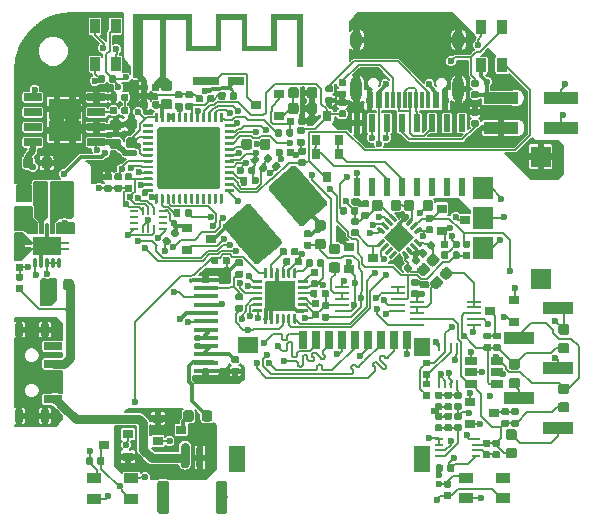
<source format=gbr>
G04 #@! TF.GenerationSoftware,KiCad,Pcbnew,5.0.2-bee76a0~70~ubuntu18.04.1*
G04 #@! TF.CreationDate,2019-04-08T17:38:34+02:00*
G04 #@! TF.ProjectId,anotterwatch,616e6f74-7465-4727-9761-7463682e6b69,rev?*
G04 #@! TF.SameCoordinates,Original*
G04 #@! TF.FileFunction,Copper,L4,Bot*
G04 #@! TF.FilePolarity,Positive*
%FSLAX46Y46*%
G04 Gerber Fmt 4.6, Leading zero omitted, Abs format (unit mm)*
G04 Created by KiCad (PCBNEW 5.0.2-bee76a0~70~ubuntu18.04.1) date Mo 08 Apr 2019 17:38:34 CEST*
%MOMM*%
%LPD*%
G01*
G04 APERTURE LIST*
G04 #@! TA.AperFunction,EtchedComponent*
%ADD10C,0.100000*%
G04 #@! TD*
G04 #@! TA.AperFunction,SMDPad,CuDef*
%ADD11R,2.300000X0.800000*%
G04 #@! TD*
G04 #@! TA.AperFunction,SMDPad,CuDef*
%ADD12R,1.400000X0.800000*%
G04 #@! TD*
G04 #@! TA.AperFunction,SMDPad,CuDef*
%ADD13R,0.250000X0.675000*%
G04 #@! TD*
G04 #@! TA.AperFunction,SMDPad,CuDef*
%ADD14R,0.675000X0.250000*%
G04 #@! TD*
G04 #@! TA.AperFunction,Conductor*
%ADD15C,0.100000*%
G04 #@! TD*
G04 #@! TA.AperFunction,SMDPad,CuDef*
%ADD16C,0.590000*%
G04 #@! TD*
G04 #@! TA.AperFunction,SMDPad,CuDef*
%ADD17C,3.025000*%
G04 #@! TD*
G04 #@! TA.AperFunction,SMDPad,CuDef*
%ADD18C,5.300000*%
G04 #@! TD*
G04 #@! TA.AperFunction,SMDPad,CuDef*
%ADD19C,0.250000*%
G04 #@! TD*
G04 #@! TA.AperFunction,SMDPad,CuDef*
%ADD20C,0.600000*%
G04 #@! TD*
G04 #@! TA.AperFunction,SMDPad,CuDef*
%ADD21C,1.000000*%
G04 #@! TD*
G04 #@! TA.AperFunction,SMDPad,CuDef*
%ADD22R,0.700000X1.600000*%
G04 #@! TD*
G04 #@! TA.AperFunction,SMDPad,CuDef*
%ADD23R,1.400000X1.600000*%
G04 #@! TD*
G04 #@! TA.AperFunction,SMDPad,CuDef*
%ADD24R,1.400000X2.200000*%
G04 #@! TD*
G04 #@! TA.AperFunction,SMDPad,CuDef*
%ADD25R,1.800000X1.400000*%
G04 #@! TD*
G04 #@! TA.AperFunction,SMDPad,CuDef*
%ADD26C,0.875000*%
G04 #@! TD*
G04 #@! TA.AperFunction,SMDPad,CuDef*
%ADD27O,0.280000X0.850000*%
G04 #@! TD*
G04 #@! TA.AperFunction,SMDPad,CuDef*
%ADD28R,0.280000X0.280000*%
G04 #@! TD*
G04 #@! TA.AperFunction,SMDPad,CuDef*
%ADD29R,2.400000X1.650000*%
G04 #@! TD*
G04 #@! TA.AperFunction,SMDPad,CuDef*
%ADD30R,1.050000X0.680000*%
G04 #@! TD*
G04 #@! TA.AperFunction,SMDPad,CuDef*
%ADD31R,0.500000X0.260000*%
G04 #@! TD*
G04 #@! TA.AperFunction,SMDPad,CuDef*
%ADD32R,0.700000X0.280000*%
G04 #@! TD*
G04 #@! TA.AperFunction,SMDPad,CuDef*
%ADD33R,1.300000X0.250000*%
G04 #@! TD*
G04 #@! TA.AperFunction,SMDPad,CuDef*
%ADD34R,0.850000X1.200000*%
G04 #@! TD*
G04 #@! TA.AperFunction,SMDPad,CuDef*
%ADD35R,1.200000X0.850000*%
G04 #@! TD*
G04 #@! TA.AperFunction,SMDPad,CuDef*
%ADD36R,2.000000X0.350000*%
G04 #@! TD*
G04 #@! TA.AperFunction,SMDPad,CuDef*
%ADD37R,3.000000X1.000000*%
G04 #@! TD*
G04 #@! TA.AperFunction,SMDPad,CuDef*
%ADD38R,0.800000X1.000000*%
G04 #@! TD*
G04 #@! TA.AperFunction,SMDPad,CuDef*
%ADD39R,1.500000X0.700000*%
G04 #@! TD*
G04 #@! TA.AperFunction,SMDPad,CuDef*
%ADD40R,2.510000X1.000000*%
G04 #@! TD*
G04 #@! TA.AperFunction,SMDPad,CuDef*
%ADD41R,0.800000X2.700000*%
G04 #@! TD*
G04 #@! TA.AperFunction,SMDPad,CuDef*
%ADD42C,1.800000*%
G04 #@! TD*
G04 #@! TA.AperFunction,SMDPad,CuDef*
%ADD43C,0.300000*%
G04 #@! TD*
G04 #@! TA.AperFunction,Conductor*
%ADD44C,0.300000*%
G04 #@! TD*
G04 #@! TA.AperFunction,SMDPad,CuDef*
%ADD45C,2.600000*%
G04 #@! TD*
G04 #@! TA.AperFunction,SMDPad,CuDef*
%ADD46R,1.350000X1.800000*%
G04 #@! TD*
G04 #@! TA.AperFunction,SMDPad,CuDef*
%ADD47R,1.500000X0.650000*%
G04 #@! TD*
G04 #@! TA.AperFunction,SMDPad,CuDef*
%ADD48R,0.600000X1.500000*%
G04 #@! TD*
G04 #@! TA.AperFunction,SMDPad,CuDef*
%ADD49R,0.750000X0.250000*%
G04 #@! TD*
G04 #@! TA.AperFunction,SMDPad,CuDef*
%ADD50R,0.250000X0.750000*%
G04 #@! TD*
G04 #@! TA.AperFunction,SMDPad,CuDef*
%ADD51R,0.900000X0.800000*%
G04 #@! TD*
G04 #@! TA.AperFunction,SMDPad,CuDef*
%ADD52R,0.800000X0.900000*%
G04 #@! TD*
G04 #@! TA.AperFunction,SMDPad,CuDef*
%ADD53R,1.060000X0.650000*%
G04 #@! TD*
G04 #@! TA.AperFunction,ComponentPad*
%ADD54O,1.000000X2.100000*%
G04 #@! TD*
G04 #@! TA.AperFunction,ComponentPad*
%ADD55O,1.000000X1.600000*%
G04 #@! TD*
G04 #@! TA.AperFunction,SMDPad,CuDef*
%ADD56R,0.600000X1.450000*%
G04 #@! TD*
G04 #@! TA.AperFunction,SMDPad,CuDef*
%ADD57R,0.300000X1.450000*%
G04 #@! TD*
G04 #@! TA.AperFunction,SMDPad,CuDef*
%ADD58R,1.700000X1.800000*%
G04 #@! TD*
G04 #@! TA.AperFunction,SMDPad,CuDef*
%ADD59R,1.800000X1.900000*%
G04 #@! TD*
G04 #@! TA.AperFunction,Conductor*
%ADD60R,0.500000X0.500000*%
G04 #@! TD*
G04 #@! TA.AperFunction,ViaPad*
%ADD61R,0.900000X0.500000*%
G04 #@! TD*
G04 #@! TA.AperFunction,ViaPad*
%ADD62C,0.600000*%
G04 #@! TD*
G04 #@! TA.AperFunction,Conductor*
%ADD63C,0.150000*%
G04 #@! TD*
G04 #@! TA.AperFunction,Conductor*
%ADD64C,0.200000*%
G04 #@! TD*
G04 #@! TA.AperFunction,Conductor*
%ADD65C,0.500000*%
G04 #@! TD*
G04 #@! TA.AperFunction,Conductor*
%ADD66C,0.800000*%
G04 #@! TD*
G04 #@! TA.AperFunction,Conductor*
%ADD67C,0.127000*%
G04 #@! TD*
G04 APERTURE END LIST*
D10*
G04 #@! TO.C,AE1*
G36*
X93229600Y-71505600D02*
X95229600Y-71505600D01*
X95229600Y-68865600D01*
X97929600Y-68865600D01*
X97929600Y-71505600D01*
X99929600Y-71505600D01*
X99929600Y-68865600D01*
X102629600Y-68865600D01*
X102629600Y-73305600D01*
X102129600Y-73305600D01*
X102129600Y-69365600D01*
X100429600Y-69365600D01*
X100429600Y-72005600D01*
X97429600Y-72005600D01*
X97429600Y-69365600D01*
X95729600Y-69365600D01*
X95729600Y-72005600D01*
X92729600Y-72005600D01*
X92729600Y-69365600D01*
X91029600Y-69365600D01*
X91029600Y-74265600D01*
X90529600Y-74265600D01*
X90529600Y-69365600D01*
X89129600Y-69365600D01*
X89129600Y-74265600D01*
X88229600Y-74265600D01*
X88229600Y-74022385D01*
X88532017Y-74022385D01*
X88541858Y-74069995D01*
X88565926Y-74112397D01*
X88603869Y-74145181D01*
X88611781Y-74149535D01*
X88654444Y-74161643D01*
X88702963Y-74160900D01*
X88748478Y-74148000D01*
X88767089Y-74137387D01*
X88800732Y-74102153D01*
X88821291Y-74056968D01*
X88827822Y-74007442D01*
X88819382Y-73959183D01*
X88802488Y-73926957D01*
X88767228Y-73894287D01*
X88721918Y-73874192D01*
X88672333Y-73867618D01*
X88624247Y-73875508D01*
X88591355Y-73892414D01*
X88556415Y-73929184D01*
X88536753Y-73973978D01*
X88532017Y-74022385D01*
X88229600Y-74022385D01*
X88229600Y-68865600D01*
X93229600Y-68865600D01*
X93229600Y-71505600D01*
X93229600Y-71505600D01*
G37*
G04 #@! TD*
D11*
G04 #@! TO.P,D5,2*
G04 #@! TO.N,Net-(D5-Pad1)*
X94390000Y-74490000D03*
D12*
G04 #@! TO.P,D5,1*
G04 #@! TO.N,+BATT*
X96990000Y-74490000D03*
G04 #@! TD*
D13*
G04 #@! TO.P,U4,14*
G04 #@! TO.N,I2C_SDA*
X90050000Y-85520000D03*
G04 #@! TO.P,U4,13*
G04 #@! TO.N,I2C_SCL*
X89550000Y-85520000D03*
G04 #@! TO.P,U4,12*
G04 #@! TO.N,+3V3*
X89050000Y-85520000D03*
D14*
G04 #@! TO.P,U4,11*
G04 #@! TO.N,Net-(U4-Pad11)*
X88300000Y-85520000D03*
G04 #@! TO.P,U4,10*
G04 #@! TO.N,Net-(U4-Pad10)*
X88300000Y-86020000D03*
G04 #@! TO.P,U4,9*
G04 #@! TO.N,Net-(U4-Pad9)*
X88300000Y-86520000D03*
G04 #@! TO.P,U4,8*
G04 #@! TO.N,+3V3*
X88300000Y-87020000D03*
D13*
G04 #@! TO.P,U4,7*
G04 #@! TO.N,GND*
X89050000Y-87020000D03*
G04 #@! TO.P,U4,6*
X89550000Y-87020000D03*
G04 #@! TO.P,U4,5*
G04 #@! TO.N,+3V3*
X90050000Y-87020000D03*
D14*
G04 #@! TO.P,U4,4*
G04 #@! TO.N,WAKE1*
X90800000Y-87020000D03*
G04 #@! TO.P,U4,3*
G04 #@! TO.N,Net-(U4-Pad3)*
X90800000Y-86520000D03*
G04 #@! TO.P,U4,2*
G04 #@! TO.N,Net-(U4-Pad2)*
X90800000Y-86020000D03*
G04 #@! TO.P,U4,1*
G04 #@! TO.N,GND*
X90800000Y-85520000D03*
G04 #@! TD*
D15*
G04 #@! TO.N,Net-(R13-Pad2)*
G04 #@! TO.C,R13*
G36*
X92126958Y-85360710D02*
X92141276Y-85362834D01*
X92155317Y-85366351D01*
X92168946Y-85371228D01*
X92182031Y-85377417D01*
X92194447Y-85384858D01*
X92206073Y-85393481D01*
X92216798Y-85403202D01*
X92226519Y-85413927D01*
X92235142Y-85425553D01*
X92242583Y-85437969D01*
X92248772Y-85451054D01*
X92253649Y-85464683D01*
X92257166Y-85478724D01*
X92259290Y-85493042D01*
X92260000Y-85507500D01*
X92260000Y-85852500D01*
X92259290Y-85866958D01*
X92257166Y-85881276D01*
X92253649Y-85895317D01*
X92248772Y-85908946D01*
X92242583Y-85922031D01*
X92235142Y-85934447D01*
X92226519Y-85946073D01*
X92216798Y-85956798D01*
X92206073Y-85966519D01*
X92194447Y-85975142D01*
X92182031Y-85982583D01*
X92168946Y-85988772D01*
X92155317Y-85993649D01*
X92141276Y-85997166D01*
X92126958Y-85999290D01*
X92112500Y-86000000D01*
X91817500Y-86000000D01*
X91803042Y-85999290D01*
X91788724Y-85997166D01*
X91774683Y-85993649D01*
X91761054Y-85988772D01*
X91747969Y-85982583D01*
X91735553Y-85975142D01*
X91723927Y-85966519D01*
X91713202Y-85956798D01*
X91703481Y-85946073D01*
X91694858Y-85934447D01*
X91687417Y-85922031D01*
X91681228Y-85908946D01*
X91676351Y-85895317D01*
X91672834Y-85881276D01*
X91670710Y-85866958D01*
X91670000Y-85852500D01*
X91670000Y-85507500D01*
X91670710Y-85493042D01*
X91672834Y-85478724D01*
X91676351Y-85464683D01*
X91681228Y-85451054D01*
X91687417Y-85437969D01*
X91694858Y-85425553D01*
X91703481Y-85413927D01*
X91713202Y-85403202D01*
X91723927Y-85393481D01*
X91735553Y-85384858D01*
X91747969Y-85377417D01*
X91761054Y-85371228D01*
X91774683Y-85366351D01*
X91788724Y-85362834D01*
X91803042Y-85360710D01*
X91817500Y-85360000D01*
X92112500Y-85360000D01*
X92126958Y-85360710D01*
X92126958Y-85360710D01*
G37*
D16*
G04 #@! TD*
G04 #@! TO.P,R13,2*
G04 #@! TO.N,Net-(R13-Pad2)*
X91965000Y-85680000D03*
D15*
G04 #@! TO.N,ADC_SCK*
G04 #@! TO.C,R13*
G36*
X93096958Y-85360710D02*
X93111276Y-85362834D01*
X93125317Y-85366351D01*
X93138946Y-85371228D01*
X93152031Y-85377417D01*
X93164447Y-85384858D01*
X93176073Y-85393481D01*
X93186798Y-85403202D01*
X93196519Y-85413927D01*
X93205142Y-85425553D01*
X93212583Y-85437969D01*
X93218772Y-85451054D01*
X93223649Y-85464683D01*
X93227166Y-85478724D01*
X93229290Y-85493042D01*
X93230000Y-85507500D01*
X93230000Y-85852500D01*
X93229290Y-85866958D01*
X93227166Y-85881276D01*
X93223649Y-85895317D01*
X93218772Y-85908946D01*
X93212583Y-85922031D01*
X93205142Y-85934447D01*
X93196519Y-85946073D01*
X93186798Y-85956798D01*
X93176073Y-85966519D01*
X93164447Y-85975142D01*
X93152031Y-85982583D01*
X93138946Y-85988772D01*
X93125317Y-85993649D01*
X93111276Y-85997166D01*
X93096958Y-85999290D01*
X93082500Y-86000000D01*
X92787500Y-86000000D01*
X92773042Y-85999290D01*
X92758724Y-85997166D01*
X92744683Y-85993649D01*
X92731054Y-85988772D01*
X92717969Y-85982583D01*
X92705553Y-85975142D01*
X92693927Y-85966519D01*
X92683202Y-85956798D01*
X92673481Y-85946073D01*
X92664858Y-85934447D01*
X92657417Y-85922031D01*
X92651228Y-85908946D01*
X92646351Y-85895317D01*
X92642834Y-85881276D01*
X92640710Y-85866958D01*
X92640000Y-85852500D01*
X92640000Y-85507500D01*
X92640710Y-85493042D01*
X92642834Y-85478724D01*
X92646351Y-85464683D01*
X92651228Y-85451054D01*
X92657417Y-85437969D01*
X92664858Y-85425553D01*
X92673481Y-85413927D01*
X92683202Y-85403202D01*
X92693927Y-85393481D01*
X92705553Y-85384858D01*
X92717969Y-85377417D01*
X92731054Y-85371228D01*
X92744683Y-85366351D01*
X92758724Y-85362834D01*
X92773042Y-85360710D01*
X92787500Y-85360000D01*
X93082500Y-85360000D01*
X93096958Y-85360710D01*
X93096958Y-85360710D01*
G37*
D16*
G04 #@! TD*
G04 #@! TO.P,R13,1*
G04 #@! TO.N,ADC_SCK*
X92935000Y-85680000D03*
D15*
G04 #@! TO.N,Net-(LS1-Pad2)*
G04 #@! TO.C,LS1*
G36*
X98073927Y-84893498D02*
X98098233Y-84896833D01*
X98122095Y-84902535D01*
X98145284Y-84910547D01*
X98167576Y-84920794D01*
X98188755Y-84933177D01*
X98208619Y-84947576D01*
X98226977Y-84963853D01*
X98243650Y-84981850D01*
X100782660Y-88007724D01*
X100797489Y-88027270D01*
X100810331Y-88048174D01*
X100821061Y-88070237D01*
X100829578Y-88093245D01*
X100835799Y-88116977D01*
X100839663Y-88141205D01*
X100841134Y-88165695D01*
X100840198Y-88190211D01*
X100836863Y-88214517D01*
X100831161Y-88238380D01*
X100823149Y-88261568D01*
X100812902Y-88283860D01*
X100800519Y-88305039D01*
X100786120Y-88324903D01*
X100769843Y-88343261D01*
X100751846Y-88359934D01*
X98817586Y-89982972D01*
X98798040Y-89997801D01*
X98777136Y-90010643D01*
X98755073Y-90021373D01*
X98732065Y-90029890D01*
X98708333Y-90036111D01*
X98684105Y-90039975D01*
X98659615Y-90041446D01*
X98635099Y-90040510D01*
X98610793Y-90037175D01*
X98586931Y-90031473D01*
X98563742Y-90023461D01*
X98541450Y-90013214D01*
X98520271Y-90000831D01*
X98500407Y-89986432D01*
X98482049Y-89970155D01*
X98465376Y-89952158D01*
X95926366Y-86926284D01*
X95911537Y-86906738D01*
X95898695Y-86885834D01*
X95887965Y-86863771D01*
X95879448Y-86840763D01*
X95873227Y-86817031D01*
X95869363Y-86792803D01*
X95867892Y-86768313D01*
X95868828Y-86743797D01*
X95872163Y-86719491D01*
X95877865Y-86695628D01*
X95885877Y-86672440D01*
X95896124Y-86650148D01*
X95908507Y-86628969D01*
X95922906Y-86609105D01*
X95939183Y-86590747D01*
X95957180Y-86574074D01*
X97891440Y-84951036D01*
X97910986Y-84936207D01*
X97931890Y-84923365D01*
X97953953Y-84912635D01*
X97976961Y-84904118D01*
X98000693Y-84897897D01*
X98024921Y-84894033D01*
X98049411Y-84892562D01*
X98073927Y-84893498D01*
X98073927Y-84893498D01*
G37*
D17*
G04 #@! TD*
G04 #@! TO.P,LS1,2*
G04 #@! TO.N,Net-(LS1-Pad2)*
X98354513Y-87467004D03*
D15*
G04 #@! TO.N,Net-(C15-Pad2)*
G04 #@! TO.C,LS1*
G36*
X101923301Y-81663490D02*
X101947607Y-81666825D01*
X101971469Y-81672527D01*
X101994658Y-81680539D01*
X102016950Y-81690786D01*
X102038129Y-81703169D01*
X102057993Y-81717568D01*
X102076351Y-81733845D01*
X102093024Y-81751842D01*
X104632034Y-84777716D01*
X104646863Y-84797262D01*
X104659705Y-84818166D01*
X104670435Y-84840229D01*
X104678952Y-84863237D01*
X104685173Y-84886969D01*
X104689037Y-84911197D01*
X104690508Y-84935687D01*
X104689572Y-84960203D01*
X104686237Y-84984509D01*
X104680535Y-85008372D01*
X104672523Y-85031560D01*
X104662276Y-85053852D01*
X104649893Y-85075031D01*
X104635494Y-85094895D01*
X104619217Y-85113253D01*
X104601220Y-85129926D01*
X102666960Y-86752964D01*
X102647414Y-86767793D01*
X102626510Y-86780635D01*
X102604447Y-86791365D01*
X102581439Y-86799882D01*
X102557707Y-86806103D01*
X102533479Y-86809967D01*
X102508989Y-86811438D01*
X102484473Y-86810502D01*
X102460167Y-86807167D01*
X102436305Y-86801465D01*
X102413116Y-86793453D01*
X102390824Y-86783206D01*
X102369645Y-86770823D01*
X102349781Y-86756424D01*
X102331423Y-86740147D01*
X102314750Y-86722150D01*
X99775740Y-83696276D01*
X99760911Y-83676730D01*
X99748069Y-83655826D01*
X99737339Y-83633763D01*
X99728822Y-83610755D01*
X99722601Y-83587023D01*
X99718737Y-83562795D01*
X99717266Y-83538305D01*
X99718202Y-83513789D01*
X99721537Y-83489483D01*
X99727239Y-83465620D01*
X99735251Y-83442432D01*
X99745498Y-83420140D01*
X99757881Y-83398961D01*
X99772280Y-83379097D01*
X99788557Y-83360739D01*
X99806554Y-83344066D01*
X101740814Y-81721028D01*
X101760360Y-81706199D01*
X101781264Y-81693357D01*
X101803327Y-81682627D01*
X101826335Y-81674110D01*
X101850067Y-81667889D01*
X101874295Y-81664025D01*
X101898785Y-81662554D01*
X101923301Y-81663490D01*
X101923301Y-81663490D01*
G37*
D17*
G04 #@! TD*
G04 #@! TO.P,LS1,1*
G04 #@! TO.N,Net-(C15-Pad2)*
X102203887Y-84236996D03*
D15*
G04 #@! TO.N,GND*
G04 #@! TO.C,U3*
G36*
X95384504Y-78391204D02*
X95408773Y-78394804D01*
X95432571Y-78400765D01*
X95455671Y-78409030D01*
X95477849Y-78419520D01*
X95498893Y-78432133D01*
X95518598Y-78446747D01*
X95536777Y-78463223D01*
X95553253Y-78481402D01*
X95567867Y-78501107D01*
X95580480Y-78522151D01*
X95590970Y-78544329D01*
X95599235Y-78567429D01*
X95605196Y-78591227D01*
X95608796Y-78615496D01*
X95610000Y-78640000D01*
X95610000Y-83440000D01*
X95608796Y-83464504D01*
X95605196Y-83488773D01*
X95599235Y-83512571D01*
X95590970Y-83535671D01*
X95580480Y-83557849D01*
X95567867Y-83578893D01*
X95553253Y-83598598D01*
X95536777Y-83616777D01*
X95518598Y-83633253D01*
X95498893Y-83647867D01*
X95477849Y-83660480D01*
X95455671Y-83670970D01*
X95432571Y-83679235D01*
X95408773Y-83685196D01*
X95384504Y-83688796D01*
X95360000Y-83690000D01*
X90560000Y-83690000D01*
X90535496Y-83688796D01*
X90511227Y-83685196D01*
X90487429Y-83679235D01*
X90464329Y-83670970D01*
X90442151Y-83660480D01*
X90421107Y-83647867D01*
X90401402Y-83633253D01*
X90383223Y-83616777D01*
X90366747Y-83598598D01*
X90352133Y-83578893D01*
X90339520Y-83557849D01*
X90329030Y-83535671D01*
X90320765Y-83512571D01*
X90314804Y-83488773D01*
X90311204Y-83464504D01*
X90310000Y-83440000D01*
X90310000Y-78640000D01*
X90311204Y-78615496D01*
X90314804Y-78591227D01*
X90320765Y-78567429D01*
X90329030Y-78544329D01*
X90339520Y-78522151D01*
X90352133Y-78501107D01*
X90366747Y-78481402D01*
X90383223Y-78463223D01*
X90401402Y-78446747D01*
X90421107Y-78432133D01*
X90442151Y-78419520D01*
X90464329Y-78409030D01*
X90487429Y-78400765D01*
X90511227Y-78394804D01*
X90535496Y-78391204D01*
X90560000Y-78390000D01*
X95360000Y-78390000D01*
X95384504Y-78391204D01*
X95384504Y-78391204D01*
G37*
D18*
G04 #@! TD*
G04 #@! TO.P,U3,49*
G04 #@! TO.N,GND*
X92960000Y-81040000D03*
D15*
G04 #@! TO.N,+3V3*
G04 #@! TO.C,U3*
G36*
X90278626Y-77190301D02*
X90284693Y-77191201D01*
X90290643Y-77192691D01*
X90296418Y-77194758D01*
X90301962Y-77197380D01*
X90307223Y-77200533D01*
X90312150Y-77204187D01*
X90316694Y-77208306D01*
X90320813Y-77212850D01*
X90324467Y-77217777D01*
X90327620Y-77223038D01*
X90330242Y-77228582D01*
X90332309Y-77234357D01*
X90333799Y-77240307D01*
X90334699Y-77246374D01*
X90335000Y-77252500D01*
X90335000Y-77927500D01*
X90334699Y-77933626D01*
X90333799Y-77939693D01*
X90332309Y-77945643D01*
X90330242Y-77951418D01*
X90327620Y-77956962D01*
X90324467Y-77962223D01*
X90320813Y-77967150D01*
X90316694Y-77971694D01*
X90312150Y-77975813D01*
X90307223Y-77979467D01*
X90301962Y-77982620D01*
X90296418Y-77985242D01*
X90290643Y-77987309D01*
X90284693Y-77988799D01*
X90278626Y-77989699D01*
X90272500Y-77990000D01*
X90147500Y-77990000D01*
X90141374Y-77989699D01*
X90135307Y-77988799D01*
X90129357Y-77987309D01*
X90123582Y-77985242D01*
X90118038Y-77982620D01*
X90112777Y-77979467D01*
X90107850Y-77975813D01*
X90103306Y-77971694D01*
X90099187Y-77967150D01*
X90095533Y-77962223D01*
X90092380Y-77956962D01*
X90089758Y-77951418D01*
X90087691Y-77945643D01*
X90086201Y-77939693D01*
X90085301Y-77933626D01*
X90085000Y-77927500D01*
X90085000Y-77252500D01*
X90085301Y-77246374D01*
X90086201Y-77240307D01*
X90087691Y-77234357D01*
X90089758Y-77228582D01*
X90092380Y-77223038D01*
X90095533Y-77217777D01*
X90099187Y-77212850D01*
X90103306Y-77208306D01*
X90107850Y-77204187D01*
X90112777Y-77200533D01*
X90118038Y-77197380D01*
X90123582Y-77194758D01*
X90129357Y-77192691D01*
X90135307Y-77191201D01*
X90141374Y-77190301D01*
X90147500Y-77190000D01*
X90272500Y-77190000D01*
X90278626Y-77190301D01*
X90278626Y-77190301D01*
G37*
D19*
G04 #@! TD*
G04 #@! TO.P,U3,1*
G04 #@! TO.N,+3V3*
X90210000Y-77590000D03*
D15*
G04 #@! TO.N,Net-(C6-Pad1)*
G04 #@! TO.C,U3*
G36*
X90778626Y-77190301D02*
X90784693Y-77191201D01*
X90790643Y-77192691D01*
X90796418Y-77194758D01*
X90801962Y-77197380D01*
X90807223Y-77200533D01*
X90812150Y-77204187D01*
X90816694Y-77208306D01*
X90820813Y-77212850D01*
X90824467Y-77217777D01*
X90827620Y-77223038D01*
X90830242Y-77228582D01*
X90832309Y-77234357D01*
X90833799Y-77240307D01*
X90834699Y-77246374D01*
X90835000Y-77252500D01*
X90835000Y-77927500D01*
X90834699Y-77933626D01*
X90833799Y-77939693D01*
X90832309Y-77945643D01*
X90830242Y-77951418D01*
X90827620Y-77956962D01*
X90824467Y-77962223D01*
X90820813Y-77967150D01*
X90816694Y-77971694D01*
X90812150Y-77975813D01*
X90807223Y-77979467D01*
X90801962Y-77982620D01*
X90796418Y-77985242D01*
X90790643Y-77987309D01*
X90784693Y-77988799D01*
X90778626Y-77989699D01*
X90772500Y-77990000D01*
X90647500Y-77990000D01*
X90641374Y-77989699D01*
X90635307Y-77988799D01*
X90629357Y-77987309D01*
X90623582Y-77985242D01*
X90618038Y-77982620D01*
X90612777Y-77979467D01*
X90607850Y-77975813D01*
X90603306Y-77971694D01*
X90599187Y-77967150D01*
X90595533Y-77962223D01*
X90592380Y-77956962D01*
X90589758Y-77951418D01*
X90587691Y-77945643D01*
X90586201Y-77939693D01*
X90585301Y-77933626D01*
X90585000Y-77927500D01*
X90585000Y-77252500D01*
X90585301Y-77246374D01*
X90586201Y-77240307D01*
X90587691Y-77234357D01*
X90589758Y-77228582D01*
X90592380Y-77223038D01*
X90595533Y-77217777D01*
X90599187Y-77212850D01*
X90603306Y-77208306D01*
X90607850Y-77204187D01*
X90612777Y-77200533D01*
X90618038Y-77197380D01*
X90623582Y-77194758D01*
X90629357Y-77192691D01*
X90635307Y-77191201D01*
X90641374Y-77190301D01*
X90647500Y-77190000D01*
X90772500Y-77190000D01*
X90778626Y-77190301D01*
X90778626Y-77190301D01*
G37*
D19*
G04 #@! TD*
G04 #@! TO.P,U3,2*
G04 #@! TO.N,Net-(C6-Pad1)*
X90710000Y-77590000D03*
D15*
G04 #@! TO.N,+3V3*
G04 #@! TO.C,U3*
G36*
X91278626Y-77190301D02*
X91284693Y-77191201D01*
X91290643Y-77192691D01*
X91296418Y-77194758D01*
X91301962Y-77197380D01*
X91307223Y-77200533D01*
X91312150Y-77204187D01*
X91316694Y-77208306D01*
X91320813Y-77212850D01*
X91324467Y-77217777D01*
X91327620Y-77223038D01*
X91330242Y-77228582D01*
X91332309Y-77234357D01*
X91333799Y-77240307D01*
X91334699Y-77246374D01*
X91335000Y-77252500D01*
X91335000Y-77927500D01*
X91334699Y-77933626D01*
X91333799Y-77939693D01*
X91332309Y-77945643D01*
X91330242Y-77951418D01*
X91327620Y-77956962D01*
X91324467Y-77962223D01*
X91320813Y-77967150D01*
X91316694Y-77971694D01*
X91312150Y-77975813D01*
X91307223Y-77979467D01*
X91301962Y-77982620D01*
X91296418Y-77985242D01*
X91290643Y-77987309D01*
X91284693Y-77988799D01*
X91278626Y-77989699D01*
X91272500Y-77990000D01*
X91147500Y-77990000D01*
X91141374Y-77989699D01*
X91135307Y-77988799D01*
X91129357Y-77987309D01*
X91123582Y-77985242D01*
X91118038Y-77982620D01*
X91112777Y-77979467D01*
X91107850Y-77975813D01*
X91103306Y-77971694D01*
X91099187Y-77967150D01*
X91095533Y-77962223D01*
X91092380Y-77956962D01*
X91089758Y-77951418D01*
X91087691Y-77945643D01*
X91086201Y-77939693D01*
X91085301Y-77933626D01*
X91085000Y-77927500D01*
X91085000Y-77252500D01*
X91085301Y-77246374D01*
X91086201Y-77240307D01*
X91087691Y-77234357D01*
X91089758Y-77228582D01*
X91092380Y-77223038D01*
X91095533Y-77217777D01*
X91099187Y-77212850D01*
X91103306Y-77208306D01*
X91107850Y-77204187D01*
X91112777Y-77200533D01*
X91118038Y-77197380D01*
X91123582Y-77194758D01*
X91129357Y-77192691D01*
X91135307Y-77191201D01*
X91141374Y-77190301D01*
X91147500Y-77190000D01*
X91272500Y-77190000D01*
X91278626Y-77190301D01*
X91278626Y-77190301D01*
G37*
D19*
G04 #@! TD*
G04 #@! TO.P,U3,3*
G04 #@! TO.N,+3V3*
X91210000Y-77590000D03*
D15*
G04 #@! TO.N,+3V3*
G04 #@! TO.C,U3*
G36*
X91778626Y-77190301D02*
X91784693Y-77191201D01*
X91790643Y-77192691D01*
X91796418Y-77194758D01*
X91801962Y-77197380D01*
X91807223Y-77200533D01*
X91812150Y-77204187D01*
X91816694Y-77208306D01*
X91820813Y-77212850D01*
X91824467Y-77217777D01*
X91827620Y-77223038D01*
X91830242Y-77228582D01*
X91832309Y-77234357D01*
X91833799Y-77240307D01*
X91834699Y-77246374D01*
X91835000Y-77252500D01*
X91835000Y-77927500D01*
X91834699Y-77933626D01*
X91833799Y-77939693D01*
X91832309Y-77945643D01*
X91830242Y-77951418D01*
X91827620Y-77956962D01*
X91824467Y-77962223D01*
X91820813Y-77967150D01*
X91816694Y-77971694D01*
X91812150Y-77975813D01*
X91807223Y-77979467D01*
X91801962Y-77982620D01*
X91796418Y-77985242D01*
X91790643Y-77987309D01*
X91784693Y-77988799D01*
X91778626Y-77989699D01*
X91772500Y-77990000D01*
X91647500Y-77990000D01*
X91641374Y-77989699D01*
X91635307Y-77988799D01*
X91629357Y-77987309D01*
X91623582Y-77985242D01*
X91618038Y-77982620D01*
X91612777Y-77979467D01*
X91607850Y-77975813D01*
X91603306Y-77971694D01*
X91599187Y-77967150D01*
X91595533Y-77962223D01*
X91592380Y-77956962D01*
X91589758Y-77951418D01*
X91587691Y-77945643D01*
X91586201Y-77939693D01*
X91585301Y-77933626D01*
X91585000Y-77927500D01*
X91585000Y-77252500D01*
X91585301Y-77246374D01*
X91586201Y-77240307D01*
X91587691Y-77234357D01*
X91589758Y-77228582D01*
X91592380Y-77223038D01*
X91595533Y-77217777D01*
X91599187Y-77212850D01*
X91603306Y-77208306D01*
X91607850Y-77204187D01*
X91612777Y-77200533D01*
X91618038Y-77197380D01*
X91623582Y-77194758D01*
X91629357Y-77192691D01*
X91635307Y-77191201D01*
X91641374Y-77190301D01*
X91647500Y-77190000D01*
X91772500Y-77190000D01*
X91778626Y-77190301D01*
X91778626Y-77190301D01*
G37*
D19*
G04 #@! TD*
G04 #@! TO.P,U3,4*
G04 #@! TO.N,+3V3*
X91710000Y-77590000D03*
D15*
G04 #@! TO.N,ESP_ADC*
G04 #@! TO.C,U3*
G36*
X92278626Y-77190301D02*
X92284693Y-77191201D01*
X92290643Y-77192691D01*
X92296418Y-77194758D01*
X92301962Y-77197380D01*
X92307223Y-77200533D01*
X92312150Y-77204187D01*
X92316694Y-77208306D01*
X92320813Y-77212850D01*
X92324467Y-77217777D01*
X92327620Y-77223038D01*
X92330242Y-77228582D01*
X92332309Y-77234357D01*
X92333799Y-77240307D01*
X92334699Y-77246374D01*
X92335000Y-77252500D01*
X92335000Y-77927500D01*
X92334699Y-77933626D01*
X92333799Y-77939693D01*
X92332309Y-77945643D01*
X92330242Y-77951418D01*
X92327620Y-77956962D01*
X92324467Y-77962223D01*
X92320813Y-77967150D01*
X92316694Y-77971694D01*
X92312150Y-77975813D01*
X92307223Y-77979467D01*
X92301962Y-77982620D01*
X92296418Y-77985242D01*
X92290643Y-77987309D01*
X92284693Y-77988799D01*
X92278626Y-77989699D01*
X92272500Y-77990000D01*
X92147500Y-77990000D01*
X92141374Y-77989699D01*
X92135307Y-77988799D01*
X92129357Y-77987309D01*
X92123582Y-77985242D01*
X92118038Y-77982620D01*
X92112777Y-77979467D01*
X92107850Y-77975813D01*
X92103306Y-77971694D01*
X92099187Y-77967150D01*
X92095533Y-77962223D01*
X92092380Y-77956962D01*
X92089758Y-77951418D01*
X92087691Y-77945643D01*
X92086201Y-77939693D01*
X92085301Y-77933626D01*
X92085000Y-77927500D01*
X92085000Y-77252500D01*
X92085301Y-77246374D01*
X92086201Y-77240307D01*
X92087691Y-77234357D01*
X92089758Y-77228582D01*
X92092380Y-77223038D01*
X92095533Y-77217777D01*
X92099187Y-77212850D01*
X92103306Y-77208306D01*
X92107850Y-77204187D01*
X92112777Y-77200533D01*
X92118038Y-77197380D01*
X92123582Y-77194758D01*
X92129357Y-77192691D01*
X92135307Y-77191201D01*
X92141374Y-77190301D01*
X92147500Y-77190000D01*
X92272500Y-77190000D01*
X92278626Y-77190301D01*
X92278626Y-77190301D01*
G37*
D19*
G04 #@! TD*
G04 #@! TO.P,U3,5*
G04 #@! TO.N,ESP_ADC*
X92210000Y-77590000D03*
D15*
G04 #@! TO.N,CHRG*
G04 #@! TO.C,U3*
G36*
X92778626Y-77190301D02*
X92784693Y-77191201D01*
X92790643Y-77192691D01*
X92796418Y-77194758D01*
X92801962Y-77197380D01*
X92807223Y-77200533D01*
X92812150Y-77204187D01*
X92816694Y-77208306D01*
X92820813Y-77212850D01*
X92824467Y-77217777D01*
X92827620Y-77223038D01*
X92830242Y-77228582D01*
X92832309Y-77234357D01*
X92833799Y-77240307D01*
X92834699Y-77246374D01*
X92835000Y-77252500D01*
X92835000Y-77927500D01*
X92834699Y-77933626D01*
X92833799Y-77939693D01*
X92832309Y-77945643D01*
X92830242Y-77951418D01*
X92827620Y-77956962D01*
X92824467Y-77962223D01*
X92820813Y-77967150D01*
X92816694Y-77971694D01*
X92812150Y-77975813D01*
X92807223Y-77979467D01*
X92801962Y-77982620D01*
X92796418Y-77985242D01*
X92790643Y-77987309D01*
X92784693Y-77988799D01*
X92778626Y-77989699D01*
X92772500Y-77990000D01*
X92647500Y-77990000D01*
X92641374Y-77989699D01*
X92635307Y-77988799D01*
X92629357Y-77987309D01*
X92623582Y-77985242D01*
X92618038Y-77982620D01*
X92612777Y-77979467D01*
X92607850Y-77975813D01*
X92603306Y-77971694D01*
X92599187Y-77967150D01*
X92595533Y-77962223D01*
X92592380Y-77956962D01*
X92589758Y-77951418D01*
X92587691Y-77945643D01*
X92586201Y-77939693D01*
X92585301Y-77933626D01*
X92585000Y-77927500D01*
X92585000Y-77252500D01*
X92585301Y-77246374D01*
X92586201Y-77240307D01*
X92587691Y-77234357D01*
X92589758Y-77228582D01*
X92592380Y-77223038D01*
X92595533Y-77217777D01*
X92599187Y-77212850D01*
X92603306Y-77208306D01*
X92607850Y-77204187D01*
X92612777Y-77200533D01*
X92618038Y-77197380D01*
X92623582Y-77194758D01*
X92629357Y-77192691D01*
X92635307Y-77191201D01*
X92641374Y-77190301D01*
X92647500Y-77190000D01*
X92772500Y-77190000D01*
X92778626Y-77190301D01*
X92778626Y-77190301D01*
G37*
D19*
G04 #@! TD*
G04 #@! TO.P,U3,6*
G04 #@! TO.N,CHRG*
X92710000Y-77590000D03*
D15*
G04 #@! TO.N,BTN_UP*
G04 #@! TO.C,U3*
G36*
X93278626Y-77190301D02*
X93284693Y-77191201D01*
X93290643Y-77192691D01*
X93296418Y-77194758D01*
X93301962Y-77197380D01*
X93307223Y-77200533D01*
X93312150Y-77204187D01*
X93316694Y-77208306D01*
X93320813Y-77212850D01*
X93324467Y-77217777D01*
X93327620Y-77223038D01*
X93330242Y-77228582D01*
X93332309Y-77234357D01*
X93333799Y-77240307D01*
X93334699Y-77246374D01*
X93335000Y-77252500D01*
X93335000Y-77927500D01*
X93334699Y-77933626D01*
X93333799Y-77939693D01*
X93332309Y-77945643D01*
X93330242Y-77951418D01*
X93327620Y-77956962D01*
X93324467Y-77962223D01*
X93320813Y-77967150D01*
X93316694Y-77971694D01*
X93312150Y-77975813D01*
X93307223Y-77979467D01*
X93301962Y-77982620D01*
X93296418Y-77985242D01*
X93290643Y-77987309D01*
X93284693Y-77988799D01*
X93278626Y-77989699D01*
X93272500Y-77990000D01*
X93147500Y-77990000D01*
X93141374Y-77989699D01*
X93135307Y-77988799D01*
X93129357Y-77987309D01*
X93123582Y-77985242D01*
X93118038Y-77982620D01*
X93112777Y-77979467D01*
X93107850Y-77975813D01*
X93103306Y-77971694D01*
X93099187Y-77967150D01*
X93095533Y-77962223D01*
X93092380Y-77956962D01*
X93089758Y-77951418D01*
X93087691Y-77945643D01*
X93086201Y-77939693D01*
X93085301Y-77933626D01*
X93085000Y-77927500D01*
X93085000Y-77252500D01*
X93085301Y-77246374D01*
X93086201Y-77240307D01*
X93087691Y-77234357D01*
X93089758Y-77228582D01*
X93092380Y-77223038D01*
X93095533Y-77217777D01*
X93099187Y-77212850D01*
X93103306Y-77208306D01*
X93107850Y-77204187D01*
X93112777Y-77200533D01*
X93118038Y-77197380D01*
X93123582Y-77194758D01*
X93129357Y-77192691D01*
X93135307Y-77191201D01*
X93141374Y-77190301D01*
X93147500Y-77190000D01*
X93272500Y-77190000D01*
X93278626Y-77190301D01*
X93278626Y-77190301D01*
G37*
D19*
G04 #@! TD*
G04 #@! TO.P,U3,7*
G04 #@! TO.N,BTN_UP*
X93210000Y-77590000D03*
D15*
G04 #@! TO.N,BTN_DOWN*
G04 #@! TO.C,U3*
G36*
X93778626Y-77190301D02*
X93784693Y-77191201D01*
X93790643Y-77192691D01*
X93796418Y-77194758D01*
X93801962Y-77197380D01*
X93807223Y-77200533D01*
X93812150Y-77204187D01*
X93816694Y-77208306D01*
X93820813Y-77212850D01*
X93824467Y-77217777D01*
X93827620Y-77223038D01*
X93830242Y-77228582D01*
X93832309Y-77234357D01*
X93833799Y-77240307D01*
X93834699Y-77246374D01*
X93835000Y-77252500D01*
X93835000Y-77927500D01*
X93834699Y-77933626D01*
X93833799Y-77939693D01*
X93832309Y-77945643D01*
X93830242Y-77951418D01*
X93827620Y-77956962D01*
X93824467Y-77962223D01*
X93820813Y-77967150D01*
X93816694Y-77971694D01*
X93812150Y-77975813D01*
X93807223Y-77979467D01*
X93801962Y-77982620D01*
X93796418Y-77985242D01*
X93790643Y-77987309D01*
X93784693Y-77988799D01*
X93778626Y-77989699D01*
X93772500Y-77990000D01*
X93647500Y-77990000D01*
X93641374Y-77989699D01*
X93635307Y-77988799D01*
X93629357Y-77987309D01*
X93623582Y-77985242D01*
X93618038Y-77982620D01*
X93612777Y-77979467D01*
X93607850Y-77975813D01*
X93603306Y-77971694D01*
X93599187Y-77967150D01*
X93595533Y-77962223D01*
X93592380Y-77956962D01*
X93589758Y-77951418D01*
X93587691Y-77945643D01*
X93586201Y-77939693D01*
X93585301Y-77933626D01*
X93585000Y-77927500D01*
X93585000Y-77252500D01*
X93585301Y-77246374D01*
X93586201Y-77240307D01*
X93587691Y-77234357D01*
X93589758Y-77228582D01*
X93592380Y-77223038D01*
X93595533Y-77217777D01*
X93599187Y-77212850D01*
X93603306Y-77208306D01*
X93607850Y-77204187D01*
X93612777Y-77200533D01*
X93618038Y-77197380D01*
X93623582Y-77194758D01*
X93629357Y-77192691D01*
X93635307Y-77191201D01*
X93641374Y-77190301D01*
X93647500Y-77190000D01*
X93772500Y-77190000D01*
X93778626Y-77190301D01*
X93778626Y-77190301D01*
G37*
D19*
G04 #@! TD*
G04 #@! TO.P,U3,8*
G04 #@! TO.N,BTN_DOWN*
X93710000Y-77590000D03*
D15*
G04 #@! TO.N,EN*
G04 #@! TO.C,U3*
G36*
X94278626Y-77190301D02*
X94284693Y-77191201D01*
X94290643Y-77192691D01*
X94296418Y-77194758D01*
X94301962Y-77197380D01*
X94307223Y-77200533D01*
X94312150Y-77204187D01*
X94316694Y-77208306D01*
X94320813Y-77212850D01*
X94324467Y-77217777D01*
X94327620Y-77223038D01*
X94330242Y-77228582D01*
X94332309Y-77234357D01*
X94333799Y-77240307D01*
X94334699Y-77246374D01*
X94335000Y-77252500D01*
X94335000Y-77927500D01*
X94334699Y-77933626D01*
X94333799Y-77939693D01*
X94332309Y-77945643D01*
X94330242Y-77951418D01*
X94327620Y-77956962D01*
X94324467Y-77962223D01*
X94320813Y-77967150D01*
X94316694Y-77971694D01*
X94312150Y-77975813D01*
X94307223Y-77979467D01*
X94301962Y-77982620D01*
X94296418Y-77985242D01*
X94290643Y-77987309D01*
X94284693Y-77988799D01*
X94278626Y-77989699D01*
X94272500Y-77990000D01*
X94147500Y-77990000D01*
X94141374Y-77989699D01*
X94135307Y-77988799D01*
X94129357Y-77987309D01*
X94123582Y-77985242D01*
X94118038Y-77982620D01*
X94112777Y-77979467D01*
X94107850Y-77975813D01*
X94103306Y-77971694D01*
X94099187Y-77967150D01*
X94095533Y-77962223D01*
X94092380Y-77956962D01*
X94089758Y-77951418D01*
X94087691Y-77945643D01*
X94086201Y-77939693D01*
X94085301Y-77933626D01*
X94085000Y-77927500D01*
X94085000Y-77252500D01*
X94085301Y-77246374D01*
X94086201Y-77240307D01*
X94087691Y-77234357D01*
X94089758Y-77228582D01*
X94092380Y-77223038D01*
X94095533Y-77217777D01*
X94099187Y-77212850D01*
X94103306Y-77208306D01*
X94107850Y-77204187D01*
X94112777Y-77200533D01*
X94118038Y-77197380D01*
X94123582Y-77194758D01*
X94129357Y-77192691D01*
X94135307Y-77191201D01*
X94141374Y-77190301D01*
X94147500Y-77190000D01*
X94272500Y-77190000D01*
X94278626Y-77190301D01*
X94278626Y-77190301D01*
G37*
D19*
G04 #@! TD*
G04 #@! TO.P,U3,9*
G04 #@! TO.N,EN*
X94210000Y-77590000D03*
D15*
G04 #@! TO.N,BTN_CNTR*
G04 #@! TO.C,U3*
G36*
X94778626Y-77190301D02*
X94784693Y-77191201D01*
X94790643Y-77192691D01*
X94796418Y-77194758D01*
X94801962Y-77197380D01*
X94807223Y-77200533D01*
X94812150Y-77204187D01*
X94816694Y-77208306D01*
X94820813Y-77212850D01*
X94824467Y-77217777D01*
X94827620Y-77223038D01*
X94830242Y-77228582D01*
X94832309Y-77234357D01*
X94833799Y-77240307D01*
X94834699Y-77246374D01*
X94835000Y-77252500D01*
X94835000Y-77927500D01*
X94834699Y-77933626D01*
X94833799Y-77939693D01*
X94832309Y-77945643D01*
X94830242Y-77951418D01*
X94827620Y-77956962D01*
X94824467Y-77962223D01*
X94820813Y-77967150D01*
X94816694Y-77971694D01*
X94812150Y-77975813D01*
X94807223Y-77979467D01*
X94801962Y-77982620D01*
X94796418Y-77985242D01*
X94790643Y-77987309D01*
X94784693Y-77988799D01*
X94778626Y-77989699D01*
X94772500Y-77990000D01*
X94647500Y-77990000D01*
X94641374Y-77989699D01*
X94635307Y-77988799D01*
X94629357Y-77987309D01*
X94623582Y-77985242D01*
X94618038Y-77982620D01*
X94612777Y-77979467D01*
X94607850Y-77975813D01*
X94603306Y-77971694D01*
X94599187Y-77967150D01*
X94595533Y-77962223D01*
X94592380Y-77956962D01*
X94589758Y-77951418D01*
X94587691Y-77945643D01*
X94586201Y-77939693D01*
X94585301Y-77933626D01*
X94585000Y-77927500D01*
X94585000Y-77252500D01*
X94585301Y-77246374D01*
X94586201Y-77240307D01*
X94587691Y-77234357D01*
X94589758Y-77228582D01*
X94592380Y-77223038D01*
X94595533Y-77217777D01*
X94599187Y-77212850D01*
X94603306Y-77208306D01*
X94607850Y-77204187D01*
X94612777Y-77200533D01*
X94618038Y-77197380D01*
X94623582Y-77194758D01*
X94629357Y-77192691D01*
X94635307Y-77191201D01*
X94641374Y-77190301D01*
X94647500Y-77190000D01*
X94772500Y-77190000D01*
X94778626Y-77190301D01*
X94778626Y-77190301D01*
G37*
D19*
G04 #@! TD*
G04 #@! TO.P,U3,10*
G04 #@! TO.N,BTN_CNTR*
X94710000Y-77590000D03*
D15*
G04 #@! TO.N,WAKE1*
G04 #@! TO.C,U3*
G36*
X95278626Y-77190301D02*
X95284693Y-77191201D01*
X95290643Y-77192691D01*
X95296418Y-77194758D01*
X95301962Y-77197380D01*
X95307223Y-77200533D01*
X95312150Y-77204187D01*
X95316694Y-77208306D01*
X95320813Y-77212850D01*
X95324467Y-77217777D01*
X95327620Y-77223038D01*
X95330242Y-77228582D01*
X95332309Y-77234357D01*
X95333799Y-77240307D01*
X95334699Y-77246374D01*
X95335000Y-77252500D01*
X95335000Y-77927500D01*
X95334699Y-77933626D01*
X95333799Y-77939693D01*
X95332309Y-77945643D01*
X95330242Y-77951418D01*
X95327620Y-77956962D01*
X95324467Y-77962223D01*
X95320813Y-77967150D01*
X95316694Y-77971694D01*
X95312150Y-77975813D01*
X95307223Y-77979467D01*
X95301962Y-77982620D01*
X95296418Y-77985242D01*
X95290643Y-77987309D01*
X95284693Y-77988799D01*
X95278626Y-77989699D01*
X95272500Y-77990000D01*
X95147500Y-77990000D01*
X95141374Y-77989699D01*
X95135307Y-77988799D01*
X95129357Y-77987309D01*
X95123582Y-77985242D01*
X95118038Y-77982620D01*
X95112777Y-77979467D01*
X95107850Y-77975813D01*
X95103306Y-77971694D01*
X95099187Y-77967150D01*
X95095533Y-77962223D01*
X95092380Y-77956962D01*
X95089758Y-77951418D01*
X95087691Y-77945643D01*
X95086201Y-77939693D01*
X95085301Y-77933626D01*
X95085000Y-77927500D01*
X95085000Y-77252500D01*
X95085301Y-77246374D01*
X95086201Y-77240307D01*
X95087691Y-77234357D01*
X95089758Y-77228582D01*
X95092380Y-77223038D01*
X95095533Y-77217777D01*
X95099187Y-77212850D01*
X95103306Y-77208306D01*
X95107850Y-77204187D01*
X95112777Y-77200533D01*
X95118038Y-77197380D01*
X95123582Y-77194758D01*
X95129357Y-77192691D01*
X95135307Y-77191201D01*
X95141374Y-77190301D01*
X95147500Y-77190000D01*
X95272500Y-77190000D01*
X95278626Y-77190301D01*
X95278626Y-77190301D01*
G37*
D19*
G04 #@! TD*
G04 #@! TO.P,U3,11*
G04 #@! TO.N,WAKE1*
X95210000Y-77590000D03*
D15*
G04 #@! TO.N,WHITE_LED*
G04 #@! TO.C,U3*
G36*
X95778626Y-77190301D02*
X95784693Y-77191201D01*
X95790643Y-77192691D01*
X95796418Y-77194758D01*
X95801962Y-77197380D01*
X95807223Y-77200533D01*
X95812150Y-77204187D01*
X95816694Y-77208306D01*
X95820813Y-77212850D01*
X95824467Y-77217777D01*
X95827620Y-77223038D01*
X95830242Y-77228582D01*
X95832309Y-77234357D01*
X95833799Y-77240307D01*
X95834699Y-77246374D01*
X95835000Y-77252500D01*
X95835000Y-77927500D01*
X95834699Y-77933626D01*
X95833799Y-77939693D01*
X95832309Y-77945643D01*
X95830242Y-77951418D01*
X95827620Y-77956962D01*
X95824467Y-77962223D01*
X95820813Y-77967150D01*
X95816694Y-77971694D01*
X95812150Y-77975813D01*
X95807223Y-77979467D01*
X95801962Y-77982620D01*
X95796418Y-77985242D01*
X95790643Y-77987309D01*
X95784693Y-77988799D01*
X95778626Y-77989699D01*
X95772500Y-77990000D01*
X95647500Y-77990000D01*
X95641374Y-77989699D01*
X95635307Y-77988799D01*
X95629357Y-77987309D01*
X95623582Y-77985242D01*
X95618038Y-77982620D01*
X95612777Y-77979467D01*
X95607850Y-77975813D01*
X95603306Y-77971694D01*
X95599187Y-77967150D01*
X95595533Y-77962223D01*
X95592380Y-77956962D01*
X95589758Y-77951418D01*
X95587691Y-77945643D01*
X95586201Y-77939693D01*
X95585301Y-77933626D01*
X95585000Y-77927500D01*
X95585000Y-77252500D01*
X95585301Y-77246374D01*
X95586201Y-77240307D01*
X95587691Y-77234357D01*
X95589758Y-77228582D01*
X95592380Y-77223038D01*
X95595533Y-77217777D01*
X95599187Y-77212850D01*
X95603306Y-77208306D01*
X95607850Y-77204187D01*
X95612777Y-77200533D01*
X95618038Y-77197380D01*
X95623582Y-77194758D01*
X95629357Y-77192691D01*
X95635307Y-77191201D01*
X95641374Y-77190301D01*
X95647500Y-77190000D01*
X95772500Y-77190000D01*
X95778626Y-77190301D01*
X95778626Y-77190301D01*
G37*
D19*
G04 #@! TD*
G04 #@! TO.P,U3,12*
G04 #@! TO.N,WHITE_LED*
X95710000Y-77590000D03*
D15*
G04 #@! TO.N,IPS_LED*
G04 #@! TO.C,U3*
G36*
X96753626Y-78165301D02*
X96759693Y-78166201D01*
X96765643Y-78167691D01*
X96771418Y-78169758D01*
X96776962Y-78172380D01*
X96782223Y-78175533D01*
X96787150Y-78179187D01*
X96791694Y-78183306D01*
X96795813Y-78187850D01*
X96799467Y-78192777D01*
X96802620Y-78198038D01*
X96805242Y-78203582D01*
X96807309Y-78209357D01*
X96808799Y-78215307D01*
X96809699Y-78221374D01*
X96810000Y-78227500D01*
X96810000Y-78352500D01*
X96809699Y-78358626D01*
X96808799Y-78364693D01*
X96807309Y-78370643D01*
X96805242Y-78376418D01*
X96802620Y-78381962D01*
X96799467Y-78387223D01*
X96795813Y-78392150D01*
X96791694Y-78396694D01*
X96787150Y-78400813D01*
X96782223Y-78404467D01*
X96776962Y-78407620D01*
X96771418Y-78410242D01*
X96765643Y-78412309D01*
X96759693Y-78413799D01*
X96753626Y-78414699D01*
X96747500Y-78415000D01*
X96072500Y-78415000D01*
X96066374Y-78414699D01*
X96060307Y-78413799D01*
X96054357Y-78412309D01*
X96048582Y-78410242D01*
X96043038Y-78407620D01*
X96037777Y-78404467D01*
X96032850Y-78400813D01*
X96028306Y-78396694D01*
X96024187Y-78392150D01*
X96020533Y-78387223D01*
X96017380Y-78381962D01*
X96014758Y-78376418D01*
X96012691Y-78370643D01*
X96011201Y-78364693D01*
X96010301Y-78358626D01*
X96010000Y-78352500D01*
X96010000Y-78227500D01*
X96010301Y-78221374D01*
X96011201Y-78215307D01*
X96012691Y-78209357D01*
X96014758Y-78203582D01*
X96017380Y-78198038D01*
X96020533Y-78192777D01*
X96024187Y-78187850D01*
X96028306Y-78183306D01*
X96032850Y-78179187D01*
X96037777Y-78175533D01*
X96043038Y-78172380D01*
X96048582Y-78169758D01*
X96054357Y-78167691D01*
X96060307Y-78166201D01*
X96066374Y-78165301D01*
X96072500Y-78165000D01*
X96747500Y-78165000D01*
X96753626Y-78165301D01*
X96753626Y-78165301D01*
G37*
D19*
G04 #@! TD*
G04 #@! TO.P,U3,13*
G04 #@! TO.N,IPS_LED*
X96410000Y-78290000D03*
D15*
G04 #@! TO.N,ESP32_DAC*
G04 #@! TO.C,U3*
G36*
X96753626Y-78665301D02*
X96759693Y-78666201D01*
X96765643Y-78667691D01*
X96771418Y-78669758D01*
X96776962Y-78672380D01*
X96782223Y-78675533D01*
X96787150Y-78679187D01*
X96791694Y-78683306D01*
X96795813Y-78687850D01*
X96799467Y-78692777D01*
X96802620Y-78698038D01*
X96805242Y-78703582D01*
X96807309Y-78709357D01*
X96808799Y-78715307D01*
X96809699Y-78721374D01*
X96810000Y-78727500D01*
X96810000Y-78852500D01*
X96809699Y-78858626D01*
X96808799Y-78864693D01*
X96807309Y-78870643D01*
X96805242Y-78876418D01*
X96802620Y-78881962D01*
X96799467Y-78887223D01*
X96795813Y-78892150D01*
X96791694Y-78896694D01*
X96787150Y-78900813D01*
X96782223Y-78904467D01*
X96776962Y-78907620D01*
X96771418Y-78910242D01*
X96765643Y-78912309D01*
X96759693Y-78913799D01*
X96753626Y-78914699D01*
X96747500Y-78915000D01*
X96072500Y-78915000D01*
X96066374Y-78914699D01*
X96060307Y-78913799D01*
X96054357Y-78912309D01*
X96048582Y-78910242D01*
X96043038Y-78907620D01*
X96037777Y-78904467D01*
X96032850Y-78900813D01*
X96028306Y-78896694D01*
X96024187Y-78892150D01*
X96020533Y-78887223D01*
X96017380Y-78881962D01*
X96014758Y-78876418D01*
X96012691Y-78870643D01*
X96011201Y-78864693D01*
X96010301Y-78858626D01*
X96010000Y-78852500D01*
X96010000Y-78727500D01*
X96010301Y-78721374D01*
X96011201Y-78715307D01*
X96012691Y-78709357D01*
X96014758Y-78703582D01*
X96017380Y-78698038D01*
X96020533Y-78692777D01*
X96024187Y-78687850D01*
X96028306Y-78683306D01*
X96032850Y-78679187D01*
X96037777Y-78675533D01*
X96043038Y-78672380D01*
X96048582Y-78669758D01*
X96054357Y-78667691D01*
X96060307Y-78666201D01*
X96066374Y-78665301D01*
X96072500Y-78665000D01*
X96747500Y-78665000D01*
X96753626Y-78665301D01*
X96753626Y-78665301D01*
G37*
D19*
G04 #@! TD*
G04 #@! TO.P,U3,14*
G04 #@! TO.N,ESP32_DAC*
X96410000Y-78790000D03*
D15*
G04 #@! TO.N,IPS_DC*
G04 #@! TO.C,U3*
G36*
X96753626Y-79165301D02*
X96759693Y-79166201D01*
X96765643Y-79167691D01*
X96771418Y-79169758D01*
X96776962Y-79172380D01*
X96782223Y-79175533D01*
X96787150Y-79179187D01*
X96791694Y-79183306D01*
X96795813Y-79187850D01*
X96799467Y-79192777D01*
X96802620Y-79198038D01*
X96805242Y-79203582D01*
X96807309Y-79209357D01*
X96808799Y-79215307D01*
X96809699Y-79221374D01*
X96810000Y-79227500D01*
X96810000Y-79352500D01*
X96809699Y-79358626D01*
X96808799Y-79364693D01*
X96807309Y-79370643D01*
X96805242Y-79376418D01*
X96802620Y-79381962D01*
X96799467Y-79387223D01*
X96795813Y-79392150D01*
X96791694Y-79396694D01*
X96787150Y-79400813D01*
X96782223Y-79404467D01*
X96776962Y-79407620D01*
X96771418Y-79410242D01*
X96765643Y-79412309D01*
X96759693Y-79413799D01*
X96753626Y-79414699D01*
X96747500Y-79415000D01*
X96072500Y-79415000D01*
X96066374Y-79414699D01*
X96060307Y-79413799D01*
X96054357Y-79412309D01*
X96048582Y-79410242D01*
X96043038Y-79407620D01*
X96037777Y-79404467D01*
X96032850Y-79400813D01*
X96028306Y-79396694D01*
X96024187Y-79392150D01*
X96020533Y-79387223D01*
X96017380Y-79381962D01*
X96014758Y-79376418D01*
X96012691Y-79370643D01*
X96011201Y-79364693D01*
X96010301Y-79358626D01*
X96010000Y-79352500D01*
X96010000Y-79227500D01*
X96010301Y-79221374D01*
X96011201Y-79215307D01*
X96012691Y-79209357D01*
X96014758Y-79203582D01*
X96017380Y-79198038D01*
X96020533Y-79192777D01*
X96024187Y-79187850D01*
X96028306Y-79183306D01*
X96032850Y-79179187D01*
X96037777Y-79175533D01*
X96043038Y-79172380D01*
X96048582Y-79169758D01*
X96054357Y-79167691D01*
X96060307Y-79166201D01*
X96066374Y-79165301D01*
X96072500Y-79165000D01*
X96747500Y-79165000D01*
X96753626Y-79165301D01*
X96753626Y-79165301D01*
G37*
D19*
G04 #@! TD*
G04 #@! TO.P,U3,15*
G04 #@! TO.N,IPS_DC*
X96410000Y-79290000D03*
D15*
G04 #@! TO.N,ADC_CH_SEL*
G04 #@! TO.C,U3*
G36*
X96753626Y-79665301D02*
X96759693Y-79666201D01*
X96765643Y-79667691D01*
X96771418Y-79669758D01*
X96776962Y-79672380D01*
X96782223Y-79675533D01*
X96787150Y-79679187D01*
X96791694Y-79683306D01*
X96795813Y-79687850D01*
X96799467Y-79692777D01*
X96802620Y-79698038D01*
X96805242Y-79703582D01*
X96807309Y-79709357D01*
X96808799Y-79715307D01*
X96809699Y-79721374D01*
X96810000Y-79727500D01*
X96810000Y-79852500D01*
X96809699Y-79858626D01*
X96808799Y-79864693D01*
X96807309Y-79870643D01*
X96805242Y-79876418D01*
X96802620Y-79881962D01*
X96799467Y-79887223D01*
X96795813Y-79892150D01*
X96791694Y-79896694D01*
X96787150Y-79900813D01*
X96782223Y-79904467D01*
X96776962Y-79907620D01*
X96771418Y-79910242D01*
X96765643Y-79912309D01*
X96759693Y-79913799D01*
X96753626Y-79914699D01*
X96747500Y-79915000D01*
X96072500Y-79915000D01*
X96066374Y-79914699D01*
X96060307Y-79913799D01*
X96054357Y-79912309D01*
X96048582Y-79910242D01*
X96043038Y-79907620D01*
X96037777Y-79904467D01*
X96032850Y-79900813D01*
X96028306Y-79896694D01*
X96024187Y-79892150D01*
X96020533Y-79887223D01*
X96017380Y-79881962D01*
X96014758Y-79876418D01*
X96012691Y-79870643D01*
X96011201Y-79864693D01*
X96010301Y-79858626D01*
X96010000Y-79852500D01*
X96010000Y-79727500D01*
X96010301Y-79721374D01*
X96011201Y-79715307D01*
X96012691Y-79709357D01*
X96014758Y-79703582D01*
X96017380Y-79698038D01*
X96020533Y-79692777D01*
X96024187Y-79687850D01*
X96028306Y-79683306D01*
X96032850Y-79679187D01*
X96037777Y-79675533D01*
X96043038Y-79672380D01*
X96048582Y-79669758D01*
X96054357Y-79667691D01*
X96060307Y-79666201D01*
X96066374Y-79665301D01*
X96072500Y-79665000D01*
X96747500Y-79665000D01*
X96753626Y-79665301D01*
X96753626Y-79665301D01*
G37*
D19*
G04 #@! TD*
G04 #@! TO.P,U3,16*
G04 #@! TO.N,ADC_CH_SEL*
X96410000Y-79790000D03*
D15*
G04 #@! TO.N,SD_CLK*
G04 #@! TO.C,U3*
G36*
X96753626Y-80165301D02*
X96759693Y-80166201D01*
X96765643Y-80167691D01*
X96771418Y-80169758D01*
X96776962Y-80172380D01*
X96782223Y-80175533D01*
X96787150Y-80179187D01*
X96791694Y-80183306D01*
X96795813Y-80187850D01*
X96799467Y-80192777D01*
X96802620Y-80198038D01*
X96805242Y-80203582D01*
X96807309Y-80209357D01*
X96808799Y-80215307D01*
X96809699Y-80221374D01*
X96810000Y-80227500D01*
X96810000Y-80352500D01*
X96809699Y-80358626D01*
X96808799Y-80364693D01*
X96807309Y-80370643D01*
X96805242Y-80376418D01*
X96802620Y-80381962D01*
X96799467Y-80387223D01*
X96795813Y-80392150D01*
X96791694Y-80396694D01*
X96787150Y-80400813D01*
X96782223Y-80404467D01*
X96776962Y-80407620D01*
X96771418Y-80410242D01*
X96765643Y-80412309D01*
X96759693Y-80413799D01*
X96753626Y-80414699D01*
X96747500Y-80415000D01*
X96072500Y-80415000D01*
X96066374Y-80414699D01*
X96060307Y-80413799D01*
X96054357Y-80412309D01*
X96048582Y-80410242D01*
X96043038Y-80407620D01*
X96037777Y-80404467D01*
X96032850Y-80400813D01*
X96028306Y-80396694D01*
X96024187Y-80392150D01*
X96020533Y-80387223D01*
X96017380Y-80381962D01*
X96014758Y-80376418D01*
X96012691Y-80370643D01*
X96011201Y-80364693D01*
X96010301Y-80358626D01*
X96010000Y-80352500D01*
X96010000Y-80227500D01*
X96010301Y-80221374D01*
X96011201Y-80215307D01*
X96012691Y-80209357D01*
X96014758Y-80203582D01*
X96017380Y-80198038D01*
X96020533Y-80192777D01*
X96024187Y-80187850D01*
X96028306Y-80183306D01*
X96032850Y-80179187D01*
X96037777Y-80175533D01*
X96043038Y-80172380D01*
X96048582Y-80169758D01*
X96054357Y-80167691D01*
X96060307Y-80166201D01*
X96066374Y-80165301D01*
X96072500Y-80165000D01*
X96747500Y-80165000D01*
X96753626Y-80165301D01*
X96753626Y-80165301D01*
G37*
D19*
G04 #@! TD*
G04 #@! TO.P,U3,17*
G04 #@! TO.N,SD_CLK*
X96410000Y-80290000D03*
D15*
G04 #@! TO.N,SD_DATA2*
G04 #@! TO.C,U3*
G36*
X96753626Y-80665301D02*
X96759693Y-80666201D01*
X96765643Y-80667691D01*
X96771418Y-80669758D01*
X96776962Y-80672380D01*
X96782223Y-80675533D01*
X96787150Y-80679187D01*
X96791694Y-80683306D01*
X96795813Y-80687850D01*
X96799467Y-80692777D01*
X96802620Y-80698038D01*
X96805242Y-80703582D01*
X96807309Y-80709357D01*
X96808799Y-80715307D01*
X96809699Y-80721374D01*
X96810000Y-80727500D01*
X96810000Y-80852500D01*
X96809699Y-80858626D01*
X96808799Y-80864693D01*
X96807309Y-80870643D01*
X96805242Y-80876418D01*
X96802620Y-80881962D01*
X96799467Y-80887223D01*
X96795813Y-80892150D01*
X96791694Y-80896694D01*
X96787150Y-80900813D01*
X96782223Y-80904467D01*
X96776962Y-80907620D01*
X96771418Y-80910242D01*
X96765643Y-80912309D01*
X96759693Y-80913799D01*
X96753626Y-80914699D01*
X96747500Y-80915000D01*
X96072500Y-80915000D01*
X96066374Y-80914699D01*
X96060307Y-80913799D01*
X96054357Y-80912309D01*
X96048582Y-80910242D01*
X96043038Y-80907620D01*
X96037777Y-80904467D01*
X96032850Y-80900813D01*
X96028306Y-80896694D01*
X96024187Y-80892150D01*
X96020533Y-80887223D01*
X96017380Y-80881962D01*
X96014758Y-80876418D01*
X96012691Y-80870643D01*
X96011201Y-80864693D01*
X96010301Y-80858626D01*
X96010000Y-80852500D01*
X96010000Y-80727500D01*
X96010301Y-80721374D01*
X96011201Y-80715307D01*
X96012691Y-80709357D01*
X96014758Y-80703582D01*
X96017380Y-80698038D01*
X96020533Y-80692777D01*
X96024187Y-80687850D01*
X96028306Y-80683306D01*
X96032850Y-80679187D01*
X96037777Y-80675533D01*
X96043038Y-80672380D01*
X96048582Y-80669758D01*
X96054357Y-80667691D01*
X96060307Y-80666201D01*
X96066374Y-80665301D01*
X96072500Y-80665000D01*
X96747500Y-80665000D01*
X96753626Y-80665301D01*
X96753626Y-80665301D01*
G37*
D19*
G04 #@! TD*
G04 #@! TO.P,U3,18*
G04 #@! TO.N,SD_DATA2*
X96410000Y-80790000D03*
D15*
G04 #@! TO.N,+3V3*
G04 #@! TO.C,U3*
G36*
X96753626Y-81165301D02*
X96759693Y-81166201D01*
X96765643Y-81167691D01*
X96771418Y-81169758D01*
X96776962Y-81172380D01*
X96782223Y-81175533D01*
X96787150Y-81179187D01*
X96791694Y-81183306D01*
X96795813Y-81187850D01*
X96799467Y-81192777D01*
X96802620Y-81198038D01*
X96805242Y-81203582D01*
X96807309Y-81209357D01*
X96808799Y-81215307D01*
X96809699Y-81221374D01*
X96810000Y-81227500D01*
X96810000Y-81352500D01*
X96809699Y-81358626D01*
X96808799Y-81364693D01*
X96807309Y-81370643D01*
X96805242Y-81376418D01*
X96802620Y-81381962D01*
X96799467Y-81387223D01*
X96795813Y-81392150D01*
X96791694Y-81396694D01*
X96787150Y-81400813D01*
X96782223Y-81404467D01*
X96776962Y-81407620D01*
X96771418Y-81410242D01*
X96765643Y-81412309D01*
X96759693Y-81413799D01*
X96753626Y-81414699D01*
X96747500Y-81415000D01*
X96072500Y-81415000D01*
X96066374Y-81414699D01*
X96060307Y-81413799D01*
X96054357Y-81412309D01*
X96048582Y-81410242D01*
X96043038Y-81407620D01*
X96037777Y-81404467D01*
X96032850Y-81400813D01*
X96028306Y-81396694D01*
X96024187Y-81392150D01*
X96020533Y-81387223D01*
X96017380Y-81381962D01*
X96014758Y-81376418D01*
X96012691Y-81370643D01*
X96011201Y-81364693D01*
X96010301Y-81358626D01*
X96010000Y-81352500D01*
X96010000Y-81227500D01*
X96010301Y-81221374D01*
X96011201Y-81215307D01*
X96012691Y-81209357D01*
X96014758Y-81203582D01*
X96017380Y-81198038D01*
X96020533Y-81192777D01*
X96024187Y-81187850D01*
X96028306Y-81183306D01*
X96032850Y-81179187D01*
X96037777Y-81175533D01*
X96043038Y-81172380D01*
X96048582Y-81169758D01*
X96054357Y-81167691D01*
X96060307Y-81166201D01*
X96066374Y-81165301D01*
X96072500Y-81165000D01*
X96747500Y-81165000D01*
X96753626Y-81165301D01*
X96753626Y-81165301D01*
G37*
D19*
G04 #@! TD*
G04 #@! TO.P,U3,19*
G04 #@! TO.N,+3V3*
X96410000Y-81290000D03*
D15*
G04 #@! TO.N,SD_DATA3*
G04 #@! TO.C,U3*
G36*
X96753626Y-81665301D02*
X96759693Y-81666201D01*
X96765643Y-81667691D01*
X96771418Y-81669758D01*
X96776962Y-81672380D01*
X96782223Y-81675533D01*
X96787150Y-81679187D01*
X96791694Y-81683306D01*
X96795813Y-81687850D01*
X96799467Y-81692777D01*
X96802620Y-81698038D01*
X96805242Y-81703582D01*
X96807309Y-81709357D01*
X96808799Y-81715307D01*
X96809699Y-81721374D01*
X96810000Y-81727500D01*
X96810000Y-81852500D01*
X96809699Y-81858626D01*
X96808799Y-81864693D01*
X96807309Y-81870643D01*
X96805242Y-81876418D01*
X96802620Y-81881962D01*
X96799467Y-81887223D01*
X96795813Y-81892150D01*
X96791694Y-81896694D01*
X96787150Y-81900813D01*
X96782223Y-81904467D01*
X96776962Y-81907620D01*
X96771418Y-81910242D01*
X96765643Y-81912309D01*
X96759693Y-81913799D01*
X96753626Y-81914699D01*
X96747500Y-81915000D01*
X96072500Y-81915000D01*
X96066374Y-81914699D01*
X96060307Y-81913799D01*
X96054357Y-81912309D01*
X96048582Y-81910242D01*
X96043038Y-81907620D01*
X96037777Y-81904467D01*
X96032850Y-81900813D01*
X96028306Y-81896694D01*
X96024187Y-81892150D01*
X96020533Y-81887223D01*
X96017380Y-81881962D01*
X96014758Y-81876418D01*
X96012691Y-81870643D01*
X96011201Y-81864693D01*
X96010301Y-81858626D01*
X96010000Y-81852500D01*
X96010000Y-81727500D01*
X96010301Y-81721374D01*
X96011201Y-81715307D01*
X96012691Y-81709357D01*
X96014758Y-81703582D01*
X96017380Y-81698038D01*
X96020533Y-81692777D01*
X96024187Y-81687850D01*
X96028306Y-81683306D01*
X96032850Y-81679187D01*
X96037777Y-81675533D01*
X96043038Y-81672380D01*
X96048582Y-81669758D01*
X96054357Y-81667691D01*
X96060307Y-81666201D01*
X96066374Y-81665301D01*
X96072500Y-81665000D01*
X96747500Y-81665000D01*
X96753626Y-81665301D01*
X96753626Y-81665301D01*
G37*
D19*
G04 #@! TD*
G04 #@! TO.P,U3,20*
G04 #@! TO.N,SD_DATA3*
X96410000Y-81790000D03*
D15*
G04 #@! TO.N,SD_CMD*
G04 #@! TO.C,U3*
G36*
X96753626Y-82165301D02*
X96759693Y-82166201D01*
X96765643Y-82167691D01*
X96771418Y-82169758D01*
X96776962Y-82172380D01*
X96782223Y-82175533D01*
X96787150Y-82179187D01*
X96791694Y-82183306D01*
X96795813Y-82187850D01*
X96799467Y-82192777D01*
X96802620Y-82198038D01*
X96805242Y-82203582D01*
X96807309Y-82209357D01*
X96808799Y-82215307D01*
X96809699Y-82221374D01*
X96810000Y-82227500D01*
X96810000Y-82352500D01*
X96809699Y-82358626D01*
X96808799Y-82364693D01*
X96807309Y-82370643D01*
X96805242Y-82376418D01*
X96802620Y-82381962D01*
X96799467Y-82387223D01*
X96795813Y-82392150D01*
X96791694Y-82396694D01*
X96787150Y-82400813D01*
X96782223Y-82404467D01*
X96776962Y-82407620D01*
X96771418Y-82410242D01*
X96765643Y-82412309D01*
X96759693Y-82413799D01*
X96753626Y-82414699D01*
X96747500Y-82415000D01*
X96072500Y-82415000D01*
X96066374Y-82414699D01*
X96060307Y-82413799D01*
X96054357Y-82412309D01*
X96048582Y-82410242D01*
X96043038Y-82407620D01*
X96037777Y-82404467D01*
X96032850Y-82400813D01*
X96028306Y-82396694D01*
X96024187Y-82392150D01*
X96020533Y-82387223D01*
X96017380Y-82381962D01*
X96014758Y-82376418D01*
X96012691Y-82370643D01*
X96011201Y-82364693D01*
X96010301Y-82358626D01*
X96010000Y-82352500D01*
X96010000Y-82227500D01*
X96010301Y-82221374D01*
X96011201Y-82215307D01*
X96012691Y-82209357D01*
X96014758Y-82203582D01*
X96017380Y-82198038D01*
X96020533Y-82192777D01*
X96024187Y-82187850D01*
X96028306Y-82183306D01*
X96032850Y-82179187D01*
X96037777Y-82175533D01*
X96043038Y-82172380D01*
X96048582Y-82169758D01*
X96054357Y-82167691D01*
X96060307Y-82166201D01*
X96066374Y-82165301D01*
X96072500Y-82165000D01*
X96747500Y-82165000D01*
X96753626Y-82165301D01*
X96753626Y-82165301D01*
G37*
D19*
G04 #@! TD*
G04 #@! TO.P,U3,21*
G04 #@! TO.N,SD_CMD*
X96410000Y-82290000D03*
D15*
G04 #@! TO.N,SD_DATA0*
G04 #@! TO.C,U3*
G36*
X96753626Y-82665301D02*
X96759693Y-82666201D01*
X96765643Y-82667691D01*
X96771418Y-82669758D01*
X96776962Y-82672380D01*
X96782223Y-82675533D01*
X96787150Y-82679187D01*
X96791694Y-82683306D01*
X96795813Y-82687850D01*
X96799467Y-82692777D01*
X96802620Y-82698038D01*
X96805242Y-82703582D01*
X96807309Y-82709357D01*
X96808799Y-82715307D01*
X96809699Y-82721374D01*
X96810000Y-82727500D01*
X96810000Y-82852500D01*
X96809699Y-82858626D01*
X96808799Y-82864693D01*
X96807309Y-82870643D01*
X96805242Y-82876418D01*
X96802620Y-82881962D01*
X96799467Y-82887223D01*
X96795813Y-82892150D01*
X96791694Y-82896694D01*
X96787150Y-82900813D01*
X96782223Y-82904467D01*
X96776962Y-82907620D01*
X96771418Y-82910242D01*
X96765643Y-82912309D01*
X96759693Y-82913799D01*
X96753626Y-82914699D01*
X96747500Y-82915000D01*
X96072500Y-82915000D01*
X96066374Y-82914699D01*
X96060307Y-82913799D01*
X96054357Y-82912309D01*
X96048582Y-82910242D01*
X96043038Y-82907620D01*
X96037777Y-82904467D01*
X96032850Y-82900813D01*
X96028306Y-82896694D01*
X96024187Y-82892150D01*
X96020533Y-82887223D01*
X96017380Y-82881962D01*
X96014758Y-82876418D01*
X96012691Y-82870643D01*
X96011201Y-82864693D01*
X96010301Y-82858626D01*
X96010000Y-82852500D01*
X96010000Y-82727500D01*
X96010301Y-82721374D01*
X96011201Y-82715307D01*
X96012691Y-82709357D01*
X96014758Y-82703582D01*
X96017380Y-82698038D01*
X96020533Y-82692777D01*
X96024187Y-82687850D01*
X96028306Y-82683306D01*
X96032850Y-82679187D01*
X96037777Y-82675533D01*
X96043038Y-82672380D01*
X96048582Y-82669758D01*
X96054357Y-82667691D01*
X96060307Y-82666201D01*
X96066374Y-82665301D01*
X96072500Y-82665000D01*
X96747500Y-82665000D01*
X96753626Y-82665301D01*
X96753626Y-82665301D01*
G37*
D19*
G04 #@! TD*
G04 #@! TO.P,U3,22*
G04 #@! TO.N,SD_DATA0*
X96410000Y-82790000D03*
D15*
G04 #@! TO.N,IO0*
G04 #@! TO.C,U3*
G36*
X96753626Y-83165301D02*
X96759693Y-83166201D01*
X96765643Y-83167691D01*
X96771418Y-83169758D01*
X96776962Y-83172380D01*
X96782223Y-83175533D01*
X96787150Y-83179187D01*
X96791694Y-83183306D01*
X96795813Y-83187850D01*
X96799467Y-83192777D01*
X96802620Y-83198038D01*
X96805242Y-83203582D01*
X96807309Y-83209357D01*
X96808799Y-83215307D01*
X96809699Y-83221374D01*
X96810000Y-83227500D01*
X96810000Y-83352500D01*
X96809699Y-83358626D01*
X96808799Y-83364693D01*
X96807309Y-83370643D01*
X96805242Y-83376418D01*
X96802620Y-83381962D01*
X96799467Y-83387223D01*
X96795813Y-83392150D01*
X96791694Y-83396694D01*
X96787150Y-83400813D01*
X96782223Y-83404467D01*
X96776962Y-83407620D01*
X96771418Y-83410242D01*
X96765643Y-83412309D01*
X96759693Y-83413799D01*
X96753626Y-83414699D01*
X96747500Y-83415000D01*
X96072500Y-83415000D01*
X96066374Y-83414699D01*
X96060307Y-83413799D01*
X96054357Y-83412309D01*
X96048582Y-83410242D01*
X96043038Y-83407620D01*
X96037777Y-83404467D01*
X96032850Y-83400813D01*
X96028306Y-83396694D01*
X96024187Y-83392150D01*
X96020533Y-83387223D01*
X96017380Y-83381962D01*
X96014758Y-83376418D01*
X96012691Y-83370643D01*
X96011201Y-83364693D01*
X96010301Y-83358626D01*
X96010000Y-83352500D01*
X96010000Y-83227500D01*
X96010301Y-83221374D01*
X96011201Y-83215307D01*
X96012691Y-83209357D01*
X96014758Y-83203582D01*
X96017380Y-83198038D01*
X96020533Y-83192777D01*
X96024187Y-83187850D01*
X96028306Y-83183306D01*
X96032850Y-83179187D01*
X96037777Y-83175533D01*
X96043038Y-83172380D01*
X96048582Y-83169758D01*
X96054357Y-83167691D01*
X96060307Y-83166201D01*
X96066374Y-83165301D01*
X96072500Y-83165000D01*
X96747500Y-83165000D01*
X96753626Y-83165301D01*
X96753626Y-83165301D01*
G37*
D19*
G04 #@! TD*
G04 #@! TO.P,U3,23*
G04 #@! TO.N,IO0*
X96410000Y-83290000D03*
D15*
G04 #@! TO.N,SD_DATA1*
G04 #@! TO.C,U3*
G36*
X96753626Y-83665301D02*
X96759693Y-83666201D01*
X96765643Y-83667691D01*
X96771418Y-83669758D01*
X96776962Y-83672380D01*
X96782223Y-83675533D01*
X96787150Y-83679187D01*
X96791694Y-83683306D01*
X96795813Y-83687850D01*
X96799467Y-83692777D01*
X96802620Y-83698038D01*
X96805242Y-83703582D01*
X96807309Y-83709357D01*
X96808799Y-83715307D01*
X96809699Y-83721374D01*
X96810000Y-83727500D01*
X96810000Y-83852500D01*
X96809699Y-83858626D01*
X96808799Y-83864693D01*
X96807309Y-83870643D01*
X96805242Y-83876418D01*
X96802620Y-83881962D01*
X96799467Y-83887223D01*
X96795813Y-83892150D01*
X96791694Y-83896694D01*
X96787150Y-83900813D01*
X96782223Y-83904467D01*
X96776962Y-83907620D01*
X96771418Y-83910242D01*
X96765643Y-83912309D01*
X96759693Y-83913799D01*
X96753626Y-83914699D01*
X96747500Y-83915000D01*
X96072500Y-83915000D01*
X96066374Y-83914699D01*
X96060307Y-83913799D01*
X96054357Y-83912309D01*
X96048582Y-83910242D01*
X96043038Y-83907620D01*
X96037777Y-83904467D01*
X96032850Y-83900813D01*
X96028306Y-83896694D01*
X96024187Y-83892150D01*
X96020533Y-83887223D01*
X96017380Y-83881962D01*
X96014758Y-83876418D01*
X96012691Y-83870643D01*
X96011201Y-83864693D01*
X96010301Y-83858626D01*
X96010000Y-83852500D01*
X96010000Y-83727500D01*
X96010301Y-83721374D01*
X96011201Y-83715307D01*
X96012691Y-83709357D01*
X96014758Y-83703582D01*
X96017380Y-83698038D01*
X96020533Y-83692777D01*
X96024187Y-83687850D01*
X96028306Y-83683306D01*
X96032850Y-83679187D01*
X96037777Y-83675533D01*
X96043038Y-83672380D01*
X96048582Y-83669758D01*
X96054357Y-83667691D01*
X96060307Y-83666201D01*
X96066374Y-83665301D01*
X96072500Y-83665000D01*
X96747500Y-83665000D01*
X96753626Y-83665301D01*
X96753626Y-83665301D01*
G37*
D19*
G04 #@! TD*
G04 #@! TO.P,U3,24*
G04 #@! TO.N,SD_DATA1*
X96410000Y-83790000D03*
D15*
G04 #@! TO.N,Net-(U3-Pad25)*
G04 #@! TO.C,U3*
G36*
X95778626Y-84090301D02*
X95784693Y-84091201D01*
X95790643Y-84092691D01*
X95796418Y-84094758D01*
X95801962Y-84097380D01*
X95807223Y-84100533D01*
X95812150Y-84104187D01*
X95816694Y-84108306D01*
X95820813Y-84112850D01*
X95824467Y-84117777D01*
X95827620Y-84123038D01*
X95830242Y-84128582D01*
X95832309Y-84134357D01*
X95833799Y-84140307D01*
X95834699Y-84146374D01*
X95835000Y-84152500D01*
X95835000Y-84827500D01*
X95834699Y-84833626D01*
X95833799Y-84839693D01*
X95832309Y-84845643D01*
X95830242Y-84851418D01*
X95827620Y-84856962D01*
X95824467Y-84862223D01*
X95820813Y-84867150D01*
X95816694Y-84871694D01*
X95812150Y-84875813D01*
X95807223Y-84879467D01*
X95801962Y-84882620D01*
X95796418Y-84885242D01*
X95790643Y-84887309D01*
X95784693Y-84888799D01*
X95778626Y-84889699D01*
X95772500Y-84890000D01*
X95647500Y-84890000D01*
X95641374Y-84889699D01*
X95635307Y-84888799D01*
X95629357Y-84887309D01*
X95623582Y-84885242D01*
X95618038Y-84882620D01*
X95612777Y-84879467D01*
X95607850Y-84875813D01*
X95603306Y-84871694D01*
X95599187Y-84867150D01*
X95595533Y-84862223D01*
X95592380Y-84856962D01*
X95589758Y-84851418D01*
X95587691Y-84845643D01*
X95586201Y-84839693D01*
X95585301Y-84833626D01*
X95585000Y-84827500D01*
X95585000Y-84152500D01*
X95585301Y-84146374D01*
X95586201Y-84140307D01*
X95587691Y-84134357D01*
X95589758Y-84128582D01*
X95592380Y-84123038D01*
X95595533Y-84117777D01*
X95599187Y-84112850D01*
X95603306Y-84108306D01*
X95607850Y-84104187D01*
X95612777Y-84100533D01*
X95618038Y-84097380D01*
X95623582Y-84094758D01*
X95629357Y-84092691D01*
X95635307Y-84091201D01*
X95641374Y-84090301D01*
X95647500Y-84090000D01*
X95772500Y-84090000D01*
X95778626Y-84090301D01*
X95778626Y-84090301D01*
G37*
D19*
G04 #@! TD*
G04 #@! TO.P,U3,25*
G04 #@! TO.N,Net-(U3-Pad25)*
X95710000Y-84490000D03*
D15*
G04 #@! TO.N,Net-(U3-Pad26)*
G04 #@! TO.C,U3*
G36*
X95278626Y-84090301D02*
X95284693Y-84091201D01*
X95290643Y-84092691D01*
X95296418Y-84094758D01*
X95301962Y-84097380D01*
X95307223Y-84100533D01*
X95312150Y-84104187D01*
X95316694Y-84108306D01*
X95320813Y-84112850D01*
X95324467Y-84117777D01*
X95327620Y-84123038D01*
X95330242Y-84128582D01*
X95332309Y-84134357D01*
X95333799Y-84140307D01*
X95334699Y-84146374D01*
X95335000Y-84152500D01*
X95335000Y-84827500D01*
X95334699Y-84833626D01*
X95333799Y-84839693D01*
X95332309Y-84845643D01*
X95330242Y-84851418D01*
X95327620Y-84856962D01*
X95324467Y-84862223D01*
X95320813Y-84867150D01*
X95316694Y-84871694D01*
X95312150Y-84875813D01*
X95307223Y-84879467D01*
X95301962Y-84882620D01*
X95296418Y-84885242D01*
X95290643Y-84887309D01*
X95284693Y-84888799D01*
X95278626Y-84889699D01*
X95272500Y-84890000D01*
X95147500Y-84890000D01*
X95141374Y-84889699D01*
X95135307Y-84888799D01*
X95129357Y-84887309D01*
X95123582Y-84885242D01*
X95118038Y-84882620D01*
X95112777Y-84879467D01*
X95107850Y-84875813D01*
X95103306Y-84871694D01*
X95099187Y-84867150D01*
X95095533Y-84862223D01*
X95092380Y-84856962D01*
X95089758Y-84851418D01*
X95087691Y-84845643D01*
X95086201Y-84839693D01*
X95085301Y-84833626D01*
X95085000Y-84827500D01*
X95085000Y-84152500D01*
X95085301Y-84146374D01*
X95086201Y-84140307D01*
X95087691Y-84134357D01*
X95089758Y-84128582D01*
X95092380Y-84123038D01*
X95095533Y-84117777D01*
X95099187Y-84112850D01*
X95103306Y-84108306D01*
X95107850Y-84104187D01*
X95112777Y-84100533D01*
X95118038Y-84097380D01*
X95123582Y-84094758D01*
X95129357Y-84092691D01*
X95135307Y-84091201D01*
X95141374Y-84090301D01*
X95147500Y-84090000D01*
X95272500Y-84090000D01*
X95278626Y-84090301D01*
X95278626Y-84090301D01*
G37*
D19*
G04 #@! TD*
G04 #@! TO.P,U3,26*
G04 #@! TO.N,Net-(U3-Pad26)*
X95210000Y-84490000D03*
D15*
G04 #@! TO.N,Net-(U3-Pad27)*
G04 #@! TO.C,U3*
G36*
X94778626Y-84090301D02*
X94784693Y-84091201D01*
X94790643Y-84092691D01*
X94796418Y-84094758D01*
X94801962Y-84097380D01*
X94807223Y-84100533D01*
X94812150Y-84104187D01*
X94816694Y-84108306D01*
X94820813Y-84112850D01*
X94824467Y-84117777D01*
X94827620Y-84123038D01*
X94830242Y-84128582D01*
X94832309Y-84134357D01*
X94833799Y-84140307D01*
X94834699Y-84146374D01*
X94835000Y-84152500D01*
X94835000Y-84827500D01*
X94834699Y-84833626D01*
X94833799Y-84839693D01*
X94832309Y-84845643D01*
X94830242Y-84851418D01*
X94827620Y-84856962D01*
X94824467Y-84862223D01*
X94820813Y-84867150D01*
X94816694Y-84871694D01*
X94812150Y-84875813D01*
X94807223Y-84879467D01*
X94801962Y-84882620D01*
X94796418Y-84885242D01*
X94790643Y-84887309D01*
X94784693Y-84888799D01*
X94778626Y-84889699D01*
X94772500Y-84890000D01*
X94647500Y-84890000D01*
X94641374Y-84889699D01*
X94635307Y-84888799D01*
X94629357Y-84887309D01*
X94623582Y-84885242D01*
X94618038Y-84882620D01*
X94612777Y-84879467D01*
X94607850Y-84875813D01*
X94603306Y-84871694D01*
X94599187Y-84867150D01*
X94595533Y-84862223D01*
X94592380Y-84856962D01*
X94589758Y-84851418D01*
X94587691Y-84845643D01*
X94586201Y-84839693D01*
X94585301Y-84833626D01*
X94585000Y-84827500D01*
X94585000Y-84152500D01*
X94585301Y-84146374D01*
X94586201Y-84140307D01*
X94587691Y-84134357D01*
X94589758Y-84128582D01*
X94592380Y-84123038D01*
X94595533Y-84117777D01*
X94599187Y-84112850D01*
X94603306Y-84108306D01*
X94607850Y-84104187D01*
X94612777Y-84100533D01*
X94618038Y-84097380D01*
X94623582Y-84094758D01*
X94629357Y-84092691D01*
X94635307Y-84091201D01*
X94641374Y-84090301D01*
X94647500Y-84090000D01*
X94772500Y-84090000D01*
X94778626Y-84090301D01*
X94778626Y-84090301D01*
G37*
D19*
G04 #@! TD*
G04 #@! TO.P,U3,27*
G04 #@! TO.N,Net-(U3-Pad27)*
X94710000Y-84490000D03*
D15*
G04 #@! TO.N,Net-(U3-Pad28)*
G04 #@! TO.C,U3*
G36*
X94278626Y-84090301D02*
X94284693Y-84091201D01*
X94290643Y-84092691D01*
X94296418Y-84094758D01*
X94301962Y-84097380D01*
X94307223Y-84100533D01*
X94312150Y-84104187D01*
X94316694Y-84108306D01*
X94320813Y-84112850D01*
X94324467Y-84117777D01*
X94327620Y-84123038D01*
X94330242Y-84128582D01*
X94332309Y-84134357D01*
X94333799Y-84140307D01*
X94334699Y-84146374D01*
X94335000Y-84152500D01*
X94335000Y-84827500D01*
X94334699Y-84833626D01*
X94333799Y-84839693D01*
X94332309Y-84845643D01*
X94330242Y-84851418D01*
X94327620Y-84856962D01*
X94324467Y-84862223D01*
X94320813Y-84867150D01*
X94316694Y-84871694D01*
X94312150Y-84875813D01*
X94307223Y-84879467D01*
X94301962Y-84882620D01*
X94296418Y-84885242D01*
X94290643Y-84887309D01*
X94284693Y-84888799D01*
X94278626Y-84889699D01*
X94272500Y-84890000D01*
X94147500Y-84890000D01*
X94141374Y-84889699D01*
X94135307Y-84888799D01*
X94129357Y-84887309D01*
X94123582Y-84885242D01*
X94118038Y-84882620D01*
X94112777Y-84879467D01*
X94107850Y-84875813D01*
X94103306Y-84871694D01*
X94099187Y-84867150D01*
X94095533Y-84862223D01*
X94092380Y-84856962D01*
X94089758Y-84851418D01*
X94087691Y-84845643D01*
X94086201Y-84839693D01*
X94085301Y-84833626D01*
X94085000Y-84827500D01*
X94085000Y-84152500D01*
X94085301Y-84146374D01*
X94086201Y-84140307D01*
X94087691Y-84134357D01*
X94089758Y-84128582D01*
X94092380Y-84123038D01*
X94095533Y-84117777D01*
X94099187Y-84112850D01*
X94103306Y-84108306D01*
X94107850Y-84104187D01*
X94112777Y-84100533D01*
X94118038Y-84097380D01*
X94123582Y-84094758D01*
X94129357Y-84092691D01*
X94135307Y-84091201D01*
X94141374Y-84090301D01*
X94147500Y-84090000D01*
X94272500Y-84090000D01*
X94278626Y-84090301D01*
X94278626Y-84090301D01*
G37*
D19*
G04 #@! TD*
G04 #@! TO.P,U3,28*
G04 #@! TO.N,Net-(U3-Pad28)*
X94210000Y-84490000D03*
D15*
G04 #@! TO.N,Net-(U3-Pad29)*
G04 #@! TO.C,U3*
G36*
X93778626Y-84090301D02*
X93784693Y-84091201D01*
X93790643Y-84092691D01*
X93796418Y-84094758D01*
X93801962Y-84097380D01*
X93807223Y-84100533D01*
X93812150Y-84104187D01*
X93816694Y-84108306D01*
X93820813Y-84112850D01*
X93824467Y-84117777D01*
X93827620Y-84123038D01*
X93830242Y-84128582D01*
X93832309Y-84134357D01*
X93833799Y-84140307D01*
X93834699Y-84146374D01*
X93835000Y-84152500D01*
X93835000Y-84827500D01*
X93834699Y-84833626D01*
X93833799Y-84839693D01*
X93832309Y-84845643D01*
X93830242Y-84851418D01*
X93827620Y-84856962D01*
X93824467Y-84862223D01*
X93820813Y-84867150D01*
X93816694Y-84871694D01*
X93812150Y-84875813D01*
X93807223Y-84879467D01*
X93801962Y-84882620D01*
X93796418Y-84885242D01*
X93790643Y-84887309D01*
X93784693Y-84888799D01*
X93778626Y-84889699D01*
X93772500Y-84890000D01*
X93647500Y-84890000D01*
X93641374Y-84889699D01*
X93635307Y-84888799D01*
X93629357Y-84887309D01*
X93623582Y-84885242D01*
X93618038Y-84882620D01*
X93612777Y-84879467D01*
X93607850Y-84875813D01*
X93603306Y-84871694D01*
X93599187Y-84867150D01*
X93595533Y-84862223D01*
X93592380Y-84856962D01*
X93589758Y-84851418D01*
X93587691Y-84845643D01*
X93586201Y-84839693D01*
X93585301Y-84833626D01*
X93585000Y-84827500D01*
X93585000Y-84152500D01*
X93585301Y-84146374D01*
X93586201Y-84140307D01*
X93587691Y-84134357D01*
X93589758Y-84128582D01*
X93592380Y-84123038D01*
X93595533Y-84117777D01*
X93599187Y-84112850D01*
X93603306Y-84108306D01*
X93607850Y-84104187D01*
X93612777Y-84100533D01*
X93618038Y-84097380D01*
X93623582Y-84094758D01*
X93629357Y-84092691D01*
X93635307Y-84091201D01*
X93641374Y-84090301D01*
X93647500Y-84090000D01*
X93772500Y-84090000D01*
X93778626Y-84090301D01*
X93778626Y-84090301D01*
G37*
D19*
G04 #@! TD*
G04 #@! TO.P,U3,29*
G04 #@! TO.N,Net-(U3-Pad29)*
X93710000Y-84490000D03*
D15*
G04 #@! TO.N,Net-(U3-Pad30)*
G04 #@! TO.C,U3*
G36*
X93278626Y-84090301D02*
X93284693Y-84091201D01*
X93290643Y-84092691D01*
X93296418Y-84094758D01*
X93301962Y-84097380D01*
X93307223Y-84100533D01*
X93312150Y-84104187D01*
X93316694Y-84108306D01*
X93320813Y-84112850D01*
X93324467Y-84117777D01*
X93327620Y-84123038D01*
X93330242Y-84128582D01*
X93332309Y-84134357D01*
X93333799Y-84140307D01*
X93334699Y-84146374D01*
X93335000Y-84152500D01*
X93335000Y-84827500D01*
X93334699Y-84833626D01*
X93333799Y-84839693D01*
X93332309Y-84845643D01*
X93330242Y-84851418D01*
X93327620Y-84856962D01*
X93324467Y-84862223D01*
X93320813Y-84867150D01*
X93316694Y-84871694D01*
X93312150Y-84875813D01*
X93307223Y-84879467D01*
X93301962Y-84882620D01*
X93296418Y-84885242D01*
X93290643Y-84887309D01*
X93284693Y-84888799D01*
X93278626Y-84889699D01*
X93272500Y-84890000D01*
X93147500Y-84890000D01*
X93141374Y-84889699D01*
X93135307Y-84888799D01*
X93129357Y-84887309D01*
X93123582Y-84885242D01*
X93118038Y-84882620D01*
X93112777Y-84879467D01*
X93107850Y-84875813D01*
X93103306Y-84871694D01*
X93099187Y-84867150D01*
X93095533Y-84862223D01*
X93092380Y-84856962D01*
X93089758Y-84851418D01*
X93087691Y-84845643D01*
X93086201Y-84839693D01*
X93085301Y-84833626D01*
X93085000Y-84827500D01*
X93085000Y-84152500D01*
X93085301Y-84146374D01*
X93086201Y-84140307D01*
X93087691Y-84134357D01*
X93089758Y-84128582D01*
X93092380Y-84123038D01*
X93095533Y-84117777D01*
X93099187Y-84112850D01*
X93103306Y-84108306D01*
X93107850Y-84104187D01*
X93112777Y-84100533D01*
X93118038Y-84097380D01*
X93123582Y-84094758D01*
X93129357Y-84092691D01*
X93135307Y-84091201D01*
X93141374Y-84090301D01*
X93147500Y-84090000D01*
X93272500Y-84090000D01*
X93278626Y-84090301D01*
X93278626Y-84090301D01*
G37*
D19*
G04 #@! TD*
G04 #@! TO.P,U3,30*
G04 #@! TO.N,Net-(U3-Pad30)*
X93210000Y-84490000D03*
D15*
G04 #@! TO.N,Net-(U3-Pad31)*
G04 #@! TO.C,U3*
G36*
X92778626Y-84090301D02*
X92784693Y-84091201D01*
X92790643Y-84092691D01*
X92796418Y-84094758D01*
X92801962Y-84097380D01*
X92807223Y-84100533D01*
X92812150Y-84104187D01*
X92816694Y-84108306D01*
X92820813Y-84112850D01*
X92824467Y-84117777D01*
X92827620Y-84123038D01*
X92830242Y-84128582D01*
X92832309Y-84134357D01*
X92833799Y-84140307D01*
X92834699Y-84146374D01*
X92835000Y-84152500D01*
X92835000Y-84827500D01*
X92834699Y-84833626D01*
X92833799Y-84839693D01*
X92832309Y-84845643D01*
X92830242Y-84851418D01*
X92827620Y-84856962D01*
X92824467Y-84862223D01*
X92820813Y-84867150D01*
X92816694Y-84871694D01*
X92812150Y-84875813D01*
X92807223Y-84879467D01*
X92801962Y-84882620D01*
X92796418Y-84885242D01*
X92790643Y-84887309D01*
X92784693Y-84888799D01*
X92778626Y-84889699D01*
X92772500Y-84890000D01*
X92647500Y-84890000D01*
X92641374Y-84889699D01*
X92635307Y-84888799D01*
X92629357Y-84887309D01*
X92623582Y-84885242D01*
X92618038Y-84882620D01*
X92612777Y-84879467D01*
X92607850Y-84875813D01*
X92603306Y-84871694D01*
X92599187Y-84867150D01*
X92595533Y-84862223D01*
X92592380Y-84856962D01*
X92589758Y-84851418D01*
X92587691Y-84845643D01*
X92586201Y-84839693D01*
X92585301Y-84833626D01*
X92585000Y-84827500D01*
X92585000Y-84152500D01*
X92585301Y-84146374D01*
X92586201Y-84140307D01*
X92587691Y-84134357D01*
X92589758Y-84128582D01*
X92592380Y-84123038D01*
X92595533Y-84117777D01*
X92599187Y-84112850D01*
X92603306Y-84108306D01*
X92607850Y-84104187D01*
X92612777Y-84100533D01*
X92618038Y-84097380D01*
X92623582Y-84094758D01*
X92629357Y-84092691D01*
X92635307Y-84091201D01*
X92641374Y-84090301D01*
X92647500Y-84090000D01*
X92772500Y-84090000D01*
X92778626Y-84090301D01*
X92778626Y-84090301D01*
G37*
D19*
G04 #@! TD*
G04 #@! TO.P,U3,31*
G04 #@! TO.N,Net-(U3-Pad31)*
X92710000Y-84490000D03*
D15*
G04 #@! TO.N,Net-(U3-Pad32)*
G04 #@! TO.C,U3*
G36*
X92278626Y-84090301D02*
X92284693Y-84091201D01*
X92290643Y-84092691D01*
X92296418Y-84094758D01*
X92301962Y-84097380D01*
X92307223Y-84100533D01*
X92312150Y-84104187D01*
X92316694Y-84108306D01*
X92320813Y-84112850D01*
X92324467Y-84117777D01*
X92327620Y-84123038D01*
X92330242Y-84128582D01*
X92332309Y-84134357D01*
X92333799Y-84140307D01*
X92334699Y-84146374D01*
X92335000Y-84152500D01*
X92335000Y-84827500D01*
X92334699Y-84833626D01*
X92333799Y-84839693D01*
X92332309Y-84845643D01*
X92330242Y-84851418D01*
X92327620Y-84856962D01*
X92324467Y-84862223D01*
X92320813Y-84867150D01*
X92316694Y-84871694D01*
X92312150Y-84875813D01*
X92307223Y-84879467D01*
X92301962Y-84882620D01*
X92296418Y-84885242D01*
X92290643Y-84887309D01*
X92284693Y-84888799D01*
X92278626Y-84889699D01*
X92272500Y-84890000D01*
X92147500Y-84890000D01*
X92141374Y-84889699D01*
X92135307Y-84888799D01*
X92129357Y-84887309D01*
X92123582Y-84885242D01*
X92118038Y-84882620D01*
X92112777Y-84879467D01*
X92107850Y-84875813D01*
X92103306Y-84871694D01*
X92099187Y-84867150D01*
X92095533Y-84862223D01*
X92092380Y-84856962D01*
X92089758Y-84851418D01*
X92087691Y-84845643D01*
X92086201Y-84839693D01*
X92085301Y-84833626D01*
X92085000Y-84827500D01*
X92085000Y-84152500D01*
X92085301Y-84146374D01*
X92086201Y-84140307D01*
X92087691Y-84134357D01*
X92089758Y-84128582D01*
X92092380Y-84123038D01*
X92095533Y-84117777D01*
X92099187Y-84112850D01*
X92103306Y-84108306D01*
X92107850Y-84104187D01*
X92112777Y-84100533D01*
X92118038Y-84097380D01*
X92123582Y-84094758D01*
X92129357Y-84092691D01*
X92135307Y-84091201D01*
X92141374Y-84090301D01*
X92147500Y-84090000D01*
X92272500Y-84090000D01*
X92278626Y-84090301D01*
X92278626Y-84090301D01*
G37*
D19*
G04 #@! TD*
G04 #@! TO.P,U3,32*
G04 #@! TO.N,Net-(U3-Pad32)*
X92210000Y-84490000D03*
D15*
G04 #@! TO.N,Net-(U3-Pad33)*
G04 #@! TO.C,U3*
G36*
X91778626Y-84090301D02*
X91784693Y-84091201D01*
X91790643Y-84092691D01*
X91796418Y-84094758D01*
X91801962Y-84097380D01*
X91807223Y-84100533D01*
X91812150Y-84104187D01*
X91816694Y-84108306D01*
X91820813Y-84112850D01*
X91824467Y-84117777D01*
X91827620Y-84123038D01*
X91830242Y-84128582D01*
X91832309Y-84134357D01*
X91833799Y-84140307D01*
X91834699Y-84146374D01*
X91835000Y-84152500D01*
X91835000Y-84827500D01*
X91834699Y-84833626D01*
X91833799Y-84839693D01*
X91832309Y-84845643D01*
X91830242Y-84851418D01*
X91827620Y-84856962D01*
X91824467Y-84862223D01*
X91820813Y-84867150D01*
X91816694Y-84871694D01*
X91812150Y-84875813D01*
X91807223Y-84879467D01*
X91801962Y-84882620D01*
X91796418Y-84885242D01*
X91790643Y-84887309D01*
X91784693Y-84888799D01*
X91778626Y-84889699D01*
X91772500Y-84890000D01*
X91647500Y-84890000D01*
X91641374Y-84889699D01*
X91635307Y-84888799D01*
X91629357Y-84887309D01*
X91623582Y-84885242D01*
X91618038Y-84882620D01*
X91612777Y-84879467D01*
X91607850Y-84875813D01*
X91603306Y-84871694D01*
X91599187Y-84867150D01*
X91595533Y-84862223D01*
X91592380Y-84856962D01*
X91589758Y-84851418D01*
X91587691Y-84845643D01*
X91586201Y-84839693D01*
X91585301Y-84833626D01*
X91585000Y-84827500D01*
X91585000Y-84152500D01*
X91585301Y-84146374D01*
X91586201Y-84140307D01*
X91587691Y-84134357D01*
X91589758Y-84128582D01*
X91592380Y-84123038D01*
X91595533Y-84117777D01*
X91599187Y-84112850D01*
X91603306Y-84108306D01*
X91607850Y-84104187D01*
X91612777Y-84100533D01*
X91618038Y-84097380D01*
X91623582Y-84094758D01*
X91629357Y-84092691D01*
X91635307Y-84091201D01*
X91641374Y-84090301D01*
X91647500Y-84090000D01*
X91772500Y-84090000D01*
X91778626Y-84090301D01*
X91778626Y-84090301D01*
G37*
D19*
G04 #@! TD*
G04 #@! TO.P,U3,33*
G04 #@! TO.N,Net-(U3-Pad33)*
X91710000Y-84490000D03*
D15*
G04 #@! TO.N,ADC_CS*
G04 #@! TO.C,U3*
G36*
X91278626Y-84090301D02*
X91284693Y-84091201D01*
X91290643Y-84092691D01*
X91296418Y-84094758D01*
X91301962Y-84097380D01*
X91307223Y-84100533D01*
X91312150Y-84104187D01*
X91316694Y-84108306D01*
X91320813Y-84112850D01*
X91324467Y-84117777D01*
X91327620Y-84123038D01*
X91330242Y-84128582D01*
X91332309Y-84134357D01*
X91333799Y-84140307D01*
X91334699Y-84146374D01*
X91335000Y-84152500D01*
X91335000Y-84827500D01*
X91334699Y-84833626D01*
X91333799Y-84839693D01*
X91332309Y-84845643D01*
X91330242Y-84851418D01*
X91327620Y-84856962D01*
X91324467Y-84862223D01*
X91320813Y-84867150D01*
X91316694Y-84871694D01*
X91312150Y-84875813D01*
X91307223Y-84879467D01*
X91301962Y-84882620D01*
X91296418Y-84885242D01*
X91290643Y-84887309D01*
X91284693Y-84888799D01*
X91278626Y-84889699D01*
X91272500Y-84890000D01*
X91147500Y-84890000D01*
X91141374Y-84889699D01*
X91135307Y-84888799D01*
X91129357Y-84887309D01*
X91123582Y-84885242D01*
X91118038Y-84882620D01*
X91112777Y-84879467D01*
X91107850Y-84875813D01*
X91103306Y-84871694D01*
X91099187Y-84867150D01*
X91095533Y-84862223D01*
X91092380Y-84856962D01*
X91089758Y-84851418D01*
X91087691Y-84845643D01*
X91086201Y-84839693D01*
X91085301Y-84833626D01*
X91085000Y-84827500D01*
X91085000Y-84152500D01*
X91085301Y-84146374D01*
X91086201Y-84140307D01*
X91087691Y-84134357D01*
X91089758Y-84128582D01*
X91092380Y-84123038D01*
X91095533Y-84117777D01*
X91099187Y-84112850D01*
X91103306Y-84108306D01*
X91107850Y-84104187D01*
X91112777Y-84100533D01*
X91118038Y-84097380D01*
X91123582Y-84094758D01*
X91129357Y-84092691D01*
X91135307Y-84091201D01*
X91141374Y-84090301D01*
X91147500Y-84090000D01*
X91272500Y-84090000D01*
X91278626Y-84090301D01*
X91278626Y-84090301D01*
G37*
D19*
G04 #@! TD*
G04 #@! TO.P,U3,34*
G04 #@! TO.N,ADC_CS*
X91210000Y-84490000D03*
D15*
G04 #@! TO.N,Net-(R13-Pad2)*
G04 #@! TO.C,U3*
G36*
X90778626Y-84090301D02*
X90784693Y-84091201D01*
X90790643Y-84092691D01*
X90796418Y-84094758D01*
X90801962Y-84097380D01*
X90807223Y-84100533D01*
X90812150Y-84104187D01*
X90816694Y-84108306D01*
X90820813Y-84112850D01*
X90824467Y-84117777D01*
X90827620Y-84123038D01*
X90830242Y-84128582D01*
X90832309Y-84134357D01*
X90833799Y-84140307D01*
X90834699Y-84146374D01*
X90835000Y-84152500D01*
X90835000Y-84827500D01*
X90834699Y-84833626D01*
X90833799Y-84839693D01*
X90832309Y-84845643D01*
X90830242Y-84851418D01*
X90827620Y-84856962D01*
X90824467Y-84862223D01*
X90820813Y-84867150D01*
X90816694Y-84871694D01*
X90812150Y-84875813D01*
X90807223Y-84879467D01*
X90801962Y-84882620D01*
X90796418Y-84885242D01*
X90790643Y-84887309D01*
X90784693Y-84888799D01*
X90778626Y-84889699D01*
X90772500Y-84890000D01*
X90647500Y-84890000D01*
X90641374Y-84889699D01*
X90635307Y-84888799D01*
X90629357Y-84887309D01*
X90623582Y-84885242D01*
X90618038Y-84882620D01*
X90612777Y-84879467D01*
X90607850Y-84875813D01*
X90603306Y-84871694D01*
X90599187Y-84867150D01*
X90595533Y-84862223D01*
X90592380Y-84856962D01*
X90589758Y-84851418D01*
X90587691Y-84845643D01*
X90586201Y-84839693D01*
X90585301Y-84833626D01*
X90585000Y-84827500D01*
X90585000Y-84152500D01*
X90585301Y-84146374D01*
X90586201Y-84140307D01*
X90587691Y-84134357D01*
X90589758Y-84128582D01*
X90592380Y-84123038D01*
X90595533Y-84117777D01*
X90599187Y-84112850D01*
X90603306Y-84108306D01*
X90607850Y-84104187D01*
X90612777Y-84100533D01*
X90618038Y-84097380D01*
X90623582Y-84094758D01*
X90629357Y-84092691D01*
X90635307Y-84091201D01*
X90641374Y-84090301D01*
X90647500Y-84090000D01*
X90772500Y-84090000D01*
X90778626Y-84090301D01*
X90778626Y-84090301D01*
G37*
D19*
G04 #@! TD*
G04 #@! TO.P,U3,35*
G04 #@! TO.N,Net-(R13-Pad2)*
X90710000Y-84490000D03*
D15*
G04 #@! TO.N,IPS_MOSI*
G04 #@! TO.C,U3*
G36*
X90278626Y-84090301D02*
X90284693Y-84091201D01*
X90290643Y-84092691D01*
X90296418Y-84094758D01*
X90301962Y-84097380D01*
X90307223Y-84100533D01*
X90312150Y-84104187D01*
X90316694Y-84108306D01*
X90320813Y-84112850D01*
X90324467Y-84117777D01*
X90327620Y-84123038D01*
X90330242Y-84128582D01*
X90332309Y-84134357D01*
X90333799Y-84140307D01*
X90334699Y-84146374D01*
X90335000Y-84152500D01*
X90335000Y-84827500D01*
X90334699Y-84833626D01*
X90333799Y-84839693D01*
X90332309Y-84845643D01*
X90330242Y-84851418D01*
X90327620Y-84856962D01*
X90324467Y-84862223D01*
X90320813Y-84867150D01*
X90316694Y-84871694D01*
X90312150Y-84875813D01*
X90307223Y-84879467D01*
X90301962Y-84882620D01*
X90296418Y-84885242D01*
X90290643Y-84887309D01*
X90284693Y-84888799D01*
X90278626Y-84889699D01*
X90272500Y-84890000D01*
X90147500Y-84890000D01*
X90141374Y-84889699D01*
X90135307Y-84888799D01*
X90129357Y-84887309D01*
X90123582Y-84885242D01*
X90118038Y-84882620D01*
X90112777Y-84879467D01*
X90107850Y-84875813D01*
X90103306Y-84871694D01*
X90099187Y-84867150D01*
X90095533Y-84862223D01*
X90092380Y-84856962D01*
X90089758Y-84851418D01*
X90087691Y-84845643D01*
X90086201Y-84839693D01*
X90085301Y-84833626D01*
X90085000Y-84827500D01*
X90085000Y-84152500D01*
X90085301Y-84146374D01*
X90086201Y-84140307D01*
X90087691Y-84134357D01*
X90089758Y-84128582D01*
X90092380Y-84123038D01*
X90095533Y-84117777D01*
X90099187Y-84112850D01*
X90103306Y-84108306D01*
X90107850Y-84104187D01*
X90112777Y-84100533D01*
X90118038Y-84097380D01*
X90123582Y-84094758D01*
X90129357Y-84092691D01*
X90135307Y-84091201D01*
X90141374Y-84090301D01*
X90147500Y-84090000D01*
X90272500Y-84090000D01*
X90278626Y-84090301D01*
X90278626Y-84090301D01*
G37*
D19*
G04 #@! TD*
G04 #@! TO.P,U3,36*
G04 #@! TO.N,IPS_MOSI*
X90210000Y-84490000D03*
D15*
G04 #@! TO.N,+3V3*
G04 #@! TO.C,U3*
G36*
X89853626Y-83665301D02*
X89859693Y-83666201D01*
X89865643Y-83667691D01*
X89871418Y-83669758D01*
X89876962Y-83672380D01*
X89882223Y-83675533D01*
X89887150Y-83679187D01*
X89891694Y-83683306D01*
X89895813Y-83687850D01*
X89899467Y-83692777D01*
X89902620Y-83698038D01*
X89905242Y-83703582D01*
X89907309Y-83709357D01*
X89908799Y-83715307D01*
X89909699Y-83721374D01*
X89910000Y-83727500D01*
X89910000Y-83852500D01*
X89909699Y-83858626D01*
X89908799Y-83864693D01*
X89907309Y-83870643D01*
X89905242Y-83876418D01*
X89902620Y-83881962D01*
X89899467Y-83887223D01*
X89895813Y-83892150D01*
X89891694Y-83896694D01*
X89887150Y-83900813D01*
X89882223Y-83904467D01*
X89876962Y-83907620D01*
X89871418Y-83910242D01*
X89865643Y-83912309D01*
X89859693Y-83913799D01*
X89853626Y-83914699D01*
X89847500Y-83915000D01*
X89172500Y-83915000D01*
X89166374Y-83914699D01*
X89160307Y-83913799D01*
X89154357Y-83912309D01*
X89148582Y-83910242D01*
X89143038Y-83907620D01*
X89137777Y-83904467D01*
X89132850Y-83900813D01*
X89128306Y-83896694D01*
X89124187Y-83892150D01*
X89120533Y-83887223D01*
X89117380Y-83881962D01*
X89114758Y-83876418D01*
X89112691Y-83870643D01*
X89111201Y-83864693D01*
X89110301Y-83858626D01*
X89110000Y-83852500D01*
X89110000Y-83727500D01*
X89110301Y-83721374D01*
X89111201Y-83715307D01*
X89112691Y-83709357D01*
X89114758Y-83703582D01*
X89117380Y-83698038D01*
X89120533Y-83692777D01*
X89124187Y-83687850D01*
X89128306Y-83683306D01*
X89132850Y-83679187D01*
X89137777Y-83675533D01*
X89143038Y-83672380D01*
X89148582Y-83669758D01*
X89154357Y-83667691D01*
X89160307Y-83666201D01*
X89166374Y-83665301D01*
X89172500Y-83665000D01*
X89847500Y-83665000D01*
X89853626Y-83665301D01*
X89853626Y-83665301D01*
G37*
D19*
G04 #@! TD*
G04 #@! TO.P,U3,37*
G04 #@! TO.N,+3V3*
X89510000Y-83790000D03*
D15*
G04 #@! TO.N,ADC_MISO*
G04 #@! TO.C,U3*
G36*
X89853626Y-83165301D02*
X89859693Y-83166201D01*
X89865643Y-83167691D01*
X89871418Y-83169758D01*
X89876962Y-83172380D01*
X89882223Y-83175533D01*
X89887150Y-83179187D01*
X89891694Y-83183306D01*
X89895813Y-83187850D01*
X89899467Y-83192777D01*
X89902620Y-83198038D01*
X89905242Y-83203582D01*
X89907309Y-83209357D01*
X89908799Y-83215307D01*
X89909699Y-83221374D01*
X89910000Y-83227500D01*
X89910000Y-83352500D01*
X89909699Y-83358626D01*
X89908799Y-83364693D01*
X89907309Y-83370643D01*
X89905242Y-83376418D01*
X89902620Y-83381962D01*
X89899467Y-83387223D01*
X89895813Y-83392150D01*
X89891694Y-83396694D01*
X89887150Y-83400813D01*
X89882223Y-83404467D01*
X89876962Y-83407620D01*
X89871418Y-83410242D01*
X89865643Y-83412309D01*
X89859693Y-83413799D01*
X89853626Y-83414699D01*
X89847500Y-83415000D01*
X89172500Y-83415000D01*
X89166374Y-83414699D01*
X89160307Y-83413799D01*
X89154357Y-83412309D01*
X89148582Y-83410242D01*
X89143038Y-83407620D01*
X89137777Y-83404467D01*
X89132850Y-83400813D01*
X89128306Y-83396694D01*
X89124187Y-83392150D01*
X89120533Y-83387223D01*
X89117380Y-83381962D01*
X89114758Y-83376418D01*
X89112691Y-83370643D01*
X89111201Y-83364693D01*
X89110301Y-83358626D01*
X89110000Y-83352500D01*
X89110000Y-83227500D01*
X89110301Y-83221374D01*
X89111201Y-83215307D01*
X89112691Y-83209357D01*
X89114758Y-83203582D01*
X89117380Y-83198038D01*
X89120533Y-83192777D01*
X89124187Y-83187850D01*
X89128306Y-83183306D01*
X89132850Y-83179187D01*
X89137777Y-83175533D01*
X89143038Y-83172380D01*
X89148582Y-83169758D01*
X89154357Y-83167691D01*
X89160307Y-83166201D01*
X89166374Y-83165301D01*
X89172500Y-83165000D01*
X89847500Y-83165000D01*
X89853626Y-83165301D01*
X89853626Y-83165301D01*
G37*
D19*
G04 #@! TD*
G04 #@! TO.P,U3,38*
G04 #@! TO.N,ADC_MISO*
X89510000Y-83290000D03*
D15*
G04 #@! TO.N,I2C_SCL*
G04 #@! TO.C,U3*
G36*
X89853626Y-82665301D02*
X89859693Y-82666201D01*
X89865643Y-82667691D01*
X89871418Y-82669758D01*
X89876962Y-82672380D01*
X89882223Y-82675533D01*
X89887150Y-82679187D01*
X89891694Y-82683306D01*
X89895813Y-82687850D01*
X89899467Y-82692777D01*
X89902620Y-82698038D01*
X89905242Y-82703582D01*
X89907309Y-82709357D01*
X89908799Y-82715307D01*
X89909699Y-82721374D01*
X89910000Y-82727500D01*
X89910000Y-82852500D01*
X89909699Y-82858626D01*
X89908799Y-82864693D01*
X89907309Y-82870643D01*
X89905242Y-82876418D01*
X89902620Y-82881962D01*
X89899467Y-82887223D01*
X89895813Y-82892150D01*
X89891694Y-82896694D01*
X89887150Y-82900813D01*
X89882223Y-82904467D01*
X89876962Y-82907620D01*
X89871418Y-82910242D01*
X89865643Y-82912309D01*
X89859693Y-82913799D01*
X89853626Y-82914699D01*
X89847500Y-82915000D01*
X89172500Y-82915000D01*
X89166374Y-82914699D01*
X89160307Y-82913799D01*
X89154357Y-82912309D01*
X89148582Y-82910242D01*
X89143038Y-82907620D01*
X89137777Y-82904467D01*
X89132850Y-82900813D01*
X89128306Y-82896694D01*
X89124187Y-82892150D01*
X89120533Y-82887223D01*
X89117380Y-82881962D01*
X89114758Y-82876418D01*
X89112691Y-82870643D01*
X89111201Y-82864693D01*
X89110301Y-82858626D01*
X89110000Y-82852500D01*
X89110000Y-82727500D01*
X89110301Y-82721374D01*
X89111201Y-82715307D01*
X89112691Y-82709357D01*
X89114758Y-82703582D01*
X89117380Y-82698038D01*
X89120533Y-82692777D01*
X89124187Y-82687850D01*
X89128306Y-82683306D01*
X89132850Y-82679187D01*
X89137777Y-82675533D01*
X89143038Y-82672380D01*
X89148582Y-82669758D01*
X89154357Y-82667691D01*
X89160307Y-82666201D01*
X89166374Y-82665301D01*
X89172500Y-82665000D01*
X89847500Y-82665000D01*
X89853626Y-82665301D01*
X89853626Y-82665301D01*
G37*
D19*
G04 #@! TD*
G04 #@! TO.P,U3,39*
G04 #@! TO.N,I2C_SCL*
X89510000Y-82790000D03*
D15*
G04 #@! TO.N,TXD*
G04 #@! TO.C,U3*
G36*
X89853626Y-82165301D02*
X89859693Y-82166201D01*
X89865643Y-82167691D01*
X89871418Y-82169758D01*
X89876962Y-82172380D01*
X89882223Y-82175533D01*
X89887150Y-82179187D01*
X89891694Y-82183306D01*
X89895813Y-82187850D01*
X89899467Y-82192777D01*
X89902620Y-82198038D01*
X89905242Y-82203582D01*
X89907309Y-82209357D01*
X89908799Y-82215307D01*
X89909699Y-82221374D01*
X89910000Y-82227500D01*
X89910000Y-82352500D01*
X89909699Y-82358626D01*
X89908799Y-82364693D01*
X89907309Y-82370643D01*
X89905242Y-82376418D01*
X89902620Y-82381962D01*
X89899467Y-82387223D01*
X89895813Y-82392150D01*
X89891694Y-82396694D01*
X89887150Y-82400813D01*
X89882223Y-82404467D01*
X89876962Y-82407620D01*
X89871418Y-82410242D01*
X89865643Y-82412309D01*
X89859693Y-82413799D01*
X89853626Y-82414699D01*
X89847500Y-82415000D01*
X89172500Y-82415000D01*
X89166374Y-82414699D01*
X89160307Y-82413799D01*
X89154357Y-82412309D01*
X89148582Y-82410242D01*
X89143038Y-82407620D01*
X89137777Y-82404467D01*
X89132850Y-82400813D01*
X89128306Y-82396694D01*
X89124187Y-82392150D01*
X89120533Y-82387223D01*
X89117380Y-82381962D01*
X89114758Y-82376418D01*
X89112691Y-82370643D01*
X89111201Y-82364693D01*
X89110301Y-82358626D01*
X89110000Y-82352500D01*
X89110000Y-82227500D01*
X89110301Y-82221374D01*
X89111201Y-82215307D01*
X89112691Y-82209357D01*
X89114758Y-82203582D01*
X89117380Y-82198038D01*
X89120533Y-82192777D01*
X89124187Y-82187850D01*
X89128306Y-82183306D01*
X89132850Y-82179187D01*
X89137777Y-82175533D01*
X89143038Y-82172380D01*
X89148582Y-82169758D01*
X89154357Y-82167691D01*
X89160307Y-82166201D01*
X89166374Y-82165301D01*
X89172500Y-82165000D01*
X89847500Y-82165000D01*
X89853626Y-82165301D01*
X89853626Y-82165301D01*
G37*
D19*
G04 #@! TD*
G04 #@! TO.P,U3,40*
G04 #@! TO.N,TXD*
X89510000Y-82290000D03*
D15*
G04 #@! TO.N,RXD*
G04 #@! TO.C,U3*
G36*
X89853626Y-81665301D02*
X89859693Y-81666201D01*
X89865643Y-81667691D01*
X89871418Y-81669758D01*
X89876962Y-81672380D01*
X89882223Y-81675533D01*
X89887150Y-81679187D01*
X89891694Y-81683306D01*
X89895813Y-81687850D01*
X89899467Y-81692777D01*
X89902620Y-81698038D01*
X89905242Y-81703582D01*
X89907309Y-81709357D01*
X89908799Y-81715307D01*
X89909699Y-81721374D01*
X89910000Y-81727500D01*
X89910000Y-81852500D01*
X89909699Y-81858626D01*
X89908799Y-81864693D01*
X89907309Y-81870643D01*
X89905242Y-81876418D01*
X89902620Y-81881962D01*
X89899467Y-81887223D01*
X89895813Y-81892150D01*
X89891694Y-81896694D01*
X89887150Y-81900813D01*
X89882223Y-81904467D01*
X89876962Y-81907620D01*
X89871418Y-81910242D01*
X89865643Y-81912309D01*
X89859693Y-81913799D01*
X89853626Y-81914699D01*
X89847500Y-81915000D01*
X89172500Y-81915000D01*
X89166374Y-81914699D01*
X89160307Y-81913799D01*
X89154357Y-81912309D01*
X89148582Y-81910242D01*
X89143038Y-81907620D01*
X89137777Y-81904467D01*
X89132850Y-81900813D01*
X89128306Y-81896694D01*
X89124187Y-81892150D01*
X89120533Y-81887223D01*
X89117380Y-81881962D01*
X89114758Y-81876418D01*
X89112691Y-81870643D01*
X89111201Y-81864693D01*
X89110301Y-81858626D01*
X89110000Y-81852500D01*
X89110000Y-81727500D01*
X89110301Y-81721374D01*
X89111201Y-81715307D01*
X89112691Y-81709357D01*
X89114758Y-81703582D01*
X89117380Y-81698038D01*
X89120533Y-81692777D01*
X89124187Y-81687850D01*
X89128306Y-81683306D01*
X89132850Y-81679187D01*
X89137777Y-81675533D01*
X89143038Y-81672380D01*
X89148582Y-81669758D01*
X89154357Y-81667691D01*
X89160307Y-81666201D01*
X89166374Y-81665301D01*
X89172500Y-81665000D01*
X89847500Y-81665000D01*
X89853626Y-81665301D01*
X89853626Y-81665301D01*
G37*
D19*
G04 #@! TD*
G04 #@! TO.P,U3,41*
G04 #@! TO.N,RXD*
X89510000Y-81790000D03*
D15*
G04 #@! TO.N,I2C_SDA*
G04 #@! TO.C,U3*
G36*
X89853626Y-81165301D02*
X89859693Y-81166201D01*
X89865643Y-81167691D01*
X89871418Y-81169758D01*
X89876962Y-81172380D01*
X89882223Y-81175533D01*
X89887150Y-81179187D01*
X89891694Y-81183306D01*
X89895813Y-81187850D01*
X89899467Y-81192777D01*
X89902620Y-81198038D01*
X89905242Y-81203582D01*
X89907309Y-81209357D01*
X89908799Y-81215307D01*
X89909699Y-81221374D01*
X89910000Y-81227500D01*
X89910000Y-81352500D01*
X89909699Y-81358626D01*
X89908799Y-81364693D01*
X89907309Y-81370643D01*
X89905242Y-81376418D01*
X89902620Y-81381962D01*
X89899467Y-81387223D01*
X89895813Y-81392150D01*
X89891694Y-81396694D01*
X89887150Y-81400813D01*
X89882223Y-81404467D01*
X89876962Y-81407620D01*
X89871418Y-81410242D01*
X89865643Y-81412309D01*
X89859693Y-81413799D01*
X89853626Y-81414699D01*
X89847500Y-81415000D01*
X89172500Y-81415000D01*
X89166374Y-81414699D01*
X89160307Y-81413799D01*
X89154357Y-81412309D01*
X89148582Y-81410242D01*
X89143038Y-81407620D01*
X89137777Y-81404467D01*
X89132850Y-81400813D01*
X89128306Y-81396694D01*
X89124187Y-81392150D01*
X89120533Y-81387223D01*
X89117380Y-81381962D01*
X89114758Y-81376418D01*
X89112691Y-81370643D01*
X89111201Y-81364693D01*
X89110301Y-81358626D01*
X89110000Y-81352500D01*
X89110000Y-81227500D01*
X89110301Y-81221374D01*
X89111201Y-81215307D01*
X89112691Y-81209357D01*
X89114758Y-81203582D01*
X89117380Y-81198038D01*
X89120533Y-81192777D01*
X89124187Y-81187850D01*
X89128306Y-81183306D01*
X89132850Y-81179187D01*
X89137777Y-81175533D01*
X89143038Y-81172380D01*
X89148582Y-81169758D01*
X89154357Y-81167691D01*
X89160307Y-81166201D01*
X89166374Y-81165301D01*
X89172500Y-81165000D01*
X89847500Y-81165000D01*
X89853626Y-81165301D01*
X89853626Y-81165301D01*
G37*
D19*
G04 #@! TD*
G04 #@! TO.P,U3,42*
G04 #@! TO.N,I2C_SDA*
X89510000Y-81290000D03*
D15*
G04 #@! TO.N,+3V3*
G04 #@! TO.C,U3*
G36*
X89853626Y-80665301D02*
X89859693Y-80666201D01*
X89865643Y-80667691D01*
X89871418Y-80669758D01*
X89876962Y-80672380D01*
X89882223Y-80675533D01*
X89887150Y-80679187D01*
X89891694Y-80683306D01*
X89895813Y-80687850D01*
X89899467Y-80692777D01*
X89902620Y-80698038D01*
X89905242Y-80703582D01*
X89907309Y-80709357D01*
X89908799Y-80715307D01*
X89909699Y-80721374D01*
X89910000Y-80727500D01*
X89910000Y-80852500D01*
X89909699Y-80858626D01*
X89908799Y-80864693D01*
X89907309Y-80870643D01*
X89905242Y-80876418D01*
X89902620Y-80881962D01*
X89899467Y-80887223D01*
X89895813Y-80892150D01*
X89891694Y-80896694D01*
X89887150Y-80900813D01*
X89882223Y-80904467D01*
X89876962Y-80907620D01*
X89871418Y-80910242D01*
X89865643Y-80912309D01*
X89859693Y-80913799D01*
X89853626Y-80914699D01*
X89847500Y-80915000D01*
X89172500Y-80915000D01*
X89166374Y-80914699D01*
X89160307Y-80913799D01*
X89154357Y-80912309D01*
X89148582Y-80910242D01*
X89143038Y-80907620D01*
X89137777Y-80904467D01*
X89132850Y-80900813D01*
X89128306Y-80896694D01*
X89124187Y-80892150D01*
X89120533Y-80887223D01*
X89117380Y-80881962D01*
X89114758Y-80876418D01*
X89112691Y-80870643D01*
X89111201Y-80864693D01*
X89110301Y-80858626D01*
X89110000Y-80852500D01*
X89110000Y-80727500D01*
X89110301Y-80721374D01*
X89111201Y-80715307D01*
X89112691Y-80709357D01*
X89114758Y-80703582D01*
X89117380Y-80698038D01*
X89120533Y-80692777D01*
X89124187Y-80687850D01*
X89128306Y-80683306D01*
X89132850Y-80679187D01*
X89137777Y-80675533D01*
X89143038Y-80672380D01*
X89148582Y-80669758D01*
X89154357Y-80667691D01*
X89160307Y-80666201D01*
X89166374Y-80665301D01*
X89172500Y-80665000D01*
X89847500Y-80665000D01*
X89853626Y-80665301D01*
X89853626Y-80665301D01*
G37*
D19*
G04 #@! TD*
G04 #@! TO.P,U3,43*
G04 #@! TO.N,+3V3*
X89510000Y-80790000D03*
D15*
G04 #@! TO.N,Net-(U3-Pad44)*
G04 #@! TO.C,U3*
G36*
X89853626Y-80165301D02*
X89859693Y-80166201D01*
X89865643Y-80167691D01*
X89871418Y-80169758D01*
X89876962Y-80172380D01*
X89882223Y-80175533D01*
X89887150Y-80179187D01*
X89891694Y-80183306D01*
X89895813Y-80187850D01*
X89899467Y-80192777D01*
X89902620Y-80198038D01*
X89905242Y-80203582D01*
X89907309Y-80209357D01*
X89908799Y-80215307D01*
X89909699Y-80221374D01*
X89910000Y-80227500D01*
X89910000Y-80352500D01*
X89909699Y-80358626D01*
X89908799Y-80364693D01*
X89907309Y-80370643D01*
X89905242Y-80376418D01*
X89902620Y-80381962D01*
X89899467Y-80387223D01*
X89895813Y-80392150D01*
X89891694Y-80396694D01*
X89887150Y-80400813D01*
X89882223Y-80404467D01*
X89876962Y-80407620D01*
X89871418Y-80410242D01*
X89865643Y-80412309D01*
X89859693Y-80413799D01*
X89853626Y-80414699D01*
X89847500Y-80415000D01*
X89172500Y-80415000D01*
X89166374Y-80414699D01*
X89160307Y-80413799D01*
X89154357Y-80412309D01*
X89148582Y-80410242D01*
X89143038Y-80407620D01*
X89137777Y-80404467D01*
X89132850Y-80400813D01*
X89128306Y-80396694D01*
X89124187Y-80392150D01*
X89120533Y-80387223D01*
X89117380Y-80381962D01*
X89114758Y-80376418D01*
X89112691Y-80370643D01*
X89111201Y-80364693D01*
X89110301Y-80358626D01*
X89110000Y-80352500D01*
X89110000Y-80227500D01*
X89110301Y-80221374D01*
X89111201Y-80215307D01*
X89112691Y-80209357D01*
X89114758Y-80203582D01*
X89117380Y-80198038D01*
X89120533Y-80192777D01*
X89124187Y-80187850D01*
X89128306Y-80183306D01*
X89132850Y-80179187D01*
X89137777Y-80175533D01*
X89143038Y-80172380D01*
X89148582Y-80169758D01*
X89154357Y-80167691D01*
X89160307Y-80166201D01*
X89166374Y-80165301D01*
X89172500Y-80165000D01*
X89847500Y-80165000D01*
X89853626Y-80165301D01*
X89853626Y-80165301D01*
G37*
D19*
G04 #@! TD*
G04 #@! TO.P,U3,44*
G04 #@! TO.N,Net-(U3-Pad44)*
X89510000Y-80290000D03*
D15*
G04 #@! TO.N,Net-(U3-Pad45)*
G04 #@! TO.C,U3*
G36*
X89853626Y-79665301D02*
X89859693Y-79666201D01*
X89865643Y-79667691D01*
X89871418Y-79669758D01*
X89876962Y-79672380D01*
X89882223Y-79675533D01*
X89887150Y-79679187D01*
X89891694Y-79683306D01*
X89895813Y-79687850D01*
X89899467Y-79692777D01*
X89902620Y-79698038D01*
X89905242Y-79703582D01*
X89907309Y-79709357D01*
X89908799Y-79715307D01*
X89909699Y-79721374D01*
X89910000Y-79727500D01*
X89910000Y-79852500D01*
X89909699Y-79858626D01*
X89908799Y-79864693D01*
X89907309Y-79870643D01*
X89905242Y-79876418D01*
X89902620Y-79881962D01*
X89899467Y-79887223D01*
X89895813Y-79892150D01*
X89891694Y-79896694D01*
X89887150Y-79900813D01*
X89882223Y-79904467D01*
X89876962Y-79907620D01*
X89871418Y-79910242D01*
X89865643Y-79912309D01*
X89859693Y-79913799D01*
X89853626Y-79914699D01*
X89847500Y-79915000D01*
X89172500Y-79915000D01*
X89166374Y-79914699D01*
X89160307Y-79913799D01*
X89154357Y-79912309D01*
X89148582Y-79910242D01*
X89143038Y-79907620D01*
X89137777Y-79904467D01*
X89132850Y-79900813D01*
X89128306Y-79896694D01*
X89124187Y-79892150D01*
X89120533Y-79887223D01*
X89117380Y-79881962D01*
X89114758Y-79876418D01*
X89112691Y-79870643D01*
X89111201Y-79864693D01*
X89110301Y-79858626D01*
X89110000Y-79852500D01*
X89110000Y-79727500D01*
X89110301Y-79721374D01*
X89111201Y-79715307D01*
X89112691Y-79709357D01*
X89114758Y-79703582D01*
X89117380Y-79698038D01*
X89120533Y-79692777D01*
X89124187Y-79687850D01*
X89128306Y-79683306D01*
X89132850Y-79679187D01*
X89137777Y-79675533D01*
X89143038Y-79672380D01*
X89148582Y-79669758D01*
X89154357Y-79667691D01*
X89160307Y-79666201D01*
X89166374Y-79665301D01*
X89172500Y-79665000D01*
X89847500Y-79665000D01*
X89853626Y-79665301D01*
X89853626Y-79665301D01*
G37*
D19*
G04 #@! TD*
G04 #@! TO.P,U3,45*
G04 #@! TO.N,Net-(U3-Pad45)*
X89510000Y-79790000D03*
D15*
G04 #@! TO.N,+3V3*
G04 #@! TO.C,U3*
G36*
X89853626Y-79165301D02*
X89859693Y-79166201D01*
X89865643Y-79167691D01*
X89871418Y-79169758D01*
X89876962Y-79172380D01*
X89882223Y-79175533D01*
X89887150Y-79179187D01*
X89891694Y-79183306D01*
X89895813Y-79187850D01*
X89899467Y-79192777D01*
X89902620Y-79198038D01*
X89905242Y-79203582D01*
X89907309Y-79209357D01*
X89908799Y-79215307D01*
X89909699Y-79221374D01*
X89910000Y-79227500D01*
X89910000Y-79352500D01*
X89909699Y-79358626D01*
X89908799Y-79364693D01*
X89907309Y-79370643D01*
X89905242Y-79376418D01*
X89902620Y-79381962D01*
X89899467Y-79387223D01*
X89895813Y-79392150D01*
X89891694Y-79396694D01*
X89887150Y-79400813D01*
X89882223Y-79404467D01*
X89876962Y-79407620D01*
X89871418Y-79410242D01*
X89865643Y-79412309D01*
X89859693Y-79413799D01*
X89853626Y-79414699D01*
X89847500Y-79415000D01*
X89172500Y-79415000D01*
X89166374Y-79414699D01*
X89160307Y-79413799D01*
X89154357Y-79412309D01*
X89148582Y-79410242D01*
X89143038Y-79407620D01*
X89137777Y-79404467D01*
X89132850Y-79400813D01*
X89128306Y-79396694D01*
X89124187Y-79392150D01*
X89120533Y-79387223D01*
X89117380Y-79381962D01*
X89114758Y-79376418D01*
X89112691Y-79370643D01*
X89111201Y-79364693D01*
X89110301Y-79358626D01*
X89110000Y-79352500D01*
X89110000Y-79227500D01*
X89110301Y-79221374D01*
X89111201Y-79215307D01*
X89112691Y-79209357D01*
X89114758Y-79203582D01*
X89117380Y-79198038D01*
X89120533Y-79192777D01*
X89124187Y-79187850D01*
X89128306Y-79183306D01*
X89132850Y-79179187D01*
X89137777Y-79175533D01*
X89143038Y-79172380D01*
X89148582Y-79169758D01*
X89154357Y-79167691D01*
X89160307Y-79166201D01*
X89166374Y-79165301D01*
X89172500Y-79165000D01*
X89847500Y-79165000D01*
X89853626Y-79165301D01*
X89853626Y-79165301D01*
G37*
D19*
G04 #@! TD*
G04 #@! TO.P,U3,46*
G04 #@! TO.N,+3V3*
X89510000Y-79290000D03*
D15*
G04 #@! TO.N,Net-(U3-Pad47)*
G04 #@! TO.C,U3*
G36*
X89853626Y-78665301D02*
X89859693Y-78666201D01*
X89865643Y-78667691D01*
X89871418Y-78669758D01*
X89876962Y-78672380D01*
X89882223Y-78675533D01*
X89887150Y-78679187D01*
X89891694Y-78683306D01*
X89895813Y-78687850D01*
X89899467Y-78692777D01*
X89902620Y-78698038D01*
X89905242Y-78703582D01*
X89907309Y-78709357D01*
X89908799Y-78715307D01*
X89909699Y-78721374D01*
X89910000Y-78727500D01*
X89910000Y-78852500D01*
X89909699Y-78858626D01*
X89908799Y-78864693D01*
X89907309Y-78870643D01*
X89905242Y-78876418D01*
X89902620Y-78881962D01*
X89899467Y-78887223D01*
X89895813Y-78892150D01*
X89891694Y-78896694D01*
X89887150Y-78900813D01*
X89882223Y-78904467D01*
X89876962Y-78907620D01*
X89871418Y-78910242D01*
X89865643Y-78912309D01*
X89859693Y-78913799D01*
X89853626Y-78914699D01*
X89847500Y-78915000D01*
X89172500Y-78915000D01*
X89166374Y-78914699D01*
X89160307Y-78913799D01*
X89154357Y-78912309D01*
X89148582Y-78910242D01*
X89143038Y-78907620D01*
X89137777Y-78904467D01*
X89132850Y-78900813D01*
X89128306Y-78896694D01*
X89124187Y-78892150D01*
X89120533Y-78887223D01*
X89117380Y-78881962D01*
X89114758Y-78876418D01*
X89112691Y-78870643D01*
X89111201Y-78864693D01*
X89110301Y-78858626D01*
X89110000Y-78852500D01*
X89110000Y-78727500D01*
X89110301Y-78721374D01*
X89111201Y-78715307D01*
X89112691Y-78709357D01*
X89114758Y-78703582D01*
X89117380Y-78698038D01*
X89120533Y-78692777D01*
X89124187Y-78687850D01*
X89128306Y-78683306D01*
X89132850Y-78679187D01*
X89137777Y-78675533D01*
X89143038Y-78672380D01*
X89148582Y-78669758D01*
X89154357Y-78667691D01*
X89160307Y-78666201D01*
X89166374Y-78665301D01*
X89172500Y-78665000D01*
X89847500Y-78665000D01*
X89853626Y-78665301D01*
X89853626Y-78665301D01*
G37*
D19*
G04 #@! TD*
G04 #@! TO.P,U3,47*
G04 #@! TO.N,Net-(U3-Pad47)*
X89510000Y-78790000D03*
D15*
G04 #@! TO.N,Net-(U3-Pad48)*
G04 #@! TO.C,U3*
G36*
X89853626Y-78165301D02*
X89859693Y-78166201D01*
X89865643Y-78167691D01*
X89871418Y-78169758D01*
X89876962Y-78172380D01*
X89882223Y-78175533D01*
X89887150Y-78179187D01*
X89891694Y-78183306D01*
X89895813Y-78187850D01*
X89899467Y-78192777D01*
X89902620Y-78198038D01*
X89905242Y-78203582D01*
X89907309Y-78209357D01*
X89908799Y-78215307D01*
X89909699Y-78221374D01*
X89910000Y-78227500D01*
X89910000Y-78352500D01*
X89909699Y-78358626D01*
X89908799Y-78364693D01*
X89907309Y-78370643D01*
X89905242Y-78376418D01*
X89902620Y-78381962D01*
X89899467Y-78387223D01*
X89895813Y-78392150D01*
X89891694Y-78396694D01*
X89887150Y-78400813D01*
X89882223Y-78404467D01*
X89876962Y-78407620D01*
X89871418Y-78410242D01*
X89865643Y-78412309D01*
X89859693Y-78413799D01*
X89853626Y-78414699D01*
X89847500Y-78415000D01*
X89172500Y-78415000D01*
X89166374Y-78414699D01*
X89160307Y-78413799D01*
X89154357Y-78412309D01*
X89148582Y-78410242D01*
X89143038Y-78407620D01*
X89137777Y-78404467D01*
X89132850Y-78400813D01*
X89128306Y-78396694D01*
X89124187Y-78392150D01*
X89120533Y-78387223D01*
X89117380Y-78381962D01*
X89114758Y-78376418D01*
X89112691Y-78370643D01*
X89111201Y-78364693D01*
X89110301Y-78358626D01*
X89110000Y-78352500D01*
X89110000Y-78227500D01*
X89110301Y-78221374D01*
X89111201Y-78215307D01*
X89112691Y-78209357D01*
X89114758Y-78203582D01*
X89117380Y-78198038D01*
X89120533Y-78192777D01*
X89124187Y-78187850D01*
X89128306Y-78183306D01*
X89132850Y-78179187D01*
X89137777Y-78175533D01*
X89143038Y-78172380D01*
X89148582Y-78169758D01*
X89154357Y-78167691D01*
X89160307Y-78166201D01*
X89166374Y-78165301D01*
X89172500Y-78165000D01*
X89847500Y-78165000D01*
X89853626Y-78165301D01*
X89853626Y-78165301D01*
G37*
D19*
G04 #@! TD*
G04 #@! TO.P,U3,48*
G04 #@! TO.N,Net-(U3-Pad48)*
X89510000Y-78290000D03*
D15*
G04 #@! TO.N,Net-(BT1-Pad1)*
G04 #@! TO.C,BT1*
G36*
X92808503Y-105557122D02*
X92823064Y-105559282D01*
X92837343Y-105562859D01*
X92851203Y-105567818D01*
X92864510Y-105574112D01*
X92877136Y-105581680D01*
X92888959Y-105590448D01*
X92899866Y-105600334D01*
X92909752Y-105611241D01*
X92918520Y-105623064D01*
X92926088Y-105635690D01*
X92932382Y-105648997D01*
X92937341Y-105662857D01*
X92940918Y-105677136D01*
X92943078Y-105691697D01*
X92943800Y-105706400D01*
X92943800Y-107106400D01*
X92943078Y-107121103D01*
X92940918Y-107135664D01*
X92937341Y-107149943D01*
X92932382Y-107163803D01*
X92926088Y-107177110D01*
X92918520Y-107189736D01*
X92909752Y-107201559D01*
X92899866Y-107212466D01*
X92888959Y-107222352D01*
X92877136Y-107231120D01*
X92864510Y-107238688D01*
X92851203Y-107244982D01*
X92837343Y-107249941D01*
X92823064Y-107253518D01*
X92808503Y-107255678D01*
X92793800Y-107256400D01*
X92493800Y-107256400D01*
X92479097Y-107255678D01*
X92464536Y-107253518D01*
X92450257Y-107249941D01*
X92436397Y-107244982D01*
X92423090Y-107238688D01*
X92410464Y-107231120D01*
X92398641Y-107222352D01*
X92387734Y-107212466D01*
X92377848Y-107201559D01*
X92369080Y-107189736D01*
X92361512Y-107177110D01*
X92355218Y-107163803D01*
X92350259Y-107149943D01*
X92346682Y-107135664D01*
X92344522Y-107121103D01*
X92343800Y-107106400D01*
X92343800Y-105706400D01*
X92344522Y-105691697D01*
X92346682Y-105677136D01*
X92350259Y-105662857D01*
X92355218Y-105648997D01*
X92361512Y-105635690D01*
X92369080Y-105623064D01*
X92377848Y-105611241D01*
X92387734Y-105600334D01*
X92398641Y-105590448D01*
X92410464Y-105581680D01*
X92423090Y-105574112D01*
X92436397Y-105567818D01*
X92450257Y-105562859D01*
X92464536Y-105559282D01*
X92479097Y-105557122D01*
X92493800Y-105556400D01*
X92793800Y-105556400D01*
X92808503Y-105557122D01*
X92808503Y-105557122D01*
G37*
D20*
G04 #@! TD*
G04 #@! TO.P,BT1,1*
G04 #@! TO.N,Net-(BT1-Pad1)*
X92643800Y-106406400D03*
D15*
G04 #@! TO.N,GND*
G04 #@! TO.C,BT1*
G36*
X94058503Y-105557122D02*
X94073064Y-105559282D01*
X94087343Y-105562859D01*
X94101203Y-105567818D01*
X94114510Y-105574112D01*
X94127136Y-105581680D01*
X94138959Y-105590448D01*
X94149866Y-105600334D01*
X94159752Y-105611241D01*
X94168520Y-105623064D01*
X94176088Y-105635690D01*
X94182382Y-105648997D01*
X94187341Y-105662857D01*
X94190918Y-105677136D01*
X94193078Y-105691697D01*
X94193800Y-105706400D01*
X94193800Y-107106400D01*
X94193078Y-107121103D01*
X94190918Y-107135664D01*
X94187341Y-107149943D01*
X94182382Y-107163803D01*
X94176088Y-107177110D01*
X94168520Y-107189736D01*
X94159752Y-107201559D01*
X94149866Y-107212466D01*
X94138959Y-107222352D01*
X94127136Y-107231120D01*
X94114510Y-107238688D01*
X94101203Y-107244982D01*
X94087343Y-107249941D01*
X94073064Y-107253518D01*
X94058503Y-107255678D01*
X94043800Y-107256400D01*
X93743800Y-107256400D01*
X93729097Y-107255678D01*
X93714536Y-107253518D01*
X93700257Y-107249941D01*
X93686397Y-107244982D01*
X93673090Y-107238688D01*
X93660464Y-107231120D01*
X93648641Y-107222352D01*
X93637734Y-107212466D01*
X93627848Y-107201559D01*
X93619080Y-107189736D01*
X93611512Y-107177110D01*
X93605218Y-107163803D01*
X93600259Y-107149943D01*
X93596682Y-107135664D01*
X93594522Y-107121103D01*
X93593800Y-107106400D01*
X93593800Y-105706400D01*
X93594522Y-105691697D01*
X93596682Y-105677136D01*
X93600259Y-105662857D01*
X93605218Y-105648997D01*
X93611512Y-105635690D01*
X93619080Y-105623064D01*
X93627848Y-105611241D01*
X93637734Y-105600334D01*
X93648641Y-105590448D01*
X93660464Y-105581680D01*
X93673090Y-105574112D01*
X93686397Y-105567818D01*
X93700257Y-105562859D01*
X93714536Y-105559282D01*
X93729097Y-105557122D01*
X93743800Y-105556400D01*
X94043800Y-105556400D01*
X94058503Y-105557122D01*
X94058503Y-105557122D01*
G37*
D20*
G04 #@! TD*
G04 #@! TO.P,BT1,2*
G04 #@! TO.N,GND*
X93893800Y-106406400D03*
D15*
G04 #@! TO.N,N/C*
G04 #@! TO.C,BT1*
G36*
X91068304Y-108357604D02*
X91092573Y-108361204D01*
X91116371Y-108367165D01*
X91139471Y-108375430D01*
X91161649Y-108385920D01*
X91182693Y-108398533D01*
X91202398Y-108413147D01*
X91220577Y-108429623D01*
X91237053Y-108447802D01*
X91251667Y-108467507D01*
X91264280Y-108488551D01*
X91274770Y-108510729D01*
X91283035Y-108533829D01*
X91288996Y-108557627D01*
X91292596Y-108581896D01*
X91293800Y-108606400D01*
X91293800Y-110906400D01*
X91292596Y-110930904D01*
X91288996Y-110955173D01*
X91283035Y-110978971D01*
X91274770Y-111002071D01*
X91264280Y-111024249D01*
X91251667Y-111045293D01*
X91237053Y-111064998D01*
X91220577Y-111083177D01*
X91202398Y-111099653D01*
X91182693Y-111114267D01*
X91161649Y-111126880D01*
X91139471Y-111137370D01*
X91116371Y-111145635D01*
X91092573Y-111151596D01*
X91068304Y-111155196D01*
X91043800Y-111156400D01*
X90543800Y-111156400D01*
X90519296Y-111155196D01*
X90495027Y-111151596D01*
X90471229Y-111145635D01*
X90448129Y-111137370D01*
X90425951Y-111126880D01*
X90404907Y-111114267D01*
X90385202Y-111099653D01*
X90367023Y-111083177D01*
X90350547Y-111064998D01*
X90335933Y-111045293D01*
X90323320Y-111024249D01*
X90312830Y-111002071D01*
X90304565Y-110978971D01*
X90298604Y-110955173D01*
X90295004Y-110930904D01*
X90293800Y-110906400D01*
X90293800Y-108606400D01*
X90295004Y-108581896D01*
X90298604Y-108557627D01*
X90304565Y-108533829D01*
X90312830Y-108510729D01*
X90323320Y-108488551D01*
X90335933Y-108467507D01*
X90350547Y-108447802D01*
X90367023Y-108429623D01*
X90385202Y-108413147D01*
X90404907Y-108398533D01*
X90425951Y-108385920D01*
X90448129Y-108375430D01*
X90471229Y-108367165D01*
X90495027Y-108361204D01*
X90519296Y-108357604D01*
X90543800Y-108356400D01*
X91043800Y-108356400D01*
X91068304Y-108357604D01*
X91068304Y-108357604D01*
G37*
D21*
G04 #@! TD*
G04 #@! TO.P,BT1,MP*
G04 #@! TO.N,N/C*
X90793800Y-109756400D03*
D15*
G04 #@! TO.N,N/C*
G04 #@! TO.C,BT1*
G36*
X96018304Y-108357604D02*
X96042573Y-108361204D01*
X96066371Y-108367165D01*
X96089471Y-108375430D01*
X96111649Y-108385920D01*
X96132693Y-108398533D01*
X96152398Y-108413147D01*
X96170577Y-108429623D01*
X96187053Y-108447802D01*
X96201667Y-108467507D01*
X96214280Y-108488551D01*
X96224770Y-108510729D01*
X96233035Y-108533829D01*
X96238996Y-108557627D01*
X96242596Y-108581896D01*
X96243800Y-108606400D01*
X96243800Y-110906400D01*
X96242596Y-110930904D01*
X96238996Y-110955173D01*
X96233035Y-110978971D01*
X96224770Y-111002071D01*
X96214280Y-111024249D01*
X96201667Y-111045293D01*
X96187053Y-111064998D01*
X96170577Y-111083177D01*
X96152398Y-111099653D01*
X96132693Y-111114267D01*
X96111649Y-111126880D01*
X96089471Y-111137370D01*
X96066371Y-111145635D01*
X96042573Y-111151596D01*
X96018304Y-111155196D01*
X95993800Y-111156400D01*
X95493800Y-111156400D01*
X95469296Y-111155196D01*
X95445027Y-111151596D01*
X95421229Y-111145635D01*
X95398129Y-111137370D01*
X95375951Y-111126880D01*
X95354907Y-111114267D01*
X95335202Y-111099653D01*
X95317023Y-111083177D01*
X95300547Y-111064998D01*
X95285933Y-111045293D01*
X95273320Y-111024249D01*
X95262830Y-111002071D01*
X95254565Y-110978971D01*
X95248604Y-110955173D01*
X95245004Y-110930904D01*
X95243800Y-110906400D01*
X95243800Y-108606400D01*
X95245004Y-108581896D01*
X95248604Y-108557627D01*
X95254565Y-108533829D01*
X95262830Y-108510729D01*
X95273320Y-108488551D01*
X95285933Y-108467507D01*
X95300547Y-108447802D01*
X95317023Y-108429623D01*
X95335202Y-108413147D01*
X95354907Y-108398533D01*
X95375951Y-108385920D01*
X95398129Y-108375430D01*
X95421229Y-108367165D01*
X95445027Y-108361204D01*
X95469296Y-108357604D01*
X95493800Y-108356400D01*
X95993800Y-108356400D01*
X96018304Y-108357604D01*
X96018304Y-108357604D01*
G37*
D21*
G04 #@! TD*
G04 #@! TO.P,BT1,MP*
G04 #@! TO.N,N/C*
X95743800Y-109756400D03*
D22*
G04 #@! TO.P,J1,1*
G04 #@! TO.N,SD_DATA2*
X102652000Y-96397000D03*
G04 #@! TO.P,J1,2*
G04 #@! TO.N,SD_DATA3*
X103752000Y-96397000D03*
G04 #@! TO.P,J1,3*
G04 #@! TO.N,SD_CMD*
X104852000Y-96397000D03*
G04 #@! TO.P,J1,4*
G04 #@! TO.N,+3V3*
X105952000Y-96397000D03*
G04 #@! TO.P,J1,5*
G04 #@! TO.N,Net-(J1-Pad5)*
X107052000Y-96397000D03*
G04 #@! TO.P,J1,6*
G04 #@! TO.N,GND*
X108152000Y-96397000D03*
G04 #@! TO.P,J1,7*
G04 #@! TO.N,Net-(J1-Pad7)*
X109252000Y-96397000D03*
G04 #@! TO.P,J1,8*
G04 #@! TO.N,SD_DATA1*
X110352000Y-96397000D03*
G04 #@! TO.P,J1,9*
G04 #@! TO.N,GND*
X111452000Y-96397000D03*
D23*
G04 #@! TO.P,J1,G1*
G04 #@! TO.N,N/C*
X112752000Y-96997000D03*
D24*
G04 #@! TO.P,J1,G2*
X112752000Y-106497000D03*
D25*
G04 #@! TO.P,J1,G4*
X97952000Y-96897000D03*
D24*
G04 #@! TO.P,J1,G3*
X97052000Y-106497000D03*
G04 #@! TD*
D15*
G04 #@! TO.N,ESP_ADC*
G04 #@! TO.C,C37*
G36*
X92306958Y-76350710D02*
X92321276Y-76352834D01*
X92335317Y-76356351D01*
X92348946Y-76361228D01*
X92362031Y-76367417D01*
X92374447Y-76374858D01*
X92386073Y-76383481D01*
X92396798Y-76393202D01*
X92406519Y-76403927D01*
X92415142Y-76415553D01*
X92422583Y-76427969D01*
X92428772Y-76441054D01*
X92433649Y-76454683D01*
X92437166Y-76468724D01*
X92439290Y-76483042D01*
X92440000Y-76497500D01*
X92440000Y-76792500D01*
X92439290Y-76806958D01*
X92437166Y-76821276D01*
X92433649Y-76835317D01*
X92428772Y-76848946D01*
X92422583Y-76862031D01*
X92415142Y-76874447D01*
X92406519Y-76886073D01*
X92396798Y-76896798D01*
X92386073Y-76906519D01*
X92374447Y-76915142D01*
X92362031Y-76922583D01*
X92348946Y-76928772D01*
X92335317Y-76933649D01*
X92321276Y-76937166D01*
X92306958Y-76939290D01*
X92292500Y-76940000D01*
X91947500Y-76940000D01*
X91933042Y-76939290D01*
X91918724Y-76937166D01*
X91904683Y-76933649D01*
X91891054Y-76928772D01*
X91877969Y-76922583D01*
X91865553Y-76915142D01*
X91853927Y-76906519D01*
X91843202Y-76896798D01*
X91833481Y-76886073D01*
X91824858Y-76874447D01*
X91817417Y-76862031D01*
X91811228Y-76848946D01*
X91806351Y-76835317D01*
X91802834Y-76821276D01*
X91800710Y-76806958D01*
X91800000Y-76792500D01*
X91800000Y-76497500D01*
X91800710Y-76483042D01*
X91802834Y-76468724D01*
X91806351Y-76454683D01*
X91811228Y-76441054D01*
X91817417Y-76427969D01*
X91824858Y-76415553D01*
X91833481Y-76403927D01*
X91843202Y-76393202D01*
X91853927Y-76383481D01*
X91865553Y-76374858D01*
X91877969Y-76367417D01*
X91891054Y-76361228D01*
X91904683Y-76356351D01*
X91918724Y-76352834D01*
X91933042Y-76350710D01*
X91947500Y-76350000D01*
X92292500Y-76350000D01*
X92306958Y-76350710D01*
X92306958Y-76350710D01*
G37*
D16*
G04 #@! TD*
G04 #@! TO.P,C37,1*
G04 #@! TO.N,ESP_ADC*
X92120000Y-76645000D03*
D15*
G04 #@! TO.N,GND*
G04 #@! TO.C,C37*
G36*
X92306958Y-75380710D02*
X92321276Y-75382834D01*
X92335317Y-75386351D01*
X92348946Y-75391228D01*
X92362031Y-75397417D01*
X92374447Y-75404858D01*
X92386073Y-75413481D01*
X92396798Y-75423202D01*
X92406519Y-75433927D01*
X92415142Y-75445553D01*
X92422583Y-75457969D01*
X92428772Y-75471054D01*
X92433649Y-75484683D01*
X92437166Y-75498724D01*
X92439290Y-75513042D01*
X92440000Y-75527500D01*
X92440000Y-75822500D01*
X92439290Y-75836958D01*
X92437166Y-75851276D01*
X92433649Y-75865317D01*
X92428772Y-75878946D01*
X92422583Y-75892031D01*
X92415142Y-75904447D01*
X92406519Y-75916073D01*
X92396798Y-75926798D01*
X92386073Y-75936519D01*
X92374447Y-75945142D01*
X92362031Y-75952583D01*
X92348946Y-75958772D01*
X92335317Y-75963649D01*
X92321276Y-75967166D01*
X92306958Y-75969290D01*
X92292500Y-75970000D01*
X91947500Y-75970000D01*
X91933042Y-75969290D01*
X91918724Y-75967166D01*
X91904683Y-75963649D01*
X91891054Y-75958772D01*
X91877969Y-75952583D01*
X91865553Y-75945142D01*
X91853927Y-75936519D01*
X91843202Y-75926798D01*
X91833481Y-75916073D01*
X91824858Y-75904447D01*
X91817417Y-75892031D01*
X91811228Y-75878946D01*
X91806351Y-75865317D01*
X91802834Y-75851276D01*
X91800710Y-75836958D01*
X91800000Y-75822500D01*
X91800000Y-75527500D01*
X91800710Y-75513042D01*
X91802834Y-75498724D01*
X91806351Y-75484683D01*
X91811228Y-75471054D01*
X91817417Y-75457969D01*
X91824858Y-75445553D01*
X91833481Y-75433927D01*
X91843202Y-75423202D01*
X91853927Y-75413481D01*
X91865553Y-75404858D01*
X91877969Y-75397417D01*
X91891054Y-75391228D01*
X91904683Y-75386351D01*
X91918724Y-75382834D01*
X91933042Y-75380710D01*
X91947500Y-75380000D01*
X92292500Y-75380000D01*
X92306958Y-75380710D01*
X92306958Y-75380710D01*
G37*
D16*
G04 #@! TD*
G04 #@! TO.P,C37,2*
G04 #@! TO.N,GND*
X92120000Y-75675000D03*
D15*
G04 #@! TO.N,ESP_ADC*
G04 #@! TO.C,R50*
G36*
X105586091Y-88285652D02*
X105607326Y-88288802D01*
X105628150Y-88294018D01*
X105648362Y-88301250D01*
X105667768Y-88310429D01*
X105686181Y-88321465D01*
X105703424Y-88334253D01*
X105719330Y-88348669D01*
X105733746Y-88364575D01*
X105746534Y-88381818D01*
X105757570Y-88400231D01*
X105766749Y-88419637D01*
X105773981Y-88439849D01*
X105779197Y-88460673D01*
X105782347Y-88481908D01*
X105783400Y-88503349D01*
X105783400Y-88940849D01*
X105782347Y-88962290D01*
X105779197Y-88983525D01*
X105773981Y-89004349D01*
X105766749Y-89024561D01*
X105757570Y-89043967D01*
X105746534Y-89062380D01*
X105733746Y-89079623D01*
X105719330Y-89095529D01*
X105703424Y-89109945D01*
X105686181Y-89122733D01*
X105667768Y-89133769D01*
X105648362Y-89142948D01*
X105628150Y-89150180D01*
X105607326Y-89155396D01*
X105586091Y-89158546D01*
X105564650Y-89159599D01*
X105052150Y-89159599D01*
X105030709Y-89158546D01*
X105009474Y-89155396D01*
X104988650Y-89150180D01*
X104968438Y-89142948D01*
X104949032Y-89133769D01*
X104930619Y-89122733D01*
X104913376Y-89109945D01*
X104897470Y-89095529D01*
X104883054Y-89079623D01*
X104870266Y-89062380D01*
X104859230Y-89043967D01*
X104850051Y-89024561D01*
X104842819Y-89004349D01*
X104837603Y-88983525D01*
X104834453Y-88962290D01*
X104833400Y-88940849D01*
X104833400Y-88503349D01*
X104834453Y-88481908D01*
X104837603Y-88460673D01*
X104842819Y-88439849D01*
X104850051Y-88419637D01*
X104859230Y-88400231D01*
X104870266Y-88381818D01*
X104883054Y-88364575D01*
X104897470Y-88348669D01*
X104913376Y-88334253D01*
X104930619Y-88321465D01*
X104949032Y-88310429D01*
X104968438Y-88301250D01*
X104988650Y-88294018D01*
X105009474Y-88288802D01*
X105030709Y-88285652D01*
X105052150Y-88284599D01*
X105564650Y-88284599D01*
X105586091Y-88285652D01*
X105586091Y-88285652D01*
G37*
D26*
G04 #@! TD*
G04 #@! TO.P,R50,1*
G04 #@! TO.N,ESP_ADC*
X105308400Y-88722099D03*
D15*
G04 #@! TO.N,Net-(R50-Pad2)*
G04 #@! TO.C,R50*
G36*
X105586091Y-89860654D02*
X105607326Y-89863804D01*
X105628150Y-89869020D01*
X105648362Y-89876252D01*
X105667768Y-89885431D01*
X105686181Y-89896467D01*
X105703424Y-89909255D01*
X105719330Y-89923671D01*
X105733746Y-89939577D01*
X105746534Y-89956820D01*
X105757570Y-89975233D01*
X105766749Y-89994639D01*
X105773981Y-90014851D01*
X105779197Y-90035675D01*
X105782347Y-90056910D01*
X105783400Y-90078351D01*
X105783400Y-90515851D01*
X105782347Y-90537292D01*
X105779197Y-90558527D01*
X105773981Y-90579351D01*
X105766749Y-90599563D01*
X105757570Y-90618969D01*
X105746534Y-90637382D01*
X105733746Y-90654625D01*
X105719330Y-90670531D01*
X105703424Y-90684947D01*
X105686181Y-90697735D01*
X105667768Y-90708771D01*
X105648362Y-90717950D01*
X105628150Y-90725182D01*
X105607326Y-90730398D01*
X105586091Y-90733548D01*
X105564650Y-90734601D01*
X105052150Y-90734601D01*
X105030709Y-90733548D01*
X105009474Y-90730398D01*
X104988650Y-90725182D01*
X104968438Y-90717950D01*
X104949032Y-90708771D01*
X104930619Y-90697735D01*
X104913376Y-90684947D01*
X104897470Y-90670531D01*
X104883054Y-90654625D01*
X104870266Y-90637382D01*
X104859230Y-90618969D01*
X104850051Y-90599563D01*
X104842819Y-90579351D01*
X104837603Y-90558527D01*
X104834453Y-90537292D01*
X104833400Y-90515851D01*
X104833400Y-90078351D01*
X104834453Y-90056910D01*
X104837603Y-90035675D01*
X104842819Y-90014851D01*
X104850051Y-89994639D01*
X104859230Y-89975233D01*
X104870266Y-89956820D01*
X104883054Y-89939577D01*
X104897470Y-89923671D01*
X104913376Y-89909255D01*
X104930619Y-89896467D01*
X104949032Y-89885431D01*
X104968438Y-89876252D01*
X104988650Y-89869020D01*
X105009474Y-89863804D01*
X105030709Y-89860654D01*
X105052150Y-89859601D01*
X105564650Y-89859601D01*
X105586091Y-89860654D01*
X105586091Y-89860654D01*
G37*
D26*
G04 #@! TD*
G04 #@! TO.P,R50,2*
G04 #@! TO.N,Net-(R50-Pad2)*
X105308400Y-90297101D03*
D27*
G04 #@! TO.P,U14,10*
G04 #@! TO.N,+3V3*
X79949800Y-89943200D03*
G04 #@! TO.P,U14,9*
G04 #@! TO.N,GND*
X80449800Y-89943200D03*
G04 #@! TO.P,U14,8*
G04 #@! TO.N,Net-(C28-Pad1)*
X80949800Y-89943200D03*
D28*
G04 #@! TO.P,U14,7*
X81449800Y-90228200D03*
G04 #@! TO.P,U14,6*
X81949800Y-90228200D03*
D27*
G04 #@! TO.P,U14,5*
G04 #@! TO.N,+BATT*
X81949800Y-86993200D03*
D28*
G04 #@! TO.P,U14,4*
G04 #@! TO.N,Net-(L2-Pad2)*
X81449800Y-86708200D03*
D27*
G04 #@! TO.P,U14,3*
G04 #@! TO.N,GND*
X80949800Y-86993200D03*
D28*
G04 #@! TO.P,U14,2*
G04 #@! TO.N,Net-(L2-Pad1)*
X80449800Y-86708200D03*
G04 #@! TO.P,U14,1*
G04 #@! TO.N,+3V3*
X79949800Y-86708200D03*
D29*
G04 #@! TO.P,U14,11*
G04 #@! TO.N,GND*
X80949800Y-88468200D03*
D30*
X81584800Y-88918200D03*
X81584800Y-88018200D03*
X80314800Y-88918200D03*
D31*
X82579800Y-88718200D03*
X82579800Y-88218200D03*
X79319800Y-88718200D03*
D32*
X82499800Y-88718200D03*
X82499800Y-88218200D03*
X79399800Y-88718200D03*
D31*
X79319800Y-88218200D03*
D32*
X79399800Y-88218200D03*
D30*
X80314800Y-88018200D03*
D28*
G04 #@! TO.P,U14,10*
G04 #@! TO.N,+3V3*
X79949800Y-90228200D03*
G04 #@! TO.P,U14,9*
G04 #@! TO.N,GND*
X80449800Y-90228200D03*
G04 #@! TO.P,U14,8*
G04 #@! TO.N,Net-(C28-Pad1)*
X80949800Y-90228200D03*
D27*
G04 #@! TO.P,U14,7*
X81449800Y-89943200D03*
G04 #@! TO.P,U14,6*
X81949800Y-89943200D03*
D28*
G04 #@! TO.P,U14,5*
G04 #@! TO.N,+BATT*
X81949800Y-86708200D03*
D27*
G04 #@! TO.P,U14,4*
G04 #@! TO.N,Net-(L2-Pad2)*
X81449800Y-86993200D03*
D28*
G04 #@! TO.P,U14,3*
G04 #@! TO.N,GND*
X80949800Y-86708200D03*
D27*
G04 #@! TO.P,U14,2*
G04 #@! TO.N,Net-(L2-Pad1)*
X80449800Y-86993200D03*
G04 #@! TO.P,U14,1*
G04 #@! TO.N,+3V3*
X79949800Y-86993200D03*
G04 #@! TD*
D33*
G04 #@! TO.P,U8,10*
G04 #@! TO.N,+3V3*
X112306400Y-93183200D03*
G04 #@! TO.P,U8,9*
G04 #@! TO.N,Net-(R53-Pad2)*
X112306400Y-93683200D03*
G04 #@! TO.P,U8,8*
X112306400Y-94183200D03*
G04 #@! TO.P,U8,7*
G04 #@! TO.N,PROBE2*
X112306400Y-94683200D03*
G04 #@! TO.P,U8,6*
G04 #@! TO.N,AFE_ENABLE*
X112306400Y-95183200D03*
G04 #@! TO.P,U8,5*
X117106400Y-95183200D03*
G04 #@! TO.P,U8,4*
G04 #@! TO.N,GND*
X117106400Y-94683200D03*
G04 #@! TO.P,U8,3*
G04 #@! TO.N,PROBE1*
X117106400Y-94183200D03*
G04 #@! TO.P,U8,2*
G04 #@! TO.N,Net-(R52-Pad2)*
X117106400Y-93683200D03*
G04 #@! TO.P,U8,1*
X117106400Y-93183200D03*
G04 #@! TD*
G04 #@! TO.P,U7,10*
G04 #@! TO.N,+3V3*
X105905600Y-91964000D03*
G04 #@! TO.P,U7,9*
G04 #@! TO.N,Net-(R50-Pad2)*
X105905600Y-92464000D03*
G04 #@! TO.P,U7,8*
X105905600Y-92964000D03*
G04 #@! TO.P,U7,7*
G04 #@! TO.N,Net-(J3-Pad3)*
X105905600Y-93464000D03*
G04 #@! TO.P,U7,6*
G04 #@! TO.N,AFE_ENABLE*
X105905600Y-93964000D03*
G04 #@! TO.P,U7,5*
G04 #@! TO.N,BUF_ENABLE*
X110705600Y-93964000D03*
G04 #@! TO.P,U7,4*
G04 #@! TO.N,GND*
X110705600Y-93464000D03*
G04 #@! TO.P,U7,3*
G04 #@! TO.N,ESP32_DAC*
X110705600Y-92964000D03*
G04 #@! TO.P,U7,2*
G04 #@! TO.N,Net-(C15-Pad1)*
X110705600Y-92464000D03*
G04 #@! TO.P,U7,1*
X110705600Y-91964000D03*
G04 #@! TD*
D15*
G04 #@! TO.N,Net-(R52-Pad2)*
G04 #@! TO.C,R52*
G36*
X114803205Y-90224074D02*
X114824440Y-90227224D01*
X114845264Y-90232440D01*
X114865476Y-90239672D01*
X114884882Y-90248851D01*
X114903295Y-90259887D01*
X114920538Y-90272675D01*
X114936444Y-90287091D01*
X115245803Y-90596450D01*
X115260219Y-90612356D01*
X115273007Y-90629599D01*
X115284043Y-90648012D01*
X115293222Y-90667418D01*
X115300454Y-90687630D01*
X115305670Y-90708454D01*
X115308820Y-90729689D01*
X115309873Y-90751130D01*
X115308820Y-90772571D01*
X115305670Y-90793806D01*
X115300454Y-90814630D01*
X115293222Y-90834842D01*
X115284043Y-90854248D01*
X115273007Y-90872661D01*
X115260219Y-90889904D01*
X115245803Y-90905810D01*
X114883410Y-91268203D01*
X114867504Y-91282619D01*
X114850261Y-91295407D01*
X114831848Y-91306443D01*
X114812442Y-91315622D01*
X114792230Y-91322854D01*
X114771406Y-91328070D01*
X114750171Y-91331220D01*
X114728730Y-91332273D01*
X114707289Y-91331220D01*
X114686054Y-91328070D01*
X114665230Y-91322854D01*
X114645018Y-91315622D01*
X114625612Y-91306443D01*
X114607199Y-91295407D01*
X114589956Y-91282619D01*
X114574050Y-91268203D01*
X114264691Y-90958844D01*
X114250275Y-90942938D01*
X114237487Y-90925695D01*
X114226451Y-90907282D01*
X114217272Y-90887876D01*
X114210040Y-90867664D01*
X114204824Y-90846840D01*
X114201674Y-90825605D01*
X114200621Y-90804164D01*
X114201674Y-90782723D01*
X114204824Y-90761488D01*
X114210040Y-90740664D01*
X114217272Y-90720452D01*
X114226451Y-90701046D01*
X114237487Y-90682633D01*
X114250275Y-90665390D01*
X114264691Y-90649484D01*
X114627084Y-90287091D01*
X114642990Y-90272675D01*
X114660233Y-90259887D01*
X114678646Y-90248851D01*
X114698052Y-90239672D01*
X114718264Y-90232440D01*
X114739088Y-90227224D01*
X114760323Y-90224074D01*
X114781764Y-90223021D01*
X114803205Y-90224074D01*
X114803205Y-90224074D01*
G37*
D26*
G04 #@! TD*
G04 #@! TO.P,R52,2*
G04 #@! TO.N,Net-(R52-Pad2)*
X114755247Y-90777647D03*
D15*
G04 #@! TO.N,Net-(C35-Pad1)*
G04 #@! TO.C,R52*
G36*
X113689511Y-89110380D02*
X113710746Y-89113530D01*
X113731570Y-89118746D01*
X113751782Y-89125978D01*
X113771188Y-89135157D01*
X113789601Y-89146193D01*
X113806844Y-89158981D01*
X113822750Y-89173397D01*
X114132109Y-89482756D01*
X114146525Y-89498662D01*
X114159313Y-89515905D01*
X114170349Y-89534318D01*
X114179528Y-89553724D01*
X114186760Y-89573936D01*
X114191976Y-89594760D01*
X114195126Y-89615995D01*
X114196179Y-89637436D01*
X114195126Y-89658877D01*
X114191976Y-89680112D01*
X114186760Y-89700936D01*
X114179528Y-89721148D01*
X114170349Y-89740554D01*
X114159313Y-89758967D01*
X114146525Y-89776210D01*
X114132109Y-89792116D01*
X113769716Y-90154509D01*
X113753810Y-90168925D01*
X113736567Y-90181713D01*
X113718154Y-90192749D01*
X113698748Y-90201928D01*
X113678536Y-90209160D01*
X113657712Y-90214376D01*
X113636477Y-90217526D01*
X113615036Y-90218579D01*
X113593595Y-90217526D01*
X113572360Y-90214376D01*
X113551536Y-90209160D01*
X113531324Y-90201928D01*
X113511918Y-90192749D01*
X113493505Y-90181713D01*
X113476262Y-90168925D01*
X113460356Y-90154509D01*
X113150997Y-89845150D01*
X113136581Y-89829244D01*
X113123793Y-89812001D01*
X113112757Y-89793588D01*
X113103578Y-89774182D01*
X113096346Y-89753970D01*
X113091130Y-89733146D01*
X113087980Y-89711911D01*
X113086927Y-89690470D01*
X113087980Y-89669029D01*
X113091130Y-89647794D01*
X113096346Y-89626970D01*
X113103578Y-89606758D01*
X113112757Y-89587352D01*
X113123793Y-89568939D01*
X113136581Y-89551696D01*
X113150997Y-89535790D01*
X113513390Y-89173397D01*
X113529296Y-89158981D01*
X113546539Y-89146193D01*
X113564952Y-89135157D01*
X113584358Y-89125978D01*
X113604570Y-89118746D01*
X113625394Y-89113530D01*
X113646629Y-89110380D01*
X113668070Y-89109327D01*
X113689511Y-89110380D01*
X113689511Y-89110380D01*
G37*
D26*
G04 #@! TD*
G04 #@! TO.P,R52,1*
G04 #@! TO.N,Net-(C35-Pad1)*
X113641553Y-89663953D03*
D15*
G04 #@! TO.N,Net-(R53-Pad2)*
G04 #@! TO.C,R53*
G36*
X113990405Y-91036874D02*
X114011640Y-91040024D01*
X114032464Y-91045240D01*
X114052676Y-91052472D01*
X114072082Y-91061651D01*
X114090495Y-91072687D01*
X114107738Y-91085475D01*
X114123644Y-91099891D01*
X114433003Y-91409250D01*
X114447419Y-91425156D01*
X114460207Y-91442399D01*
X114471243Y-91460812D01*
X114480422Y-91480218D01*
X114487654Y-91500430D01*
X114492870Y-91521254D01*
X114496020Y-91542489D01*
X114497073Y-91563930D01*
X114496020Y-91585371D01*
X114492870Y-91606606D01*
X114487654Y-91627430D01*
X114480422Y-91647642D01*
X114471243Y-91667048D01*
X114460207Y-91685461D01*
X114447419Y-91702704D01*
X114433003Y-91718610D01*
X114070610Y-92081003D01*
X114054704Y-92095419D01*
X114037461Y-92108207D01*
X114019048Y-92119243D01*
X113999642Y-92128422D01*
X113979430Y-92135654D01*
X113958606Y-92140870D01*
X113937371Y-92144020D01*
X113915930Y-92145073D01*
X113894489Y-92144020D01*
X113873254Y-92140870D01*
X113852430Y-92135654D01*
X113832218Y-92128422D01*
X113812812Y-92119243D01*
X113794399Y-92108207D01*
X113777156Y-92095419D01*
X113761250Y-92081003D01*
X113451891Y-91771644D01*
X113437475Y-91755738D01*
X113424687Y-91738495D01*
X113413651Y-91720082D01*
X113404472Y-91700676D01*
X113397240Y-91680464D01*
X113392024Y-91659640D01*
X113388874Y-91638405D01*
X113387821Y-91616964D01*
X113388874Y-91595523D01*
X113392024Y-91574288D01*
X113397240Y-91553464D01*
X113404472Y-91533252D01*
X113413651Y-91513846D01*
X113424687Y-91495433D01*
X113437475Y-91478190D01*
X113451891Y-91462284D01*
X113814284Y-91099891D01*
X113830190Y-91085475D01*
X113847433Y-91072687D01*
X113865846Y-91061651D01*
X113885252Y-91052472D01*
X113905464Y-91045240D01*
X113926288Y-91040024D01*
X113947523Y-91036874D01*
X113968964Y-91035821D01*
X113990405Y-91036874D01*
X113990405Y-91036874D01*
G37*
D26*
G04 #@! TD*
G04 #@! TO.P,R53,2*
G04 #@! TO.N,Net-(R53-Pad2)*
X113942447Y-91590447D03*
D15*
G04 #@! TO.N,Net-(C36-Pad2)*
G04 #@! TO.C,R53*
G36*
X112876711Y-89923180D02*
X112897946Y-89926330D01*
X112918770Y-89931546D01*
X112938982Y-89938778D01*
X112958388Y-89947957D01*
X112976801Y-89958993D01*
X112994044Y-89971781D01*
X113009950Y-89986197D01*
X113319309Y-90295556D01*
X113333725Y-90311462D01*
X113346513Y-90328705D01*
X113357549Y-90347118D01*
X113366728Y-90366524D01*
X113373960Y-90386736D01*
X113379176Y-90407560D01*
X113382326Y-90428795D01*
X113383379Y-90450236D01*
X113382326Y-90471677D01*
X113379176Y-90492912D01*
X113373960Y-90513736D01*
X113366728Y-90533948D01*
X113357549Y-90553354D01*
X113346513Y-90571767D01*
X113333725Y-90589010D01*
X113319309Y-90604916D01*
X112956916Y-90967309D01*
X112941010Y-90981725D01*
X112923767Y-90994513D01*
X112905354Y-91005549D01*
X112885948Y-91014728D01*
X112865736Y-91021960D01*
X112844912Y-91027176D01*
X112823677Y-91030326D01*
X112802236Y-91031379D01*
X112780795Y-91030326D01*
X112759560Y-91027176D01*
X112738736Y-91021960D01*
X112718524Y-91014728D01*
X112699118Y-91005549D01*
X112680705Y-90994513D01*
X112663462Y-90981725D01*
X112647556Y-90967309D01*
X112338197Y-90657950D01*
X112323781Y-90642044D01*
X112310993Y-90624801D01*
X112299957Y-90606388D01*
X112290778Y-90586982D01*
X112283546Y-90566770D01*
X112278330Y-90545946D01*
X112275180Y-90524711D01*
X112274127Y-90503270D01*
X112275180Y-90481829D01*
X112278330Y-90460594D01*
X112283546Y-90439770D01*
X112290778Y-90419558D01*
X112299957Y-90400152D01*
X112310993Y-90381739D01*
X112323781Y-90364496D01*
X112338197Y-90348590D01*
X112700590Y-89986197D01*
X112716496Y-89971781D01*
X112733739Y-89958993D01*
X112752152Y-89947957D01*
X112771558Y-89938778D01*
X112791770Y-89931546D01*
X112812594Y-89926330D01*
X112833829Y-89923180D01*
X112855270Y-89922127D01*
X112876711Y-89923180D01*
X112876711Y-89923180D01*
G37*
D26*
G04 #@! TD*
G04 #@! TO.P,R53,1*
G04 #@! TO.N,Net-(C36-Pad2)*
X112828753Y-90476753D03*
D15*
G04 #@! TO.N,GNDA*
G04 #@! TO.C,C35*
G36*
X112785433Y-88717483D02*
X112799751Y-88719607D01*
X112813792Y-88723124D01*
X112827421Y-88728001D01*
X112840506Y-88734190D01*
X112852922Y-88741631D01*
X112864548Y-88750254D01*
X112875273Y-88759975D01*
X113119225Y-89003927D01*
X113128946Y-89014652D01*
X113137569Y-89026278D01*
X113145010Y-89038694D01*
X113151199Y-89051779D01*
X113156076Y-89065408D01*
X113159593Y-89079449D01*
X113161717Y-89093767D01*
X113162427Y-89108225D01*
X113161717Y-89122683D01*
X113159593Y-89137001D01*
X113156076Y-89151042D01*
X113151199Y-89164671D01*
X113145010Y-89177756D01*
X113137569Y-89190172D01*
X113128946Y-89201798D01*
X113119225Y-89212523D01*
X112910629Y-89421119D01*
X112899904Y-89430840D01*
X112888278Y-89439463D01*
X112875862Y-89446904D01*
X112862777Y-89453093D01*
X112849148Y-89457970D01*
X112835107Y-89461487D01*
X112820789Y-89463611D01*
X112806331Y-89464321D01*
X112791873Y-89463611D01*
X112777555Y-89461487D01*
X112763514Y-89457970D01*
X112749885Y-89453093D01*
X112736800Y-89446904D01*
X112724384Y-89439463D01*
X112712758Y-89430840D01*
X112702033Y-89421119D01*
X112458081Y-89177167D01*
X112448360Y-89166442D01*
X112439737Y-89154816D01*
X112432296Y-89142400D01*
X112426107Y-89129315D01*
X112421230Y-89115686D01*
X112417713Y-89101645D01*
X112415589Y-89087327D01*
X112414879Y-89072869D01*
X112415589Y-89058411D01*
X112417713Y-89044093D01*
X112421230Y-89030052D01*
X112426107Y-89016423D01*
X112432296Y-89003338D01*
X112439737Y-88990922D01*
X112448360Y-88979296D01*
X112458081Y-88968571D01*
X112666677Y-88759975D01*
X112677402Y-88750254D01*
X112689028Y-88741631D01*
X112701444Y-88734190D01*
X112714529Y-88728001D01*
X112728158Y-88723124D01*
X112742199Y-88719607D01*
X112756517Y-88717483D01*
X112770975Y-88716773D01*
X112785433Y-88717483D01*
X112785433Y-88717483D01*
G37*
D16*
G04 #@! TD*
G04 #@! TO.P,C35,2*
G04 #@! TO.N,GNDA*
X112788653Y-89090547D03*
D15*
G04 #@! TO.N,Net-(C35-Pad1)*
G04 #@! TO.C,C35*
G36*
X113471327Y-88031589D02*
X113485645Y-88033713D01*
X113499686Y-88037230D01*
X113513315Y-88042107D01*
X113526400Y-88048296D01*
X113538816Y-88055737D01*
X113550442Y-88064360D01*
X113561167Y-88074081D01*
X113805119Y-88318033D01*
X113814840Y-88328758D01*
X113823463Y-88340384D01*
X113830904Y-88352800D01*
X113837093Y-88365885D01*
X113841970Y-88379514D01*
X113845487Y-88393555D01*
X113847611Y-88407873D01*
X113848321Y-88422331D01*
X113847611Y-88436789D01*
X113845487Y-88451107D01*
X113841970Y-88465148D01*
X113837093Y-88478777D01*
X113830904Y-88491862D01*
X113823463Y-88504278D01*
X113814840Y-88515904D01*
X113805119Y-88526629D01*
X113596523Y-88735225D01*
X113585798Y-88744946D01*
X113574172Y-88753569D01*
X113561756Y-88761010D01*
X113548671Y-88767199D01*
X113535042Y-88772076D01*
X113521001Y-88775593D01*
X113506683Y-88777717D01*
X113492225Y-88778427D01*
X113477767Y-88777717D01*
X113463449Y-88775593D01*
X113449408Y-88772076D01*
X113435779Y-88767199D01*
X113422694Y-88761010D01*
X113410278Y-88753569D01*
X113398652Y-88744946D01*
X113387927Y-88735225D01*
X113143975Y-88491273D01*
X113134254Y-88480548D01*
X113125631Y-88468922D01*
X113118190Y-88456506D01*
X113112001Y-88443421D01*
X113107124Y-88429792D01*
X113103607Y-88415751D01*
X113101483Y-88401433D01*
X113100773Y-88386975D01*
X113101483Y-88372517D01*
X113103607Y-88358199D01*
X113107124Y-88344158D01*
X113112001Y-88330529D01*
X113118190Y-88317444D01*
X113125631Y-88305028D01*
X113134254Y-88293402D01*
X113143975Y-88282677D01*
X113352571Y-88074081D01*
X113363296Y-88064360D01*
X113374922Y-88055737D01*
X113387338Y-88048296D01*
X113400423Y-88042107D01*
X113414052Y-88037230D01*
X113428093Y-88033713D01*
X113442411Y-88031589D01*
X113456869Y-88030879D01*
X113471327Y-88031589D01*
X113471327Y-88031589D01*
G37*
D16*
G04 #@! TD*
G04 #@! TO.P,C35,1*
G04 #@! TO.N,Net-(C35-Pad1)*
X113474547Y-88404653D03*
D15*
G04 #@! TO.N,Net-(C36-Pad2)*
G04 #@! TO.C,C36*
G36*
X111515433Y-89987483D02*
X111529751Y-89989607D01*
X111543792Y-89993124D01*
X111557421Y-89998001D01*
X111570506Y-90004190D01*
X111582922Y-90011631D01*
X111594548Y-90020254D01*
X111605273Y-90029975D01*
X111849225Y-90273927D01*
X111858946Y-90284652D01*
X111867569Y-90296278D01*
X111875010Y-90308694D01*
X111881199Y-90321779D01*
X111886076Y-90335408D01*
X111889593Y-90349449D01*
X111891717Y-90363767D01*
X111892427Y-90378225D01*
X111891717Y-90392683D01*
X111889593Y-90407001D01*
X111886076Y-90421042D01*
X111881199Y-90434671D01*
X111875010Y-90447756D01*
X111867569Y-90460172D01*
X111858946Y-90471798D01*
X111849225Y-90482523D01*
X111640629Y-90691119D01*
X111629904Y-90700840D01*
X111618278Y-90709463D01*
X111605862Y-90716904D01*
X111592777Y-90723093D01*
X111579148Y-90727970D01*
X111565107Y-90731487D01*
X111550789Y-90733611D01*
X111536331Y-90734321D01*
X111521873Y-90733611D01*
X111507555Y-90731487D01*
X111493514Y-90727970D01*
X111479885Y-90723093D01*
X111466800Y-90716904D01*
X111454384Y-90709463D01*
X111442758Y-90700840D01*
X111432033Y-90691119D01*
X111188081Y-90447167D01*
X111178360Y-90436442D01*
X111169737Y-90424816D01*
X111162296Y-90412400D01*
X111156107Y-90399315D01*
X111151230Y-90385686D01*
X111147713Y-90371645D01*
X111145589Y-90357327D01*
X111144879Y-90342869D01*
X111145589Y-90328411D01*
X111147713Y-90314093D01*
X111151230Y-90300052D01*
X111156107Y-90286423D01*
X111162296Y-90273338D01*
X111169737Y-90260922D01*
X111178360Y-90249296D01*
X111188081Y-90238571D01*
X111396677Y-90029975D01*
X111407402Y-90020254D01*
X111419028Y-90011631D01*
X111431444Y-90004190D01*
X111444529Y-89998001D01*
X111458158Y-89993124D01*
X111472199Y-89989607D01*
X111486517Y-89987483D01*
X111500975Y-89986773D01*
X111515433Y-89987483D01*
X111515433Y-89987483D01*
G37*
D16*
G04 #@! TD*
G04 #@! TO.P,C36,2*
G04 #@! TO.N,Net-(C36-Pad2)*
X111518653Y-90360547D03*
D15*
G04 #@! TO.N,GNDA*
G04 #@! TO.C,C36*
G36*
X112201327Y-89301589D02*
X112215645Y-89303713D01*
X112229686Y-89307230D01*
X112243315Y-89312107D01*
X112256400Y-89318296D01*
X112268816Y-89325737D01*
X112280442Y-89334360D01*
X112291167Y-89344081D01*
X112535119Y-89588033D01*
X112544840Y-89598758D01*
X112553463Y-89610384D01*
X112560904Y-89622800D01*
X112567093Y-89635885D01*
X112571970Y-89649514D01*
X112575487Y-89663555D01*
X112577611Y-89677873D01*
X112578321Y-89692331D01*
X112577611Y-89706789D01*
X112575487Y-89721107D01*
X112571970Y-89735148D01*
X112567093Y-89748777D01*
X112560904Y-89761862D01*
X112553463Y-89774278D01*
X112544840Y-89785904D01*
X112535119Y-89796629D01*
X112326523Y-90005225D01*
X112315798Y-90014946D01*
X112304172Y-90023569D01*
X112291756Y-90031010D01*
X112278671Y-90037199D01*
X112265042Y-90042076D01*
X112251001Y-90045593D01*
X112236683Y-90047717D01*
X112222225Y-90048427D01*
X112207767Y-90047717D01*
X112193449Y-90045593D01*
X112179408Y-90042076D01*
X112165779Y-90037199D01*
X112152694Y-90031010D01*
X112140278Y-90023569D01*
X112128652Y-90014946D01*
X112117927Y-90005225D01*
X111873975Y-89761273D01*
X111864254Y-89750548D01*
X111855631Y-89738922D01*
X111848190Y-89726506D01*
X111842001Y-89713421D01*
X111837124Y-89699792D01*
X111833607Y-89685751D01*
X111831483Y-89671433D01*
X111830773Y-89656975D01*
X111831483Y-89642517D01*
X111833607Y-89628199D01*
X111837124Y-89614158D01*
X111842001Y-89600529D01*
X111848190Y-89587444D01*
X111855631Y-89575028D01*
X111864254Y-89563402D01*
X111873975Y-89552677D01*
X112082571Y-89344081D01*
X112093296Y-89334360D01*
X112104922Y-89325737D01*
X112117338Y-89318296D01*
X112130423Y-89312107D01*
X112144052Y-89307230D01*
X112158093Y-89303713D01*
X112172411Y-89301589D01*
X112186869Y-89300879D01*
X112201327Y-89301589D01*
X112201327Y-89301589D01*
G37*
D16*
G04 #@! TD*
G04 #@! TO.P,C36,1*
G04 #@! TO.N,GNDA*
X112204547Y-89674653D03*
D34*
G04 #@! TO.P,D1,3*
G04 #@! TO.N,IO0*
X119467600Y-73177200D03*
G04 #@! TO.P,D1,4*
G04 #@! TO.N,+3V3*
X117717600Y-73177200D03*
G04 #@! TO.P,D1,2*
G04 #@! TO.N,Net-(C31-Pad1)*
X119467600Y-69977200D03*
G04 #@! TO.P,D1,1*
G04 #@! TO.N,Net-(D1-Pad1)*
X117717600Y-69977200D03*
G04 #@! TD*
D35*
G04 #@! TO.P,D3,3*
G04 #@! TO.N,Net-(D2-Pad1)*
X84900000Y-109875000D03*
G04 #@! TO.P,D3,4*
G04 #@! TO.N,+3V3*
X84900000Y-108125000D03*
G04 #@! TO.P,D3,2*
G04 #@! TO.N,Net-(C31-Pad1)*
X88100000Y-109875000D03*
G04 #@! TO.P,D3,1*
G04 #@! TO.N,Net-(D3-Pad1)*
X88100000Y-108125000D03*
G04 #@! TD*
G04 #@! TO.P,D4,3*
G04 #@! TO.N,Net-(D3-Pad1)*
X116400000Y-109841000D03*
G04 #@! TO.P,D4,4*
G04 #@! TO.N,+3V3*
X116400000Y-108091000D03*
G04 #@! TO.P,D4,2*
G04 #@! TO.N,Net-(C31-Pad1)*
X119600000Y-109841000D03*
G04 #@! TO.P,D4,1*
G04 #@! TO.N,Net-(D4-Pad1)*
X119600000Y-108091000D03*
G04 #@! TD*
D34*
G04 #@! TO.P,D2,3*
G04 #@! TO.N,Net-(D1-Pad1)*
X86777800Y-73075600D03*
G04 #@! TO.P,D2,4*
G04 #@! TO.N,+3V3*
X85027800Y-73075600D03*
G04 #@! TO.P,D2,2*
G04 #@! TO.N,Net-(C31-Pad1)*
X86777800Y-69875600D03*
G04 #@! TO.P,D2,1*
G04 #@! TO.N,Net-(D2-Pad1)*
X85027800Y-69875600D03*
G04 #@! TD*
D15*
G04 #@! TO.N,GND*
G04 #@! TO.C,R15*
G36*
X103643691Y-75027553D02*
X103664926Y-75030703D01*
X103685750Y-75035919D01*
X103705962Y-75043151D01*
X103725368Y-75052330D01*
X103743781Y-75063366D01*
X103761024Y-75076154D01*
X103776930Y-75090570D01*
X103791346Y-75106476D01*
X103804134Y-75123719D01*
X103815170Y-75142132D01*
X103824349Y-75161538D01*
X103831581Y-75181750D01*
X103836797Y-75202574D01*
X103839947Y-75223809D01*
X103841000Y-75245250D01*
X103841000Y-75757750D01*
X103839947Y-75779191D01*
X103836797Y-75800426D01*
X103831581Y-75821250D01*
X103824349Y-75841462D01*
X103815170Y-75860868D01*
X103804134Y-75879281D01*
X103791346Y-75896524D01*
X103776930Y-75912430D01*
X103761024Y-75926846D01*
X103743781Y-75939634D01*
X103725368Y-75950670D01*
X103705962Y-75959849D01*
X103685750Y-75967081D01*
X103664926Y-75972297D01*
X103643691Y-75975447D01*
X103622250Y-75976500D01*
X103184750Y-75976500D01*
X103163309Y-75975447D01*
X103142074Y-75972297D01*
X103121250Y-75967081D01*
X103101038Y-75959849D01*
X103081632Y-75950670D01*
X103063219Y-75939634D01*
X103045976Y-75926846D01*
X103030070Y-75912430D01*
X103015654Y-75896524D01*
X103002866Y-75879281D01*
X102991830Y-75860868D01*
X102982651Y-75841462D01*
X102975419Y-75821250D01*
X102970203Y-75800426D01*
X102967053Y-75779191D01*
X102966000Y-75757750D01*
X102966000Y-75245250D01*
X102967053Y-75223809D01*
X102970203Y-75202574D01*
X102975419Y-75181750D01*
X102982651Y-75161538D01*
X102991830Y-75142132D01*
X103002866Y-75123719D01*
X103015654Y-75106476D01*
X103030070Y-75090570D01*
X103045976Y-75076154D01*
X103063219Y-75063366D01*
X103081632Y-75052330D01*
X103101038Y-75043151D01*
X103121250Y-75035919D01*
X103142074Y-75030703D01*
X103163309Y-75027553D01*
X103184750Y-75026500D01*
X103622250Y-75026500D01*
X103643691Y-75027553D01*
X103643691Y-75027553D01*
G37*
D26*
G04 #@! TD*
G04 #@! TO.P,R15,2*
G04 #@! TO.N,GND*
X103403500Y-75501500D03*
D15*
G04 #@! TO.N,Net-(Q5-Pad2)*
G04 #@! TO.C,R15*
G36*
X102068691Y-75027553D02*
X102089926Y-75030703D01*
X102110750Y-75035919D01*
X102130962Y-75043151D01*
X102150368Y-75052330D01*
X102168781Y-75063366D01*
X102186024Y-75076154D01*
X102201930Y-75090570D01*
X102216346Y-75106476D01*
X102229134Y-75123719D01*
X102240170Y-75142132D01*
X102249349Y-75161538D01*
X102256581Y-75181750D01*
X102261797Y-75202574D01*
X102264947Y-75223809D01*
X102266000Y-75245250D01*
X102266000Y-75757750D01*
X102264947Y-75779191D01*
X102261797Y-75800426D01*
X102256581Y-75821250D01*
X102249349Y-75841462D01*
X102240170Y-75860868D01*
X102229134Y-75879281D01*
X102216346Y-75896524D01*
X102201930Y-75912430D01*
X102186024Y-75926846D01*
X102168781Y-75939634D01*
X102150368Y-75950670D01*
X102130962Y-75959849D01*
X102110750Y-75967081D01*
X102089926Y-75972297D01*
X102068691Y-75975447D01*
X102047250Y-75976500D01*
X101609750Y-75976500D01*
X101588309Y-75975447D01*
X101567074Y-75972297D01*
X101546250Y-75967081D01*
X101526038Y-75959849D01*
X101506632Y-75950670D01*
X101488219Y-75939634D01*
X101470976Y-75926846D01*
X101455070Y-75912430D01*
X101440654Y-75896524D01*
X101427866Y-75879281D01*
X101416830Y-75860868D01*
X101407651Y-75841462D01*
X101400419Y-75821250D01*
X101395203Y-75800426D01*
X101392053Y-75779191D01*
X101391000Y-75757750D01*
X101391000Y-75245250D01*
X101392053Y-75223809D01*
X101395203Y-75202574D01*
X101400419Y-75181750D01*
X101407651Y-75161538D01*
X101416830Y-75142132D01*
X101427866Y-75123719D01*
X101440654Y-75106476D01*
X101455070Y-75090570D01*
X101470976Y-75076154D01*
X101488219Y-75063366D01*
X101506632Y-75052330D01*
X101526038Y-75043151D01*
X101546250Y-75035919D01*
X101567074Y-75030703D01*
X101588309Y-75027553D01*
X101609750Y-75026500D01*
X102047250Y-75026500D01*
X102068691Y-75027553D01*
X102068691Y-75027553D01*
G37*
D26*
G04 #@! TD*
G04 #@! TO.P,R15,1*
G04 #@! TO.N,Net-(Q5-Pad2)*
X101828500Y-75501500D03*
D15*
G04 #@! TO.N,SD_CLK*
G04 #@! TO.C,R9*
G36*
X98106291Y-79383653D02*
X98127526Y-79386803D01*
X98148350Y-79392019D01*
X98168562Y-79399251D01*
X98187968Y-79408430D01*
X98206381Y-79419466D01*
X98223624Y-79432254D01*
X98239530Y-79446670D01*
X98253946Y-79462576D01*
X98266734Y-79479819D01*
X98277770Y-79498232D01*
X98286949Y-79517638D01*
X98294181Y-79537850D01*
X98299397Y-79558674D01*
X98302547Y-79579909D01*
X98303600Y-79601350D01*
X98303600Y-80113850D01*
X98302547Y-80135291D01*
X98299397Y-80156526D01*
X98294181Y-80177350D01*
X98286949Y-80197562D01*
X98277770Y-80216968D01*
X98266734Y-80235381D01*
X98253946Y-80252624D01*
X98239530Y-80268530D01*
X98223624Y-80282946D01*
X98206381Y-80295734D01*
X98187968Y-80306770D01*
X98168562Y-80315949D01*
X98148350Y-80323181D01*
X98127526Y-80328397D01*
X98106291Y-80331547D01*
X98084850Y-80332600D01*
X97647350Y-80332600D01*
X97625909Y-80331547D01*
X97604674Y-80328397D01*
X97583850Y-80323181D01*
X97563638Y-80315949D01*
X97544232Y-80306770D01*
X97525819Y-80295734D01*
X97508576Y-80282946D01*
X97492670Y-80268530D01*
X97478254Y-80252624D01*
X97465466Y-80235381D01*
X97454430Y-80216968D01*
X97445251Y-80197562D01*
X97438019Y-80177350D01*
X97432803Y-80156526D01*
X97429653Y-80135291D01*
X97428600Y-80113850D01*
X97428600Y-79601350D01*
X97429653Y-79579909D01*
X97432803Y-79558674D01*
X97438019Y-79537850D01*
X97445251Y-79517638D01*
X97454430Y-79498232D01*
X97465466Y-79479819D01*
X97478254Y-79462576D01*
X97492670Y-79446670D01*
X97508576Y-79432254D01*
X97525819Y-79419466D01*
X97544232Y-79408430D01*
X97563638Y-79399251D01*
X97583850Y-79392019D01*
X97604674Y-79386803D01*
X97625909Y-79383653D01*
X97647350Y-79382600D01*
X98084850Y-79382600D01*
X98106291Y-79383653D01*
X98106291Y-79383653D01*
G37*
D26*
G04 #@! TD*
G04 #@! TO.P,R9,2*
G04 #@! TO.N,SD_CLK*
X97866100Y-79857600D03*
D15*
G04 #@! TO.N,Net-(J1-Pad5)*
G04 #@! TO.C,R9*
G36*
X99681291Y-79383653D02*
X99702526Y-79386803D01*
X99723350Y-79392019D01*
X99743562Y-79399251D01*
X99762968Y-79408430D01*
X99781381Y-79419466D01*
X99798624Y-79432254D01*
X99814530Y-79446670D01*
X99828946Y-79462576D01*
X99841734Y-79479819D01*
X99852770Y-79498232D01*
X99861949Y-79517638D01*
X99869181Y-79537850D01*
X99874397Y-79558674D01*
X99877547Y-79579909D01*
X99878600Y-79601350D01*
X99878600Y-80113850D01*
X99877547Y-80135291D01*
X99874397Y-80156526D01*
X99869181Y-80177350D01*
X99861949Y-80197562D01*
X99852770Y-80216968D01*
X99841734Y-80235381D01*
X99828946Y-80252624D01*
X99814530Y-80268530D01*
X99798624Y-80282946D01*
X99781381Y-80295734D01*
X99762968Y-80306770D01*
X99743562Y-80315949D01*
X99723350Y-80323181D01*
X99702526Y-80328397D01*
X99681291Y-80331547D01*
X99659850Y-80332600D01*
X99222350Y-80332600D01*
X99200909Y-80331547D01*
X99179674Y-80328397D01*
X99158850Y-80323181D01*
X99138638Y-80315949D01*
X99119232Y-80306770D01*
X99100819Y-80295734D01*
X99083576Y-80282946D01*
X99067670Y-80268530D01*
X99053254Y-80252624D01*
X99040466Y-80235381D01*
X99029430Y-80216968D01*
X99020251Y-80197562D01*
X99013019Y-80177350D01*
X99007803Y-80156526D01*
X99004653Y-80135291D01*
X99003600Y-80113850D01*
X99003600Y-79601350D01*
X99004653Y-79579909D01*
X99007803Y-79558674D01*
X99013019Y-79537850D01*
X99020251Y-79517638D01*
X99029430Y-79498232D01*
X99040466Y-79479819D01*
X99053254Y-79462576D01*
X99067670Y-79446670D01*
X99083576Y-79432254D01*
X99100819Y-79419466D01*
X99119232Y-79408430D01*
X99138638Y-79399251D01*
X99158850Y-79392019D01*
X99179674Y-79386803D01*
X99200909Y-79383653D01*
X99222350Y-79382600D01*
X99659850Y-79382600D01*
X99681291Y-79383653D01*
X99681291Y-79383653D01*
G37*
D26*
G04 #@! TD*
G04 #@! TO.P,R9,1*
G04 #@! TO.N,Net-(J1-Pad5)*
X99441100Y-79857600D03*
D15*
G04 #@! TO.N,Net-(R2-Pad2)*
G04 #@! TO.C,R2*
G36*
X94753691Y-102396053D02*
X94774926Y-102399203D01*
X94795750Y-102404419D01*
X94815962Y-102411651D01*
X94835368Y-102420830D01*
X94853781Y-102431866D01*
X94871024Y-102444654D01*
X94886930Y-102459070D01*
X94901346Y-102474976D01*
X94914134Y-102492219D01*
X94925170Y-102510632D01*
X94934349Y-102530038D01*
X94941581Y-102550250D01*
X94946797Y-102571074D01*
X94949947Y-102592309D01*
X94951000Y-102613750D01*
X94951000Y-103126250D01*
X94949947Y-103147691D01*
X94946797Y-103168926D01*
X94941581Y-103189750D01*
X94934349Y-103209962D01*
X94925170Y-103229368D01*
X94914134Y-103247781D01*
X94901346Y-103265024D01*
X94886930Y-103280930D01*
X94871024Y-103295346D01*
X94853781Y-103308134D01*
X94835368Y-103319170D01*
X94815962Y-103328349D01*
X94795750Y-103335581D01*
X94774926Y-103340797D01*
X94753691Y-103343947D01*
X94732250Y-103345000D01*
X94294750Y-103345000D01*
X94273309Y-103343947D01*
X94252074Y-103340797D01*
X94231250Y-103335581D01*
X94211038Y-103328349D01*
X94191632Y-103319170D01*
X94173219Y-103308134D01*
X94155976Y-103295346D01*
X94140070Y-103280930D01*
X94125654Y-103265024D01*
X94112866Y-103247781D01*
X94101830Y-103229368D01*
X94092651Y-103209962D01*
X94085419Y-103189750D01*
X94080203Y-103168926D01*
X94077053Y-103147691D01*
X94076000Y-103126250D01*
X94076000Y-102613750D01*
X94077053Y-102592309D01*
X94080203Y-102571074D01*
X94085419Y-102550250D01*
X94092651Y-102530038D01*
X94101830Y-102510632D01*
X94112866Y-102492219D01*
X94125654Y-102474976D01*
X94140070Y-102459070D01*
X94155976Y-102444654D01*
X94173219Y-102431866D01*
X94191632Y-102420830D01*
X94211038Y-102411651D01*
X94231250Y-102404419D01*
X94252074Y-102399203D01*
X94273309Y-102396053D01*
X94294750Y-102395000D01*
X94732250Y-102395000D01*
X94753691Y-102396053D01*
X94753691Y-102396053D01*
G37*
D26*
G04 #@! TD*
G04 #@! TO.P,R2,2*
G04 #@! TO.N,Net-(R2-Pad2)*
X94513500Y-102870000D03*
D15*
G04 #@! TO.N,Net-(Q3-Pad3)*
G04 #@! TO.C,R2*
G36*
X93178691Y-102396053D02*
X93199926Y-102399203D01*
X93220750Y-102404419D01*
X93240962Y-102411651D01*
X93260368Y-102420830D01*
X93278781Y-102431866D01*
X93296024Y-102444654D01*
X93311930Y-102459070D01*
X93326346Y-102474976D01*
X93339134Y-102492219D01*
X93350170Y-102510632D01*
X93359349Y-102530038D01*
X93366581Y-102550250D01*
X93371797Y-102571074D01*
X93374947Y-102592309D01*
X93376000Y-102613750D01*
X93376000Y-103126250D01*
X93374947Y-103147691D01*
X93371797Y-103168926D01*
X93366581Y-103189750D01*
X93359349Y-103209962D01*
X93350170Y-103229368D01*
X93339134Y-103247781D01*
X93326346Y-103265024D01*
X93311930Y-103280930D01*
X93296024Y-103295346D01*
X93278781Y-103308134D01*
X93260368Y-103319170D01*
X93240962Y-103328349D01*
X93220750Y-103335581D01*
X93199926Y-103340797D01*
X93178691Y-103343947D01*
X93157250Y-103345000D01*
X92719750Y-103345000D01*
X92698309Y-103343947D01*
X92677074Y-103340797D01*
X92656250Y-103335581D01*
X92636038Y-103328349D01*
X92616632Y-103319170D01*
X92598219Y-103308134D01*
X92580976Y-103295346D01*
X92565070Y-103280930D01*
X92550654Y-103265024D01*
X92537866Y-103247781D01*
X92526830Y-103229368D01*
X92517651Y-103209962D01*
X92510419Y-103189750D01*
X92505203Y-103168926D01*
X92502053Y-103147691D01*
X92501000Y-103126250D01*
X92501000Y-102613750D01*
X92502053Y-102592309D01*
X92505203Y-102571074D01*
X92510419Y-102550250D01*
X92517651Y-102530038D01*
X92526830Y-102510632D01*
X92537866Y-102492219D01*
X92550654Y-102474976D01*
X92565070Y-102459070D01*
X92580976Y-102444654D01*
X92598219Y-102431866D01*
X92616632Y-102420830D01*
X92636038Y-102411651D01*
X92656250Y-102404419D01*
X92677074Y-102399203D01*
X92698309Y-102396053D01*
X92719750Y-102395000D01*
X93157250Y-102395000D01*
X93178691Y-102396053D01*
X93178691Y-102396053D01*
G37*
D26*
G04 #@! TD*
G04 #@! TO.P,R2,1*
G04 #@! TO.N,Net-(Q3-Pad3)*
X92938500Y-102870000D03*
D15*
G04 #@! TO.N,GND*
G04 #@! TO.C,R14*
G36*
X103643691Y-76361053D02*
X103664926Y-76364203D01*
X103685750Y-76369419D01*
X103705962Y-76376651D01*
X103725368Y-76385830D01*
X103743781Y-76396866D01*
X103761024Y-76409654D01*
X103776930Y-76424070D01*
X103791346Y-76439976D01*
X103804134Y-76457219D01*
X103815170Y-76475632D01*
X103824349Y-76495038D01*
X103831581Y-76515250D01*
X103836797Y-76536074D01*
X103839947Y-76557309D01*
X103841000Y-76578750D01*
X103841000Y-77091250D01*
X103839947Y-77112691D01*
X103836797Y-77133926D01*
X103831581Y-77154750D01*
X103824349Y-77174962D01*
X103815170Y-77194368D01*
X103804134Y-77212781D01*
X103791346Y-77230024D01*
X103776930Y-77245930D01*
X103761024Y-77260346D01*
X103743781Y-77273134D01*
X103725368Y-77284170D01*
X103705962Y-77293349D01*
X103685750Y-77300581D01*
X103664926Y-77305797D01*
X103643691Y-77308947D01*
X103622250Y-77310000D01*
X103184750Y-77310000D01*
X103163309Y-77308947D01*
X103142074Y-77305797D01*
X103121250Y-77300581D01*
X103101038Y-77293349D01*
X103081632Y-77284170D01*
X103063219Y-77273134D01*
X103045976Y-77260346D01*
X103030070Y-77245930D01*
X103015654Y-77230024D01*
X103002866Y-77212781D01*
X102991830Y-77194368D01*
X102982651Y-77174962D01*
X102975419Y-77154750D01*
X102970203Y-77133926D01*
X102967053Y-77112691D01*
X102966000Y-77091250D01*
X102966000Y-76578750D01*
X102967053Y-76557309D01*
X102970203Y-76536074D01*
X102975419Y-76515250D01*
X102982651Y-76495038D01*
X102991830Y-76475632D01*
X103002866Y-76457219D01*
X103015654Y-76439976D01*
X103030070Y-76424070D01*
X103045976Y-76409654D01*
X103063219Y-76396866D01*
X103081632Y-76385830D01*
X103101038Y-76376651D01*
X103121250Y-76369419D01*
X103142074Y-76364203D01*
X103163309Y-76361053D01*
X103184750Y-76360000D01*
X103622250Y-76360000D01*
X103643691Y-76361053D01*
X103643691Y-76361053D01*
G37*
D26*
G04 #@! TD*
G04 #@! TO.P,R14,2*
G04 #@! TO.N,GND*
X103403500Y-76835000D03*
D15*
G04 #@! TO.N,Net-(Q5-Pad2)*
G04 #@! TO.C,R14*
G36*
X102068691Y-76361053D02*
X102089926Y-76364203D01*
X102110750Y-76369419D01*
X102130962Y-76376651D01*
X102150368Y-76385830D01*
X102168781Y-76396866D01*
X102186024Y-76409654D01*
X102201930Y-76424070D01*
X102216346Y-76439976D01*
X102229134Y-76457219D01*
X102240170Y-76475632D01*
X102249349Y-76495038D01*
X102256581Y-76515250D01*
X102261797Y-76536074D01*
X102264947Y-76557309D01*
X102266000Y-76578750D01*
X102266000Y-77091250D01*
X102264947Y-77112691D01*
X102261797Y-77133926D01*
X102256581Y-77154750D01*
X102249349Y-77174962D01*
X102240170Y-77194368D01*
X102229134Y-77212781D01*
X102216346Y-77230024D01*
X102201930Y-77245930D01*
X102186024Y-77260346D01*
X102168781Y-77273134D01*
X102150368Y-77284170D01*
X102130962Y-77293349D01*
X102110750Y-77300581D01*
X102089926Y-77305797D01*
X102068691Y-77308947D01*
X102047250Y-77310000D01*
X101609750Y-77310000D01*
X101588309Y-77308947D01*
X101567074Y-77305797D01*
X101546250Y-77300581D01*
X101526038Y-77293349D01*
X101506632Y-77284170D01*
X101488219Y-77273134D01*
X101470976Y-77260346D01*
X101455070Y-77245930D01*
X101440654Y-77230024D01*
X101427866Y-77212781D01*
X101416830Y-77194368D01*
X101407651Y-77174962D01*
X101400419Y-77154750D01*
X101395203Y-77133926D01*
X101392053Y-77112691D01*
X101391000Y-77091250D01*
X101391000Y-76578750D01*
X101392053Y-76557309D01*
X101395203Y-76536074D01*
X101400419Y-76515250D01*
X101407651Y-76495038D01*
X101416830Y-76475632D01*
X101427866Y-76457219D01*
X101440654Y-76439976D01*
X101455070Y-76424070D01*
X101470976Y-76409654D01*
X101488219Y-76396866D01*
X101506632Y-76385830D01*
X101526038Y-76376651D01*
X101546250Y-76369419D01*
X101567074Y-76364203D01*
X101588309Y-76361053D01*
X101609750Y-76360000D01*
X102047250Y-76360000D01*
X102068691Y-76361053D01*
X102068691Y-76361053D01*
G37*
D26*
G04 #@! TD*
G04 #@! TO.P,R14,1*
G04 #@! TO.N,Net-(Q5-Pad2)*
X101828500Y-76835000D03*
D15*
G04 #@! TO.N,GNDA*
G04 #@! TO.C,C23*
G36*
X113448091Y-84565253D02*
X113469326Y-84568403D01*
X113490150Y-84573619D01*
X113510362Y-84580851D01*
X113529768Y-84590030D01*
X113548181Y-84601066D01*
X113565424Y-84613854D01*
X113581330Y-84628270D01*
X113595746Y-84644176D01*
X113608534Y-84661419D01*
X113619570Y-84679832D01*
X113628749Y-84699238D01*
X113635981Y-84719450D01*
X113641197Y-84740274D01*
X113644347Y-84761509D01*
X113645400Y-84782950D01*
X113645400Y-85295450D01*
X113644347Y-85316891D01*
X113641197Y-85338126D01*
X113635981Y-85358950D01*
X113628749Y-85379162D01*
X113619570Y-85398568D01*
X113608534Y-85416981D01*
X113595746Y-85434224D01*
X113581330Y-85450130D01*
X113565424Y-85464546D01*
X113548181Y-85477334D01*
X113529768Y-85488370D01*
X113510362Y-85497549D01*
X113490150Y-85504781D01*
X113469326Y-85509997D01*
X113448091Y-85513147D01*
X113426650Y-85514200D01*
X112989150Y-85514200D01*
X112967709Y-85513147D01*
X112946474Y-85509997D01*
X112925650Y-85504781D01*
X112905438Y-85497549D01*
X112886032Y-85488370D01*
X112867619Y-85477334D01*
X112850376Y-85464546D01*
X112834470Y-85450130D01*
X112820054Y-85434224D01*
X112807266Y-85416981D01*
X112796230Y-85398568D01*
X112787051Y-85379162D01*
X112779819Y-85358950D01*
X112774603Y-85338126D01*
X112771453Y-85316891D01*
X112770400Y-85295450D01*
X112770400Y-84782950D01*
X112771453Y-84761509D01*
X112774603Y-84740274D01*
X112779819Y-84719450D01*
X112787051Y-84699238D01*
X112796230Y-84679832D01*
X112807266Y-84661419D01*
X112820054Y-84644176D01*
X112834470Y-84628270D01*
X112850376Y-84613854D01*
X112867619Y-84601066D01*
X112886032Y-84590030D01*
X112905438Y-84580851D01*
X112925650Y-84573619D01*
X112946474Y-84568403D01*
X112967709Y-84565253D01*
X112989150Y-84564200D01*
X113426650Y-84564200D01*
X113448091Y-84565253D01*
X113448091Y-84565253D01*
G37*
D26*
G04 #@! TD*
G04 #@! TO.P,C23,2*
G04 #@! TO.N,GNDA*
X113207900Y-85039200D03*
D15*
G04 #@! TO.N,Net-(C23-Pad1)*
G04 #@! TO.C,C23*
G36*
X111873091Y-84565253D02*
X111894326Y-84568403D01*
X111915150Y-84573619D01*
X111935362Y-84580851D01*
X111954768Y-84590030D01*
X111973181Y-84601066D01*
X111990424Y-84613854D01*
X112006330Y-84628270D01*
X112020746Y-84644176D01*
X112033534Y-84661419D01*
X112044570Y-84679832D01*
X112053749Y-84699238D01*
X112060981Y-84719450D01*
X112066197Y-84740274D01*
X112069347Y-84761509D01*
X112070400Y-84782950D01*
X112070400Y-85295450D01*
X112069347Y-85316891D01*
X112066197Y-85338126D01*
X112060981Y-85358950D01*
X112053749Y-85379162D01*
X112044570Y-85398568D01*
X112033534Y-85416981D01*
X112020746Y-85434224D01*
X112006330Y-85450130D01*
X111990424Y-85464546D01*
X111973181Y-85477334D01*
X111954768Y-85488370D01*
X111935362Y-85497549D01*
X111915150Y-85504781D01*
X111894326Y-85509997D01*
X111873091Y-85513147D01*
X111851650Y-85514200D01*
X111414150Y-85514200D01*
X111392709Y-85513147D01*
X111371474Y-85509997D01*
X111350650Y-85504781D01*
X111330438Y-85497549D01*
X111311032Y-85488370D01*
X111292619Y-85477334D01*
X111275376Y-85464546D01*
X111259470Y-85450130D01*
X111245054Y-85434224D01*
X111232266Y-85416981D01*
X111221230Y-85398568D01*
X111212051Y-85379162D01*
X111204819Y-85358950D01*
X111199603Y-85338126D01*
X111196453Y-85316891D01*
X111195400Y-85295450D01*
X111195400Y-84782950D01*
X111196453Y-84761509D01*
X111199603Y-84740274D01*
X111204819Y-84719450D01*
X111212051Y-84699238D01*
X111221230Y-84679832D01*
X111232266Y-84661419D01*
X111245054Y-84644176D01*
X111259470Y-84628270D01*
X111275376Y-84613854D01*
X111292619Y-84601066D01*
X111311032Y-84590030D01*
X111330438Y-84580851D01*
X111350650Y-84573619D01*
X111371474Y-84568403D01*
X111392709Y-84565253D01*
X111414150Y-84564200D01*
X111851650Y-84564200D01*
X111873091Y-84565253D01*
X111873091Y-84565253D01*
G37*
D26*
G04 #@! TD*
G04 #@! TO.P,C23,1*
G04 #@! TO.N,Net-(C23-Pad1)*
X111632900Y-85039200D03*
D15*
G04 #@! TO.N,+3V3*
G04 #@! TO.C,C33*
G36*
X117382558Y-75374710D02*
X117396876Y-75376834D01*
X117410917Y-75380351D01*
X117424546Y-75385228D01*
X117437631Y-75391417D01*
X117450047Y-75398858D01*
X117461673Y-75407481D01*
X117472398Y-75417202D01*
X117482119Y-75427927D01*
X117490742Y-75439553D01*
X117498183Y-75451969D01*
X117504372Y-75465054D01*
X117509249Y-75478683D01*
X117512766Y-75492724D01*
X117514890Y-75507042D01*
X117515600Y-75521500D01*
X117515600Y-75816500D01*
X117514890Y-75830958D01*
X117512766Y-75845276D01*
X117509249Y-75859317D01*
X117504372Y-75872946D01*
X117498183Y-75886031D01*
X117490742Y-75898447D01*
X117482119Y-75910073D01*
X117472398Y-75920798D01*
X117461673Y-75930519D01*
X117450047Y-75939142D01*
X117437631Y-75946583D01*
X117424546Y-75952772D01*
X117410917Y-75957649D01*
X117396876Y-75961166D01*
X117382558Y-75963290D01*
X117368100Y-75964000D01*
X117023100Y-75964000D01*
X117008642Y-75963290D01*
X116994324Y-75961166D01*
X116980283Y-75957649D01*
X116966654Y-75952772D01*
X116953569Y-75946583D01*
X116941153Y-75939142D01*
X116929527Y-75930519D01*
X116918802Y-75920798D01*
X116909081Y-75910073D01*
X116900458Y-75898447D01*
X116893017Y-75886031D01*
X116886828Y-75872946D01*
X116881951Y-75859317D01*
X116878434Y-75845276D01*
X116876310Y-75830958D01*
X116875600Y-75816500D01*
X116875600Y-75521500D01*
X116876310Y-75507042D01*
X116878434Y-75492724D01*
X116881951Y-75478683D01*
X116886828Y-75465054D01*
X116893017Y-75451969D01*
X116900458Y-75439553D01*
X116909081Y-75427927D01*
X116918802Y-75417202D01*
X116929527Y-75407481D01*
X116941153Y-75398858D01*
X116953569Y-75391417D01*
X116966654Y-75385228D01*
X116980283Y-75380351D01*
X116994324Y-75376834D01*
X117008642Y-75374710D01*
X117023100Y-75374000D01*
X117368100Y-75374000D01*
X117382558Y-75374710D01*
X117382558Y-75374710D01*
G37*
D16*
G04 #@! TD*
G04 #@! TO.P,C33,2*
G04 #@! TO.N,+3V3*
X117195600Y-75669000D03*
D15*
G04 #@! TO.N,Net-(C31-Pad1)*
G04 #@! TO.C,C33*
G36*
X117382558Y-74404710D02*
X117396876Y-74406834D01*
X117410917Y-74410351D01*
X117424546Y-74415228D01*
X117437631Y-74421417D01*
X117450047Y-74428858D01*
X117461673Y-74437481D01*
X117472398Y-74447202D01*
X117482119Y-74457927D01*
X117490742Y-74469553D01*
X117498183Y-74481969D01*
X117504372Y-74495054D01*
X117509249Y-74508683D01*
X117512766Y-74522724D01*
X117514890Y-74537042D01*
X117515600Y-74551500D01*
X117515600Y-74846500D01*
X117514890Y-74860958D01*
X117512766Y-74875276D01*
X117509249Y-74889317D01*
X117504372Y-74902946D01*
X117498183Y-74916031D01*
X117490742Y-74928447D01*
X117482119Y-74940073D01*
X117472398Y-74950798D01*
X117461673Y-74960519D01*
X117450047Y-74969142D01*
X117437631Y-74976583D01*
X117424546Y-74982772D01*
X117410917Y-74987649D01*
X117396876Y-74991166D01*
X117382558Y-74993290D01*
X117368100Y-74994000D01*
X117023100Y-74994000D01*
X117008642Y-74993290D01*
X116994324Y-74991166D01*
X116980283Y-74987649D01*
X116966654Y-74982772D01*
X116953569Y-74976583D01*
X116941153Y-74969142D01*
X116929527Y-74960519D01*
X116918802Y-74950798D01*
X116909081Y-74940073D01*
X116900458Y-74928447D01*
X116893017Y-74916031D01*
X116886828Y-74902946D01*
X116881951Y-74889317D01*
X116878434Y-74875276D01*
X116876310Y-74860958D01*
X116875600Y-74846500D01*
X116875600Y-74551500D01*
X116876310Y-74537042D01*
X116878434Y-74522724D01*
X116881951Y-74508683D01*
X116886828Y-74495054D01*
X116893017Y-74481969D01*
X116900458Y-74469553D01*
X116909081Y-74457927D01*
X116918802Y-74447202D01*
X116929527Y-74437481D01*
X116941153Y-74428858D01*
X116953569Y-74421417D01*
X116966654Y-74415228D01*
X116980283Y-74410351D01*
X116994324Y-74406834D01*
X117008642Y-74404710D01*
X117023100Y-74404000D01*
X117368100Y-74404000D01*
X117382558Y-74404710D01*
X117382558Y-74404710D01*
G37*
D16*
G04 #@! TD*
G04 #@! TO.P,C33,1*
G04 #@! TO.N,Net-(C31-Pad1)*
X117195600Y-74699000D03*
D15*
G04 #@! TO.N,GND*
G04 #@! TO.C,C13*
G36*
X108086158Y-84615510D02*
X108100476Y-84617634D01*
X108114517Y-84621151D01*
X108128146Y-84626028D01*
X108141231Y-84632217D01*
X108153647Y-84639658D01*
X108165273Y-84648281D01*
X108175998Y-84658002D01*
X108185719Y-84668727D01*
X108194342Y-84680353D01*
X108201783Y-84692769D01*
X108207972Y-84705854D01*
X108212849Y-84719483D01*
X108216366Y-84733524D01*
X108218490Y-84747842D01*
X108219200Y-84762300D01*
X108219200Y-85057300D01*
X108218490Y-85071758D01*
X108216366Y-85086076D01*
X108212849Y-85100117D01*
X108207972Y-85113746D01*
X108201783Y-85126831D01*
X108194342Y-85139247D01*
X108185719Y-85150873D01*
X108175998Y-85161598D01*
X108165273Y-85171319D01*
X108153647Y-85179942D01*
X108141231Y-85187383D01*
X108128146Y-85193572D01*
X108114517Y-85198449D01*
X108100476Y-85201966D01*
X108086158Y-85204090D01*
X108071700Y-85204800D01*
X107726700Y-85204800D01*
X107712242Y-85204090D01*
X107697924Y-85201966D01*
X107683883Y-85198449D01*
X107670254Y-85193572D01*
X107657169Y-85187383D01*
X107644753Y-85179942D01*
X107633127Y-85171319D01*
X107622402Y-85161598D01*
X107612681Y-85150873D01*
X107604058Y-85139247D01*
X107596617Y-85126831D01*
X107590428Y-85113746D01*
X107585551Y-85100117D01*
X107582034Y-85086076D01*
X107579910Y-85071758D01*
X107579200Y-85057300D01*
X107579200Y-84762300D01*
X107579910Y-84747842D01*
X107582034Y-84733524D01*
X107585551Y-84719483D01*
X107590428Y-84705854D01*
X107596617Y-84692769D01*
X107604058Y-84680353D01*
X107612681Y-84668727D01*
X107622402Y-84658002D01*
X107633127Y-84648281D01*
X107644753Y-84639658D01*
X107657169Y-84632217D01*
X107670254Y-84626028D01*
X107683883Y-84621151D01*
X107697924Y-84617634D01*
X107712242Y-84615510D01*
X107726700Y-84614800D01*
X108071700Y-84614800D01*
X108086158Y-84615510D01*
X108086158Y-84615510D01*
G37*
D16*
G04 #@! TD*
G04 #@! TO.P,C13,2*
G04 #@! TO.N,GND*
X107899200Y-84909800D03*
D15*
G04 #@! TO.N,+3V3*
G04 #@! TO.C,C13*
G36*
X108086158Y-85585510D02*
X108100476Y-85587634D01*
X108114517Y-85591151D01*
X108128146Y-85596028D01*
X108141231Y-85602217D01*
X108153647Y-85609658D01*
X108165273Y-85618281D01*
X108175998Y-85628002D01*
X108185719Y-85638727D01*
X108194342Y-85650353D01*
X108201783Y-85662769D01*
X108207972Y-85675854D01*
X108212849Y-85689483D01*
X108216366Y-85703524D01*
X108218490Y-85717842D01*
X108219200Y-85732300D01*
X108219200Y-86027300D01*
X108218490Y-86041758D01*
X108216366Y-86056076D01*
X108212849Y-86070117D01*
X108207972Y-86083746D01*
X108201783Y-86096831D01*
X108194342Y-86109247D01*
X108185719Y-86120873D01*
X108175998Y-86131598D01*
X108165273Y-86141319D01*
X108153647Y-86149942D01*
X108141231Y-86157383D01*
X108128146Y-86163572D01*
X108114517Y-86168449D01*
X108100476Y-86171966D01*
X108086158Y-86174090D01*
X108071700Y-86174800D01*
X107726700Y-86174800D01*
X107712242Y-86174090D01*
X107697924Y-86171966D01*
X107683883Y-86168449D01*
X107670254Y-86163572D01*
X107657169Y-86157383D01*
X107644753Y-86149942D01*
X107633127Y-86141319D01*
X107622402Y-86131598D01*
X107612681Y-86120873D01*
X107604058Y-86109247D01*
X107596617Y-86096831D01*
X107590428Y-86083746D01*
X107585551Y-86070117D01*
X107582034Y-86056076D01*
X107579910Y-86041758D01*
X107579200Y-86027300D01*
X107579200Y-85732300D01*
X107579910Y-85717842D01*
X107582034Y-85703524D01*
X107585551Y-85689483D01*
X107590428Y-85675854D01*
X107596617Y-85662769D01*
X107604058Y-85650353D01*
X107612681Y-85638727D01*
X107622402Y-85628002D01*
X107633127Y-85618281D01*
X107644753Y-85609658D01*
X107657169Y-85602217D01*
X107670254Y-85596028D01*
X107683883Y-85591151D01*
X107697924Y-85587634D01*
X107712242Y-85585510D01*
X107726700Y-85584800D01*
X108071700Y-85584800D01*
X108086158Y-85585510D01*
X108086158Y-85585510D01*
G37*
D16*
G04 #@! TD*
G04 #@! TO.P,C13,1*
G04 #@! TO.N,+3V3*
X107899200Y-85879800D03*
D15*
G04 #@! TO.N,GND*
G04 #@! TO.C,C11*
G36*
X112302558Y-91270310D02*
X112316876Y-91272434D01*
X112330917Y-91275951D01*
X112344546Y-91280828D01*
X112357631Y-91287017D01*
X112370047Y-91294458D01*
X112381673Y-91303081D01*
X112392398Y-91312802D01*
X112402119Y-91323527D01*
X112410742Y-91335153D01*
X112418183Y-91347569D01*
X112424372Y-91360654D01*
X112429249Y-91374283D01*
X112432766Y-91388324D01*
X112434890Y-91402642D01*
X112435600Y-91417100D01*
X112435600Y-91712100D01*
X112434890Y-91726558D01*
X112432766Y-91740876D01*
X112429249Y-91754917D01*
X112424372Y-91768546D01*
X112418183Y-91781631D01*
X112410742Y-91794047D01*
X112402119Y-91805673D01*
X112392398Y-91816398D01*
X112381673Y-91826119D01*
X112370047Y-91834742D01*
X112357631Y-91842183D01*
X112344546Y-91848372D01*
X112330917Y-91853249D01*
X112316876Y-91856766D01*
X112302558Y-91858890D01*
X112288100Y-91859600D01*
X111943100Y-91859600D01*
X111928642Y-91858890D01*
X111914324Y-91856766D01*
X111900283Y-91853249D01*
X111886654Y-91848372D01*
X111873569Y-91842183D01*
X111861153Y-91834742D01*
X111849527Y-91826119D01*
X111838802Y-91816398D01*
X111829081Y-91805673D01*
X111820458Y-91794047D01*
X111813017Y-91781631D01*
X111806828Y-91768546D01*
X111801951Y-91754917D01*
X111798434Y-91740876D01*
X111796310Y-91726558D01*
X111795600Y-91712100D01*
X111795600Y-91417100D01*
X111796310Y-91402642D01*
X111798434Y-91388324D01*
X111801951Y-91374283D01*
X111806828Y-91360654D01*
X111813017Y-91347569D01*
X111820458Y-91335153D01*
X111829081Y-91323527D01*
X111838802Y-91312802D01*
X111849527Y-91303081D01*
X111861153Y-91294458D01*
X111873569Y-91287017D01*
X111886654Y-91280828D01*
X111900283Y-91275951D01*
X111914324Y-91272434D01*
X111928642Y-91270310D01*
X111943100Y-91269600D01*
X112288100Y-91269600D01*
X112302558Y-91270310D01*
X112302558Y-91270310D01*
G37*
D16*
G04 #@! TD*
G04 #@! TO.P,C11,2*
G04 #@! TO.N,GND*
X112115600Y-91564600D03*
D15*
G04 #@! TO.N,+3V3*
G04 #@! TO.C,C11*
G36*
X112302558Y-92240310D02*
X112316876Y-92242434D01*
X112330917Y-92245951D01*
X112344546Y-92250828D01*
X112357631Y-92257017D01*
X112370047Y-92264458D01*
X112381673Y-92273081D01*
X112392398Y-92282802D01*
X112402119Y-92293527D01*
X112410742Y-92305153D01*
X112418183Y-92317569D01*
X112424372Y-92330654D01*
X112429249Y-92344283D01*
X112432766Y-92358324D01*
X112434890Y-92372642D01*
X112435600Y-92387100D01*
X112435600Y-92682100D01*
X112434890Y-92696558D01*
X112432766Y-92710876D01*
X112429249Y-92724917D01*
X112424372Y-92738546D01*
X112418183Y-92751631D01*
X112410742Y-92764047D01*
X112402119Y-92775673D01*
X112392398Y-92786398D01*
X112381673Y-92796119D01*
X112370047Y-92804742D01*
X112357631Y-92812183D01*
X112344546Y-92818372D01*
X112330917Y-92823249D01*
X112316876Y-92826766D01*
X112302558Y-92828890D01*
X112288100Y-92829600D01*
X111943100Y-92829600D01*
X111928642Y-92828890D01*
X111914324Y-92826766D01*
X111900283Y-92823249D01*
X111886654Y-92818372D01*
X111873569Y-92812183D01*
X111861153Y-92804742D01*
X111849527Y-92796119D01*
X111838802Y-92786398D01*
X111829081Y-92775673D01*
X111820458Y-92764047D01*
X111813017Y-92751631D01*
X111806828Y-92738546D01*
X111801951Y-92724917D01*
X111798434Y-92710876D01*
X111796310Y-92696558D01*
X111795600Y-92682100D01*
X111795600Y-92387100D01*
X111796310Y-92372642D01*
X111798434Y-92358324D01*
X111801951Y-92344283D01*
X111806828Y-92330654D01*
X111813017Y-92317569D01*
X111820458Y-92305153D01*
X111829081Y-92293527D01*
X111838802Y-92282802D01*
X111849527Y-92273081D01*
X111861153Y-92264458D01*
X111873569Y-92257017D01*
X111886654Y-92250828D01*
X111900283Y-92245951D01*
X111914324Y-92242434D01*
X111928642Y-92240310D01*
X111943100Y-92239600D01*
X112288100Y-92239600D01*
X112302558Y-92240310D01*
X112302558Y-92240310D01*
G37*
D16*
G04 #@! TD*
G04 #@! TO.P,C11,1*
G04 #@! TO.N,+3V3*
X112115600Y-92534600D03*
D15*
G04 #@! TO.N,GND*
G04 #@! TO.C,C10*
G36*
X91789727Y-86993989D02*
X91804045Y-86996113D01*
X91818086Y-86999630D01*
X91831715Y-87004507D01*
X91844800Y-87010696D01*
X91857216Y-87018137D01*
X91868842Y-87026760D01*
X91879567Y-87036481D01*
X92123519Y-87280433D01*
X92133240Y-87291158D01*
X92141863Y-87302784D01*
X92149304Y-87315200D01*
X92155493Y-87328285D01*
X92160370Y-87341914D01*
X92163887Y-87355955D01*
X92166011Y-87370273D01*
X92166721Y-87384731D01*
X92166011Y-87399189D01*
X92163887Y-87413507D01*
X92160370Y-87427548D01*
X92155493Y-87441177D01*
X92149304Y-87454262D01*
X92141863Y-87466678D01*
X92133240Y-87478304D01*
X92123519Y-87489029D01*
X91914923Y-87697625D01*
X91904198Y-87707346D01*
X91892572Y-87715969D01*
X91880156Y-87723410D01*
X91867071Y-87729599D01*
X91853442Y-87734476D01*
X91839401Y-87737993D01*
X91825083Y-87740117D01*
X91810625Y-87740827D01*
X91796167Y-87740117D01*
X91781849Y-87737993D01*
X91767808Y-87734476D01*
X91754179Y-87729599D01*
X91741094Y-87723410D01*
X91728678Y-87715969D01*
X91717052Y-87707346D01*
X91706327Y-87697625D01*
X91462375Y-87453673D01*
X91452654Y-87442948D01*
X91444031Y-87431322D01*
X91436590Y-87418906D01*
X91430401Y-87405821D01*
X91425524Y-87392192D01*
X91422007Y-87378151D01*
X91419883Y-87363833D01*
X91419173Y-87349375D01*
X91419883Y-87334917D01*
X91422007Y-87320599D01*
X91425524Y-87306558D01*
X91430401Y-87292929D01*
X91436590Y-87279844D01*
X91444031Y-87267428D01*
X91452654Y-87255802D01*
X91462375Y-87245077D01*
X91670971Y-87036481D01*
X91681696Y-87026760D01*
X91693322Y-87018137D01*
X91705738Y-87010696D01*
X91718823Y-87004507D01*
X91732452Y-86999630D01*
X91746493Y-86996113D01*
X91760811Y-86993989D01*
X91775269Y-86993279D01*
X91789727Y-86993989D01*
X91789727Y-86993989D01*
G37*
D16*
G04 #@! TD*
G04 #@! TO.P,C10,2*
G04 #@! TO.N,GND*
X91792947Y-87367053D03*
D15*
G04 #@! TO.N,+3V3*
G04 #@! TO.C,C10*
G36*
X91103833Y-87679883D02*
X91118151Y-87682007D01*
X91132192Y-87685524D01*
X91145821Y-87690401D01*
X91158906Y-87696590D01*
X91171322Y-87704031D01*
X91182948Y-87712654D01*
X91193673Y-87722375D01*
X91437625Y-87966327D01*
X91447346Y-87977052D01*
X91455969Y-87988678D01*
X91463410Y-88001094D01*
X91469599Y-88014179D01*
X91474476Y-88027808D01*
X91477993Y-88041849D01*
X91480117Y-88056167D01*
X91480827Y-88070625D01*
X91480117Y-88085083D01*
X91477993Y-88099401D01*
X91474476Y-88113442D01*
X91469599Y-88127071D01*
X91463410Y-88140156D01*
X91455969Y-88152572D01*
X91447346Y-88164198D01*
X91437625Y-88174923D01*
X91229029Y-88383519D01*
X91218304Y-88393240D01*
X91206678Y-88401863D01*
X91194262Y-88409304D01*
X91181177Y-88415493D01*
X91167548Y-88420370D01*
X91153507Y-88423887D01*
X91139189Y-88426011D01*
X91124731Y-88426721D01*
X91110273Y-88426011D01*
X91095955Y-88423887D01*
X91081914Y-88420370D01*
X91068285Y-88415493D01*
X91055200Y-88409304D01*
X91042784Y-88401863D01*
X91031158Y-88393240D01*
X91020433Y-88383519D01*
X90776481Y-88139567D01*
X90766760Y-88128842D01*
X90758137Y-88117216D01*
X90750696Y-88104800D01*
X90744507Y-88091715D01*
X90739630Y-88078086D01*
X90736113Y-88064045D01*
X90733989Y-88049727D01*
X90733279Y-88035269D01*
X90733989Y-88020811D01*
X90736113Y-88006493D01*
X90739630Y-87992452D01*
X90744507Y-87978823D01*
X90750696Y-87965738D01*
X90758137Y-87953322D01*
X90766760Y-87941696D01*
X90776481Y-87930971D01*
X90985077Y-87722375D01*
X90995802Y-87712654D01*
X91007428Y-87704031D01*
X91019844Y-87696590D01*
X91032929Y-87690401D01*
X91046558Y-87685524D01*
X91060599Y-87682007D01*
X91074917Y-87679883D01*
X91089375Y-87679173D01*
X91103833Y-87679883D01*
X91103833Y-87679883D01*
G37*
D16*
G04 #@! TD*
G04 #@! TO.P,C10,1*
G04 #@! TO.N,+3V3*
X91107053Y-88052947D03*
D15*
G04 #@! TO.N,GND*
G04 #@! TO.C,C9*
G36*
X86319758Y-82321910D02*
X86334076Y-82324034D01*
X86348117Y-82327551D01*
X86361746Y-82332428D01*
X86374831Y-82338617D01*
X86387247Y-82346058D01*
X86398873Y-82354681D01*
X86409598Y-82364402D01*
X86419319Y-82375127D01*
X86427942Y-82386753D01*
X86435383Y-82399169D01*
X86441572Y-82412254D01*
X86446449Y-82425883D01*
X86449966Y-82439924D01*
X86452090Y-82454242D01*
X86452800Y-82468700D01*
X86452800Y-82763700D01*
X86452090Y-82778158D01*
X86449966Y-82792476D01*
X86446449Y-82806517D01*
X86441572Y-82820146D01*
X86435383Y-82833231D01*
X86427942Y-82845647D01*
X86419319Y-82857273D01*
X86409598Y-82867998D01*
X86398873Y-82877719D01*
X86387247Y-82886342D01*
X86374831Y-82893783D01*
X86361746Y-82899972D01*
X86348117Y-82904849D01*
X86334076Y-82908366D01*
X86319758Y-82910490D01*
X86305300Y-82911200D01*
X85960300Y-82911200D01*
X85945842Y-82910490D01*
X85931524Y-82908366D01*
X85917483Y-82904849D01*
X85903854Y-82899972D01*
X85890769Y-82893783D01*
X85878353Y-82886342D01*
X85866727Y-82877719D01*
X85856002Y-82867998D01*
X85846281Y-82857273D01*
X85837658Y-82845647D01*
X85830217Y-82833231D01*
X85824028Y-82820146D01*
X85819151Y-82806517D01*
X85815634Y-82792476D01*
X85813510Y-82778158D01*
X85812800Y-82763700D01*
X85812800Y-82468700D01*
X85813510Y-82454242D01*
X85815634Y-82439924D01*
X85819151Y-82425883D01*
X85824028Y-82412254D01*
X85830217Y-82399169D01*
X85837658Y-82386753D01*
X85846281Y-82375127D01*
X85856002Y-82364402D01*
X85866727Y-82354681D01*
X85878353Y-82346058D01*
X85890769Y-82338617D01*
X85903854Y-82332428D01*
X85917483Y-82327551D01*
X85931524Y-82324034D01*
X85945842Y-82321910D01*
X85960300Y-82321200D01*
X86305300Y-82321200D01*
X86319758Y-82321910D01*
X86319758Y-82321910D01*
G37*
D16*
G04 #@! TD*
G04 #@! TO.P,C9,2*
G04 #@! TO.N,GND*
X86132800Y-82616200D03*
D15*
G04 #@! TO.N,+3V3*
G04 #@! TO.C,C9*
G36*
X86319758Y-83291910D02*
X86334076Y-83294034D01*
X86348117Y-83297551D01*
X86361746Y-83302428D01*
X86374831Y-83308617D01*
X86387247Y-83316058D01*
X86398873Y-83324681D01*
X86409598Y-83334402D01*
X86419319Y-83345127D01*
X86427942Y-83356753D01*
X86435383Y-83369169D01*
X86441572Y-83382254D01*
X86446449Y-83395883D01*
X86449966Y-83409924D01*
X86452090Y-83424242D01*
X86452800Y-83438700D01*
X86452800Y-83733700D01*
X86452090Y-83748158D01*
X86449966Y-83762476D01*
X86446449Y-83776517D01*
X86441572Y-83790146D01*
X86435383Y-83803231D01*
X86427942Y-83815647D01*
X86419319Y-83827273D01*
X86409598Y-83837998D01*
X86398873Y-83847719D01*
X86387247Y-83856342D01*
X86374831Y-83863783D01*
X86361746Y-83869972D01*
X86348117Y-83874849D01*
X86334076Y-83878366D01*
X86319758Y-83880490D01*
X86305300Y-83881200D01*
X85960300Y-83881200D01*
X85945842Y-83880490D01*
X85931524Y-83878366D01*
X85917483Y-83874849D01*
X85903854Y-83869972D01*
X85890769Y-83863783D01*
X85878353Y-83856342D01*
X85866727Y-83847719D01*
X85856002Y-83837998D01*
X85846281Y-83827273D01*
X85837658Y-83815647D01*
X85830217Y-83803231D01*
X85824028Y-83790146D01*
X85819151Y-83776517D01*
X85815634Y-83762476D01*
X85813510Y-83748158D01*
X85812800Y-83733700D01*
X85812800Y-83438700D01*
X85813510Y-83424242D01*
X85815634Y-83409924D01*
X85819151Y-83395883D01*
X85824028Y-83382254D01*
X85830217Y-83369169D01*
X85837658Y-83356753D01*
X85846281Y-83345127D01*
X85856002Y-83334402D01*
X85866727Y-83324681D01*
X85878353Y-83316058D01*
X85890769Y-83308617D01*
X85903854Y-83302428D01*
X85917483Y-83297551D01*
X85931524Y-83294034D01*
X85945842Y-83291910D01*
X85960300Y-83291200D01*
X86305300Y-83291200D01*
X86319758Y-83291910D01*
X86319758Y-83291910D01*
G37*
D16*
G04 #@! TD*
G04 #@! TO.P,C9,1*
G04 #@! TO.N,+3V3*
X86132800Y-83586200D03*
D15*
G04 #@! TO.N,GND*
G04 #@! TO.C,C2*
G36*
X97418158Y-89593910D02*
X97432476Y-89596034D01*
X97446517Y-89599551D01*
X97460146Y-89604428D01*
X97473231Y-89610617D01*
X97485647Y-89618058D01*
X97497273Y-89626681D01*
X97507998Y-89636402D01*
X97517719Y-89647127D01*
X97526342Y-89658753D01*
X97533783Y-89671169D01*
X97539972Y-89684254D01*
X97544849Y-89697883D01*
X97548366Y-89711924D01*
X97550490Y-89726242D01*
X97551200Y-89740700D01*
X97551200Y-90035700D01*
X97550490Y-90050158D01*
X97548366Y-90064476D01*
X97544849Y-90078517D01*
X97539972Y-90092146D01*
X97533783Y-90105231D01*
X97526342Y-90117647D01*
X97517719Y-90129273D01*
X97507998Y-90139998D01*
X97497273Y-90149719D01*
X97485647Y-90158342D01*
X97473231Y-90165783D01*
X97460146Y-90171972D01*
X97446517Y-90176849D01*
X97432476Y-90180366D01*
X97418158Y-90182490D01*
X97403700Y-90183200D01*
X97058700Y-90183200D01*
X97044242Y-90182490D01*
X97029924Y-90180366D01*
X97015883Y-90176849D01*
X97002254Y-90171972D01*
X96989169Y-90165783D01*
X96976753Y-90158342D01*
X96965127Y-90149719D01*
X96954402Y-90139998D01*
X96944681Y-90129273D01*
X96936058Y-90117647D01*
X96928617Y-90105231D01*
X96922428Y-90092146D01*
X96917551Y-90078517D01*
X96914034Y-90064476D01*
X96911910Y-90050158D01*
X96911200Y-90035700D01*
X96911200Y-89740700D01*
X96911910Y-89726242D01*
X96914034Y-89711924D01*
X96917551Y-89697883D01*
X96922428Y-89684254D01*
X96928617Y-89671169D01*
X96936058Y-89658753D01*
X96944681Y-89647127D01*
X96954402Y-89636402D01*
X96965127Y-89626681D01*
X96976753Y-89618058D01*
X96989169Y-89610617D01*
X97002254Y-89604428D01*
X97015883Y-89599551D01*
X97029924Y-89596034D01*
X97044242Y-89593910D01*
X97058700Y-89593200D01*
X97403700Y-89593200D01*
X97418158Y-89593910D01*
X97418158Y-89593910D01*
G37*
D16*
G04 #@! TD*
G04 #@! TO.P,C2,2*
G04 #@! TO.N,GND*
X97231200Y-89888200D03*
D15*
G04 #@! TO.N,IPS_RST*
G04 #@! TO.C,C2*
G36*
X97418158Y-90563910D02*
X97432476Y-90566034D01*
X97446517Y-90569551D01*
X97460146Y-90574428D01*
X97473231Y-90580617D01*
X97485647Y-90588058D01*
X97497273Y-90596681D01*
X97507998Y-90606402D01*
X97517719Y-90617127D01*
X97526342Y-90628753D01*
X97533783Y-90641169D01*
X97539972Y-90654254D01*
X97544849Y-90667883D01*
X97548366Y-90681924D01*
X97550490Y-90696242D01*
X97551200Y-90710700D01*
X97551200Y-91005700D01*
X97550490Y-91020158D01*
X97548366Y-91034476D01*
X97544849Y-91048517D01*
X97539972Y-91062146D01*
X97533783Y-91075231D01*
X97526342Y-91087647D01*
X97517719Y-91099273D01*
X97507998Y-91109998D01*
X97497273Y-91119719D01*
X97485647Y-91128342D01*
X97473231Y-91135783D01*
X97460146Y-91141972D01*
X97446517Y-91146849D01*
X97432476Y-91150366D01*
X97418158Y-91152490D01*
X97403700Y-91153200D01*
X97058700Y-91153200D01*
X97044242Y-91152490D01*
X97029924Y-91150366D01*
X97015883Y-91146849D01*
X97002254Y-91141972D01*
X96989169Y-91135783D01*
X96976753Y-91128342D01*
X96965127Y-91119719D01*
X96954402Y-91109998D01*
X96944681Y-91099273D01*
X96936058Y-91087647D01*
X96928617Y-91075231D01*
X96922428Y-91062146D01*
X96917551Y-91048517D01*
X96914034Y-91034476D01*
X96911910Y-91020158D01*
X96911200Y-91005700D01*
X96911200Y-90710700D01*
X96911910Y-90696242D01*
X96914034Y-90681924D01*
X96917551Y-90667883D01*
X96922428Y-90654254D01*
X96928617Y-90641169D01*
X96936058Y-90628753D01*
X96944681Y-90617127D01*
X96954402Y-90606402D01*
X96965127Y-90596681D01*
X96976753Y-90588058D01*
X96989169Y-90580617D01*
X97002254Y-90574428D01*
X97015883Y-90569551D01*
X97029924Y-90566034D01*
X97044242Y-90563910D01*
X97058700Y-90563200D01*
X97403700Y-90563200D01*
X97418158Y-90563910D01*
X97418158Y-90563910D01*
G37*
D16*
G04 #@! TD*
G04 #@! TO.P,C2,1*
G04 #@! TO.N,IPS_RST*
X97231200Y-90858200D03*
D15*
G04 #@! TO.N,GND*
G04 #@! TO.C,C8*
G36*
X93186958Y-75380710D02*
X93201276Y-75382834D01*
X93215317Y-75386351D01*
X93228946Y-75391228D01*
X93242031Y-75397417D01*
X93254447Y-75404858D01*
X93266073Y-75413481D01*
X93276798Y-75423202D01*
X93286519Y-75433927D01*
X93295142Y-75445553D01*
X93302583Y-75457969D01*
X93308772Y-75471054D01*
X93313649Y-75484683D01*
X93317166Y-75498724D01*
X93319290Y-75513042D01*
X93320000Y-75527500D01*
X93320000Y-75822500D01*
X93319290Y-75836958D01*
X93317166Y-75851276D01*
X93313649Y-75865317D01*
X93308772Y-75878946D01*
X93302583Y-75892031D01*
X93295142Y-75904447D01*
X93286519Y-75916073D01*
X93276798Y-75926798D01*
X93266073Y-75936519D01*
X93254447Y-75945142D01*
X93242031Y-75952583D01*
X93228946Y-75958772D01*
X93215317Y-75963649D01*
X93201276Y-75967166D01*
X93186958Y-75969290D01*
X93172500Y-75970000D01*
X92827500Y-75970000D01*
X92813042Y-75969290D01*
X92798724Y-75967166D01*
X92784683Y-75963649D01*
X92771054Y-75958772D01*
X92757969Y-75952583D01*
X92745553Y-75945142D01*
X92733927Y-75936519D01*
X92723202Y-75926798D01*
X92713481Y-75916073D01*
X92704858Y-75904447D01*
X92697417Y-75892031D01*
X92691228Y-75878946D01*
X92686351Y-75865317D01*
X92682834Y-75851276D01*
X92680710Y-75836958D01*
X92680000Y-75822500D01*
X92680000Y-75527500D01*
X92680710Y-75513042D01*
X92682834Y-75498724D01*
X92686351Y-75484683D01*
X92691228Y-75471054D01*
X92697417Y-75457969D01*
X92704858Y-75445553D01*
X92713481Y-75433927D01*
X92723202Y-75423202D01*
X92733927Y-75413481D01*
X92745553Y-75404858D01*
X92757969Y-75397417D01*
X92771054Y-75391228D01*
X92784683Y-75386351D01*
X92798724Y-75382834D01*
X92813042Y-75380710D01*
X92827500Y-75380000D01*
X93172500Y-75380000D01*
X93186958Y-75380710D01*
X93186958Y-75380710D01*
G37*
D16*
G04 #@! TD*
G04 #@! TO.P,C8,2*
G04 #@! TO.N,GND*
X93000000Y-75675000D03*
D15*
G04 #@! TO.N,BTN_UP*
G04 #@! TO.C,C8*
G36*
X93186958Y-76350710D02*
X93201276Y-76352834D01*
X93215317Y-76356351D01*
X93228946Y-76361228D01*
X93242031Y-76367417D01*
X93254447Y-76374858D01*
X93266073Y-76383481D01*
X93276798Y-76393202D01*
X93286519Y-76403927D01*
X93295142Y-76415553D01*
X93302583Y-76427969D01*
X93308772Y-76441054D01*
X93313649Y-76454683D01*
X93317166Y-76468724D01*
X93319290Y-76483042D01*
X93320000Y-76497500D01*
X93320000Y-76792500D01*
X93319290Y-76806958D01*
X93317166Y-76821276D01*
X93313649Y-76835317D01*
X93308772Y-76848946D01*
X93302583Y-76862031D01*
X93295142Y-76874447D01*
X93286519Y-76886073D01*
X93276798Y-76896798D01*
X93266073Y-76906519D01*
X93254447Y-76915142D01*
X93242031Y-76922583D01*
X93228946Y-76928772D01*
X93215317Y-76933649D01*
X93201276Y-76937166D01*
X93186958Y-76939290D01*
X93172500Y-76940000D01*
X92827500Y-76940000D01*
X92813042Y-76939290D01*
X92798724Y-76937166D01*
X92784683Y-76933649D01*
X92771054Y-76928772D01*
X92757969Y-76922583D01*
X92745553Y-76915142D01*
X92733927Y-76906519D01*
X92723202Y-76896798D01*
X92713481Y-76886073D01*
X92704858Y-76874447D01*
X92697417Y-76862031D01*
X92691228Y-76848946D01*
X92686351Y-76835317D01*
X92682834Y-76821276D01*
X92680710Y-76806958D01*
X92680000Y-76792500D01*
X92680000Y-76497500D01*
X92680710Y-76483042D01*
X92682834Y-76468724D01*
X92686351Y-76454683D01*
X92691228Y-76441054D01*
X92697417Y-76427969D01*
X92704858Y-76415553D01*
X92713481Y-76403927D01*
X92723202Y-76393202D01*
X92733927Y-76383481D01*
X92745553Y-76374858D01*
X92757969Y-76367417D01*
X92771054Y-76361228D01*
X92784683Y-76356351D01*
X92798724Y-76352834D01*
X92813042Y-76350710D01*
X92827500Y-76350000D01*
X93172500Y-76350000D01*
X93186958Y-76350710D01*
X93186958Y-76350710D01*
G37*
D16*
G04 #@! TD*
G04 #@! TO.P,C8,1*
G04 #@! TO.N,BTN_UP*
X93000000Y-76645000D03*
D15*
G04 #@! TO.N,GND*
G04 #@! TO.C,C7*
G36*
X89338958Y-74737710D02*
X89353276Y-74739834D01*
X89367317Y-74743351D01*
X89380946Y-74748228D01*
X89394031Y-74754417D01*
X89406447Y-74761858D01*
X89418073Y-74770481D01*
X89428798Y-74780202D01*
X89438519Y-74790927D01*
X89447142Y-74802553D01*
X89454583Y-74814969D01*
X89460772Y-74828054D01*
X89465649Y-74841683D01*
X89469166Y-74855724D01*
X89471290Y-74870042D01*
X89472000Y-74884500D01*
X89472000Y-75229500D01*
X89471290Y-75243958D01*
X89469166Y-75258276D01*
X89465649Y-75272317D01*
X89460772Y-75285946D01*
X89454583Y-75299031D01*
X89447142Y-75311447D01*
X89438519Y-75323073D01*
X89428798Y-75333798D01*
X89418073Y-75343519D01*
X89406447Y-75352142D01*
X89394031Y-75359583D01*
X89380946Y-75365772D01*
X89367317Y-75370649D01*
X89353276Y-75374166D01*
X89338958Y-75376290D01*
X89324500Y-75377000D01*
X89029500Y-75377000D01*
X89015042Y-75376290D01*
X89000724Y-75374166D01*
X88986683Y-75370649D01*
X88973054Y-75365772D01*
X88959969Y-75359583D01*
X88947553Y-75352142D01*
X88935927Y-75343519D01*
X88925202Y-75333798D01*
X88915481Y-75323073D01*
X88906858Y-75311447D01*
X88899417Y-75299031D01*
X88893228Y-75285946D01*
X88888351Y-75272317D01*
X88884834Y-75258276D01*
X88882710Y-75243958D01*
X88882000Y-75229500D01*
X88882000Y-74884500D01*
X88882710Y-74870042D01*
X88884834Y-74855724D01*
X88888351Y-74841683D01*
X88893228Y-74828054D01*
X88899417Y-74814969D01*
X88906858Y-74802553D01*
X88915481Y-74790927D01*
X88925202Y-74780202D01*
X88935927Y-74770481D01*
X88947553Y-74761858D01*
X88959969Y-74754417D01*
X88973054Y-74748228D01*
X88986683Y-74743351D01*
X89000724Y-74739834D01*
X89015042Y-74737710D01*
X89029500Y-74737000D01*
X89324500Y-74737000D01*
X89338958Y-74737710D01*
X89338958Y-74737710D01*
G37*
D16*
G04 #@! TD*
G04 #@! TO.P,C7,2*
G04 #@! TO.N,GND*
X89177000Y-75057000D03*
D15*
G04 #@! TO.N,Net-(AE1-Pad1)*
G04 #@! TO.C,C7*
G36*
X90308958Y-74737710D02*
X90323276Y-74739834D01*
X90337317Y-74743351D01*
X90350946Y-74748228D01*
X90364031Y-74754417D01*
X90376447Y-74761858D01*
X90388073Y-74770481D01*
X90398798Y-74780202D01*
X90408519Y-74790927D01*
X90417142Y-74802553D01*
X90424583Y-74814969D01*
X90430772Y-74828054D01*
X90435649Y-74841683D01*
X90439166Y-74855724D01*
X90441290Y-74870042D01*
X90442000Y-74884500D01*
X90442000Y-75229500D01*
X90441290Y-75243958D01*
X90439166Y-75258276D01*
X90435649Y-75272317D01*
X90430772Y-75285946D01*
X90424583Y-75299031D01*
X90417142Y-75311447D01*
X90408519Y-75323073D01*
X90398798Y-75333798D01*
X90388073Y-75343519D01*
X90376447Y-75352142D01*
X90364031Y-75359583D01*
X90350946Y-75365772D01*
X90337317Y-75370649D01*
X90323276Y-75374166D01*
X90308958Y-75376290D01*
X90294500Y-75377000D01*
X89999500Y-75377000D01*
X89985042Y-75376290D01*
X89970724Y-75374166D01*
X89956683Y-75370649D01*
X89943054Y-75365772D01*
X89929969Y-75359583D01*
X89917553Y-75352142D01*
X89905927Y-75343519D01*
X89895202Y-75333798D01*
X89885481Y-75323073D01*
X89876858Y-75311447D01*
X89869417Y-75299031D01*
X89863228Y-75285946D01*
X89858351Y-75272317D01*
X89854834Y-75258276D01*
X89852710Y-75243958D01*
X89852000Y-75229500D01*
X89852000Y-74884500D01*
X89852710Y-74870042D01*
X89854834Y-74855724D01*
X89858351Y-74841683D01*
X89863228Y-74828054D01*
X89869417Y-74814969D01*
X89876858Y-74802553D01*
X89885481Y-74790927D01*
X89895202Y-74780202D01*
X89905927Y-74770481D01*
X89917553Y-74761858D01*
X89929969Y-74754417D01*
X89943054Y-74748228D01*
X89956683Y-74743351D01*
X89970724Y-74739834D01*
X89985042Y-74737710D01*
X89999500Y-74737000D01*
X90294500Y-74737000D01*
X90308958Y-74737710D01*
X90308958Y-74737710D01*
G37*
D16*
G04 #@! TD*
G04 #@! TO.P,C7,1*
G04 #@! TO.N,Net-(AE1-Pad1)*
X90147000Y-75057000D03*
D15*
G04 #@! TO.N,GND*
G04 #@! TO.C,C6*
G36*
X89376958Y-76200710D02*
X89391276Y-76202834D01*
X89405317Y-76206351D01*
X89418946Y-76211228D01*
X89432031Y-76217417D01*
X89444447Y-76224858D01*
X89456073Y-76233481D01*
X89466798Y-76243202D01*
X89476519Y-76253927D01*
X89485142Y-76265553D01*
X89492583Y-76277969D01*
X89498772Y-76291054D01*
X89503649Y-76304683D01*
X89507166Y-76318724D01*
X89509290Y-76333042D01*
X89510000Y-76347500D01*
X89510000Y-76692500D01*
X89509290Y-76706958D01*
X89507166Y-76721276D01*
X89503649Y-76735317D01*
X89498772Y-76748946D01*
X89492583Y-76762031D01*
X89485142Y-76774447D01*
X89476519Y-76786073D01*
X89466798Y-76796798D01*
X89456073Y-76806519D01*
X89444447Y-76815142D01*
X89432031Y-76822583D01*
X89418946Y-76828772D01*
X89405317Y-76833649D01*
X89391276Y-76837166D01*
X89376958Y-76839290D01*
X89362500Y-76840000D01*
X89067500Y-76840000D01*
X89053042Y-76839290D01*
X89038724Y-76837166D01*
X89024683Y-76833649D01*
X89011054Y-76828772D01*
X88997969Y-76822583D01*
X88985553Y-76815142D01*
X88973927Y-76806519D01*
X88963202Y-76796798D01*
X88953481Y-76786073D01*
X88944858Y-76774447D01*
X88937417Y-76762031D01*
X88931228Y-76748946D01*
X88926351Y-76735317D01*
X88922834Y-76721276D01*
X88920710Y-76706958D01*
X88920000Y-76692500D01*
X88920000Y-76347500D01*
X88920710Y-76333042D01*
X88922834Y-76318724D01*
X88926351Y-76304683D01*
X88931228Y-76291054D01*
X88937417Y-76277969D01*
X88944858Y-76265553D01*
X88953481Y-76253927D01*
X88963202Y-76243202D01*
X88973927Y-76233481D01*
X88985553Y-76224858D01*
X88997969Y-76217417D01*
X89011054Y-76211228D01*
X89024683Y-76206351D01*
X89038724Y-76202834D01*
X89053042Y-76200710D01*
X89067500Y-76200000D01*
X89362500Y-76200000D01*
X89376958Y-76200710D01*
X89376958Y-76200710D01*
G37*
D16*
G04 #@! TD*
G04 #@! TO.P,C6,2*
G04 #@! TO.N,GND*
X89215000Y-76520000D03*
D15*
G04 #@! TO.N,Net-(C6-Pad1)*
G04 #@! TO.C,C6*
G36*
X90346958Y-76200710D02*
X90361276Y-76202834D01*
X90375317Y-76206351D01*
X90388946Y-76211228D01*
X90402031Y-76217417D01*
X90414447Y-76224858D01*
X90426073Y-76233481D01*
X90436798Y-76243202D01*
X90446519Y-76253927D01*
X90455142Y-76265553D01*
X90462583Y-76277969D01*
X90468772Y-76291054D01*
X90473649Y-76304683D01*
X90477166Y-76318724D01*
X90479290Y-76333042D01*
X90480000Y-76347500D01*
X90480000Y-76692500D01*
X90479290Y-76706958D01*
X90477166Y-76721276D01*
X90473649Y-76735317D01*
X90468772Y-76748946D01*
X90462583Y-76762031D01*
X90455142Y-76774447D01*
X90446519Y-76786073D01*
X90436798Y-76796798D01*
X90426073Y-76806519D01*
X90414447Y-76815142D01*
X90402031Y-76822583D01*
X90388946Y-76828772D01*
X90375317Y-76833649D01*
X90361276Y-76837166D01*
X90346958Y-76839290D01*
X90332500Y-76840000D01*
X90037500Y-76840000D01*
X90023042Y-76839290D01*
X90008724Y-76837166D01*
X89994683Y-76833649D01*
X89981054Y-76828772D01*
X89967969Y-76822583D01*
X89955553Y-76815142D01*
X89943927Y-76806519D01*
X89933202Y-76796798D01*
X89923481Y-76786073D01*
X89914858Y-76774447D01*
X89907417Y-76762031D01*
X89901228Y-76748946D01*
X89896351Y-76735317D01*
X89892834Y-76721276D01*
X89890710Y-76706958D01*
X89890000Y-76692500D01*
X89890000Y-76347500D01*
X89890710Y-76333042D01*
X89892834Y-76318724D01*
X89896351Y-76304683D01*
X89901228Y-76291054D01*
X89907417Y-76277969D01*
X89914858Y-76265553D01*
X89923481Y-76253927D01*
X89933202Y-76243202D01*
X89943927Y-76233481D01*
X89955553Y-76224858D01*
X89967969Y-76217417D01*
X89981054Y-76211228D01*
X89994683Y-76206351D01*
X90008724Y-76202834D01*
X90023042Y-76200710D01*
X90037500Y-76200000D01*
X90332500Y-76200000D01*
X90346958Y-76200710D01*
X90346958Y-76200710D01*
G37*
D16*
G04 #@! TD*
G04 #@! TO.P,C6,1*
G04 #@! TO.N,Net-(C6-Pad1)*
X90185000Y-76520000D03*
D15*
G04 #@! TO.N,Net-(C21-Pad2)*
G04 #@! TO.C,C21*
G36*
X118423958Y-95804210D02*
X118438276Y-95806334D01*
X118452317Y-95809851D01*
X118465946Y-95814728D01*
X118479031Y-95820917D01*
X118491447Y-95828358D01*
X118503073Y-95836981D01*
X118513798Y-95846702D01*
X118523519Y-95857427D01*
X118532142Y-95869053D01*
X118539583Y-95881469D01*
X118545772Y-95894554D01*
X118550649Y-95908183D01*
X118554166Y-95922224D01*
X118556290Y-95936542D01*
X118557000Y-95951000D01*
X118557000Y-96246000D01*
X118556290Y-96260458D01*
X118554166Y-96274776D01*
X118550649Y-96288817D01*
X118545772Y-96302446D01*
X118539583Y-96315531D01*
X118532142Y-96327947D01*
X118523519Y-96339573D01*
X118513798Y-96350298D01*
X118503073Y-96360019D01*
X118491447Y-96368642D01*
X118479031Y-96376083D01*
X118465946Y-96382272D01*
X118452317Y-96387149D01*
X118438276Y-96390666D01*
X118423958Y-96392790D01*
X118409500Y-96393500D01*
X118064500Y-96393500D01*
X118050042Y-96392790D01*
X118035724Y-96390666D01*
X118021683Y-96387149D01*
X118008054Y-96382272D01*
X117994969Y-96376083D01*
X117982553Y-96368642D01*
X117970927Y-96360019D01*
X117960202Y-96350298D01*
X117950481Y-96339573D01*
X117941858Y-96327947D01*
X117934417Y-96315531D01*
X117928228Y-96302446D01*
X117923351Y-96288817D01*
X117919834Y-96274776D01*
X117917710Y-96260458D01*
X117917000Y-96246000D01*
X117917000Y-95951000D01*
X117917710Y-95936542D01*
X117919834Y-95922224D01*
X117923351Y-95908183D01*
X117928228Y-95894554D01*
X117934417Y-95881469D01*
X117941858Y-95869053D01*
X117950481Y-95857427D01*
X117960202Y-95846702D01*
X117970927Y-95836981D01*
X117982553Y-95828358D01*
X117994969Y-95820917D01*
X118008054Y-95814728D01*
X118021683Y-95809851D01*
X118035724Y-95806334D01*
X118050042Y-95804210D01*
X118064500Y-95803500D01*
X118409500Y-95803500D01*
X118423958Y-95804210D01*
X118423958Y-95804210D01*
G37*
D16*
G04 #@! TD*
G04 #@! TO.P,C21,2*
G04 #@! TO.N,Net-(C21-Pad2)*
X118237000Y-96098500D03*
D15*
G04 #@! TO.N,PROBE1*
G04 #@! TO.C,C21*
G36*
X118423958Y-96774210D02*
X118438276Y-96776334D01*
X118452317Y-96779851D01*
X118465946Y-96784728D01*
X118479031Y-96790917D01*
X118491447Y-96798358D01*
X118503073Y-96806981D01*
X118513798Y-96816702D01*
X118523519Y-96827427D01*
X118532142Y-96839053D01*
X118539583Y-96851469D01*
X118545772Y-96864554D01*
X118550649Y-96878183D01*
X118554166Y-96892224D01*
X118556290Y-96906542D01*
X118557000Y-96921000D01*
X118557000Y-97216000D01*
X118556290Y-97230458D01*
X118554166Y-97244776D01*
X118550649Y-97258817D01*
X118545772Y-97272446D01*
X118539583Y-97285531D01*
X118532142Y-97297947D01*
X118523519Y-97309573D01*
X118513798Y-97320298D01*
X118503073Y-97330019D01*
X118491447Y-97338642D01*
X118479031Y-97346083D01*
X118465946Y-97352272D01*
X118452317Y-97357149D01*
X118438276Y-97360666D01*
X118423958Y-97362790D01*
X118409500Y-97363500D01*
X118064500Y-97363500D01*
X118050042Y-97362790D01*
X118035724Y-97360666D01*
X118021683Y-97357149D01*
X118008054Y-97352272D01*
X117994969Y-97346083D01*
X117982553Y-97338642D01*
X117970927Y-97330019D01*
X117960202Y-97320298D01*
X117950481Y-97309573D01*
X117941858Y-97297947D01*
X117934417Y-97285531D01*
X117928228Y-97272446D01*
X117923351Y-97258817D01*
X117919834Y-97244776D01*
X117917710Y-97230458D01*
X117917000Y-97216000D01*
X117917000Y-96921000D01*
X117917710Y-96906542D01*
X117919834Y-96892224D01*
X117923351Y-96878183D01*
X117928228Y-96864554D01*
X117934417Y-96851469D01*
X117941858Y-96839053D01*
X117950481Y-96827427D01*
X117960202Y-96816702D01*
X117970927Y-96806981D01*
X117982553Y-96798358D01*
X117994969Y-96790917D01*
X118008054Y-96784728D01*
X118021683Y-96779851D01*
X118035724Y-96776334D01*
X118050042Y-96774210D01*
X118064500Y-96773500D01*
X118409500Y-96773500D01*
X118423958Y-96774210D01*
X118423958Y-96774210D01*
G37*
D16*
G04 #@! TD*
G04 #@! TO.P,C21,1*
G04 #@! TO.N,PROBE1*
X118237000Y-97068500D03*
D15*
G04 #@! TO.N,GND*
G04 #@! TO.C,C5*
G36*
X78774558Y-87363510D02*
X78788876Y-87365634D01*
X78802917Y-87369151D01*
X78816546Y-87374028D01*
X78829631Y-87380217D01*
X78842047Y-87387658D01*
X78853673Y-87396281D01*
X78864398Y-87406002D01*
X78874119Y-87416727D01*
X78882742Y-87428353D01*
X78890183Y-87440769D01*
X78896372Y-87453854D01*
X78901249Y-87467483D01*
X78904766Y-87481524D01*
X78906890Y-87495842D01*
X78907600Y-87510300D01*
X78907600Y-87805300D01*
X78906890Y-87819758D01*
X78904766Y-87834076D01*
X78901249Y-87848117D01*
X78896372Y-87861746D01*
X78890183Y-87874831D01*
X78882742Y-87887247D01*
X78874119Y-87898873D01*
X78864398Y-87909598D01*
X78853673Y-87919319D01*
X78842047Y-87927942D01*
X78829631Y-87935383D01*
X78816546Y-87941572D01*
X78802917Y-87946449D01*
X78788876Y-87949966D01*
X78774558Y-87952090D01*
X78760100Y-87952800D01*
X78415100Y-87952800D01*
X78400642Y-87952090D01*
X78386324Y-87949966D01*
X78372283Y-87946449D01*
X78358654Y-87941572D01*
X78345569Y-87935383D01*
X78333153Y-87927942D01*
X78321527Y-87919319D01*
X78310802Y-87909598D01*
X78301081Y-87898873D01*
X78292458Y-87887247D01*
X78285017Y-87874831D01*
X78278828Y-87861746D01*
X78273951Y-87848117D01*
X78270434Y-87834076D01*
X78268310Y-87819758D01*
X78267600Y-87805300D01*
X78267600Y-87510300D01*
X78268310Y-87495842D01*
X78270434Y-87481524D01*
X78273951Y-87467483D01*
X78278828Y-87453854D01*
X78285017Y-87440769D01*
X78292458Y-87428353D01*
X78301081Y-87416727D01*
X78310802Y-87406002D01*
X78321527Y-87396281D01*
X78333153Y-87387658D01*
X78345569Y-87380217D01*
X78358654Y-87374028D01*
X78372283Y-87369151D01*
X78386324Y-87365634D01*
X78400642Y-87363510D01*
X78415100Y-87362800D01*
X78760100Y-87362800D01*
X78774558Y-87363510D01*
X78774558Y-87363510D01*
G37*
D16*
G04 #@! TD*
G04 #@! TO.P,C5,2*
G04 #@! TO.N,GND*
X78587600Y-87657800D03*
D15*
G04 #@! TO.N,+3V3*
G04 #@! TO.C,C5*
G36*
X78774558Y-86393510D02*
X78788876Y-86395634D01*
X78802917Y-86399151D01*
X78816546Y-86404028D01*
X78829631Y-86410217D01*
X78842047Y-86417658D01*
X78853673Y-86426281D01*
X78864398Y-86436002D01*
X78874119Y-86446727D01*
X78882742Y-86458353D01*
X78890183Y-86470769D01*
X78896372Y-86483854D01*
X78901249Y-86497483D01*
X78904766Y-86511524D01*
X78906890Y-86525842D01*
X78907600Y-86540300D01*
X78907600Y-86835300D01*
X78906890Y-86849758D01*
X78904766Y-86864076D01*
X78901249Y-86878117D01*
X78896372Y-86891746D01*
X78890183Y-86904831D01*
X78882742Y-86917247D01*
X78874119Y-86928873D01*
X78864398Y-86939598D01*
X78853673Y-86949319D01*
X78842047Y-86957942D01*
X78829631Y-86965383D01*
X78816546Y-86971572D01*
X78802917Y-86976449D01*
X78788876Y-86979966D01*
X78774558Y-86982090D01*
X78760100Y-86982800D01*
X78415100Y-86982800D01*
X78400642Y-86982090D01*
X78386324Y-86979966D01*
X78372283Y-86976449D01*
X78358654Y-86971572D01*
X78345569Y-86965383D01*
X78333153Y-86957942D01*
X78321527Y-86949319D01*
X78310802Y-86939598D01*
X78301081Y-86928873D01*
X78292458Y-86917247D01*
X78285017Y-86904831D01*
X78278828Y-86891746D01*
X78273951Y-86878117D01*
X78270434Y-86864076D01*
X78268310Y-86849758D01*
X78267600Y-86835300D01*
X78267600Y-86540300D01*
X78268310Y-86525842D01*
X78270434Y-86511524D01*
X78273951Y-86497483D01*
X78278828Y-86483854D01*
X78285017Y-86470769D01*
X78292458Y-86458353D01*
X78301081Y-86446727D01*
X78310802Y-86436002D01*
X78321527Y-86426281D01*
X78333153Y-86417658D01*
X78345569Y-86410217D01*
X78358654Y-86404028D01*
X78372283Y-86399151D01*
X78386324Y-86395634D01*
X78400642Y-86393510D01*
X78415100Y-86392800D01*
X78760100Y-86392800D01*
X78774558Y-86393510D01*
X78774558Y-86393510D01*
G37*
D16*
G04 #@! TD*
G04 #@! TO.P,C5,1*
G04 #@! TO.N,+3V3*
X78587600Y-86687800D03*
D15*
G04 #@! TO.N,GND*
G04 #@! TO.C,C4*
G36*
X106155758Y-76030310D02*
X106170076Y-76032434D01*
X106184117Y-76035951D01*
X106197746Y-76040828D01*
X106210831Y-76047017D01*
X106223247Y-76054458D01*
X106234873Y-76063081D01*
X106245598Y-76072802D01*
X106255319Y-76083527D01*
X106263942Y-76095153D01*
X106271383Y-76107569D01*
X106277572Y-76120654D01*
X106282449Y-76134283D01*
X106285966Y-76148324D01*
X106288090Y-76162642D01*
X106288800Y-76177100D01*
X106288800Y-76472100D01*
X106288090Y-76486558D01*
X106285966Y-76500876D01*
X106282449Y-76514917D01*
X106277572Y-76528546D01*
X106271383Y-76541631D01*
X106263942Y-76554047D01*
X106255319Y-76565673D01*
X106245598Y-76576398D01*
X106234873Y-76586119D01*
X106223247Y-76594742D01*
X106210831Y-76602183D01*
X106197746Y-76608372D01*
X106184117Y-76613249D01*
X106170076Y-76616766D01*
X106155758Y-76618890D01*
X106141300Y-76619600D01*
X105796300Y-76619600D01*
X105781842Y-76618890D01*
X105767524Y-76616766D01*
X105753483Y-76613249D01*
X105739854Y-76608372D01*
X105726769Y-76602183D01*
X105714353Y-76594742D01*
X105702727Y-76586119D01*
X105692002Y-76576398D01*
X105682281Y-76565673D01*
X105673658Y-76554047D01*
X105666217Y-76541631D01*
X105660028Y-76528546D01*
X105655151Y-76514917D01*
X105651634Y-76500876D01*
X105649510Y-76486558D01*
X105648800Y-76472100D01*
X105648800Y-76177100D01*
X105649510Y-76162642D01*
X105651634Y-76148324D01*
X105655151Y-76134283D01*
X105660028Y-76120654D01*
X105666217Y-76107569D01*
X105673658Y-76095153D01*
X105682281Y-76083527D01*
X105692002Y-76072802D01*
X105702727Y-76063081D01*
X105714353Y-76054458D01*
X105726769Y-76047017D01*
X105739854Y-76040828D01*
X105753483Y-76035951D01*
X105767524Y-76032434D01*
X105781842Y-76030310D01*
X105796300Y-76029600D01*
X106141300Y-76029600D01*
X1061
... [542576 chars truncated]
</source>
